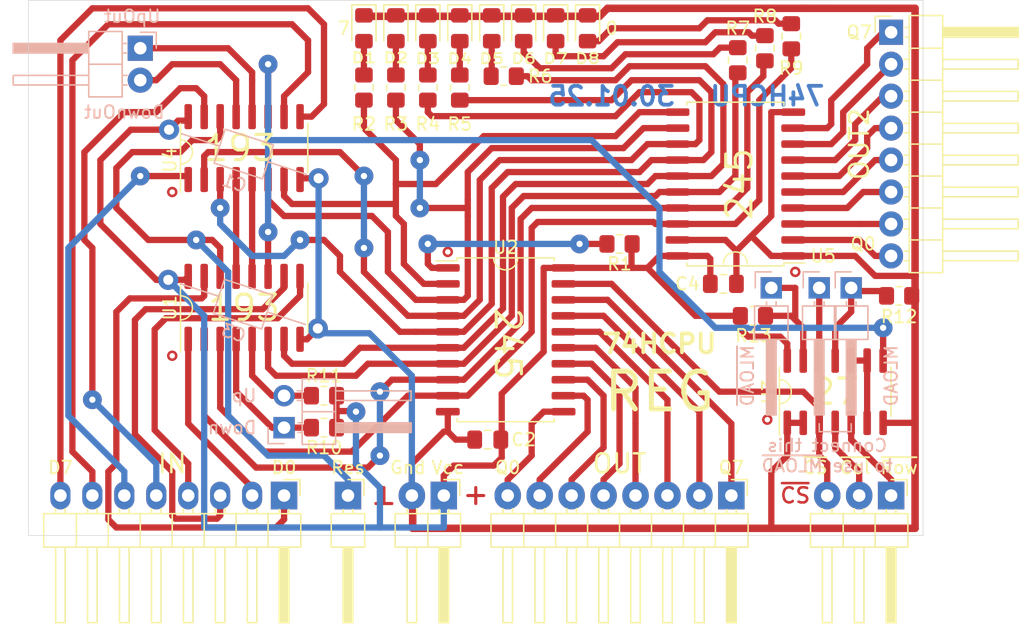
<source format=kicad_pcb>
(kicad_pcb (version 20171130) (host pcbnew "(5.1.8)-1")

  (general
    (thickness 1.6)
    (drawings 51)
    (tracks 515)
    (zones 0)
    (modules 41)
    (nets 59)
  )

  (page A4 portrait)
  (layers
    (0 F.Cu signal)
    (31 B.Cu signal)
    (32 B.Adhes user)
    (33 F.Adhes user)
    (34 B.Paste user)
    (35 F.Paste user)
    (36 B.SilkS user)
    (37 F.SilkS user)
    (38 B.Mask user)
    (39 F.Mask user)
    (40 Dwgs.User user)
    (41 Cmts.User user)
    (42 Eco1.User user)
    (43 Eco2.User user)
    (44 Edge.Cuts user)
    (45 Margin user)
    (46 B.CrtYd user)
    (47 F.CrtYd user)
    (48 B.Fab user)
    (49 F.Fab user)
  )

  (setup
    (last_trace_width 0.25)
    (user_trace_width 0.4)
    (user_trace_width 0.5)
    (user_trace_width 0.6)
    (trace_clearance 0.2)
    (zone_clearance 0.508)
    (zone_45_only no)
    (trace_min 0.2)
    (via_size 0.8)
    (via_drill 0.4)
    (via_min_size 0.4)
    (via_min_drill 0.3)
    (user_via 1.5 0.5)
    (uvia_size 0.3)
    (uvia_drill 0.1)
    (uvias_allowed no)
    (uvia_min_size 0.2)
    (uvia_min_drill 0.1)
    (edge_width 0.05)
    (segment_width 0.5)
    (pcb_text_width 0.3)
    (pcb_text_size 1.5 1.5)
    (mod_edge_width 0.12)
    (mod_text_size 1 1)
    (mod_text_width 0.15)
    (pad_size 1.9 2)
    (pad_drill 1)
    (pad_to_mask_clearance 0)
    (aux_axis_origin 0 0)
    (visible_elements 7FFFFFFF)
    (pcbplotparams
      (layerselection 0x010fc_ffffffff)
      (usegerberextensions false)
      (usegerberattributes true)
      (usegerberadvancedattributes true)
      (creategerberjobfile false)
      (excludeedgelayer true)
      (linewidth 0.100000)
      (plotframeref false)
      (viasonmask false)
      (mode 1)
      (useauxorigin false)
      (hpglpennumber 1)
      (hpglpenspeed 20)
      (hpglpendiameter 15.000000)
      (psnegative false)
      (psa4output false)
      (plotreference true)
      (plotvalue true)
      (plotinvisibletext false)
      (padsonsilk false)
      (subtractmaskfromsilk false)
      (outputformat 1)
      (mirror false)
      (drillshape 0)
      (scaleselection 1)
      (outputdirectory "gerber/"))
  )

  (net 0 "")
  (net 1 VCC)
  (net 2 GND)
  (net 3 /D7)
  (net 4 /D6)
  (net 5 /D5)
  (net 6 /D4)
  (net 7 /D3)
  (net 8 /D2)
  (net 9 /D1)
  (net 10 /D0)
  (net 11 /Q0)
  (net 12 /Q1)
  (net 13 /Q2)
  (net 14 /Q3)
  (net 15 /Q4)
  (net 16 /Q5)
  (net 17 /Q6)
  (net 18 /Q7)
  (net 19 /~Row)
  (net 20 /~Col)
  (net 21 /~CS)
  (net 22 "Net-(D1-Pad2)")
  (net 23 "Net-(D2-Pad2)")
  (net 24 "Net-(D3-Pad2)")
  (net 25 "Net-(D4-Pad2)")
  (net 26 "Net-(D5-Pad2)")
  (net 27 "Net-(D6-Pad2)")
  (net 28 "Net-(D7-Pad2)")
  (net 29 "Net-(D8-Pad2)")
  (net 30 "Net-(R1-Pad1)")
  (net 31 /L0)
  (net 32 /L1)
  (net 33 /L2)
  (net 34 /L3)
  (net 35 /L4)
  (net 36 /L5)
  (net 37 /L6)
  (net 38 /L7)
  (net 39 /Res)
  (net 40 /~LOAD)
  (net 41 /Up)
  (net 42 /Down)
  (net 43 "Net-(U3-Pad10)")
  (net 44 /DownOut)
  (net 45 /UpOut)
  (net 46 /DownLH)
  (net 47 /UpLH)
  (net 48 /MLOAD)
  (net 49 /~MLOAD)
  (net 50 "Net-(J10-Pad1)")
  (net 51 /AQ0)
  (net 52 /AQ1)
  (net 53 /AQ2)
  (net 54 /AQ3)
  (net 55 /AQ4)
  (net 56 /AQ5)
  (net 57 /AQ6)
  (net 58 /AQ7)

  (net_class Default "This is the default net class."
    (clearance 0.2)
    (trace_width 0.25)
    (via_dia 0.8)
    (via_drill 0.4)
    (uvia_dia 0.3)
    (uvia_drill 0.1)
    (add_net /AQ0)
    (add_net /AQ1)
    (add_net /AQ2)
    (add_net /AQ3)
    (add_net /AQ4)
    (add_net /AQ5)
    (add_net /AQ6)
    (add_net /AQ7)
    (add_net /D0)
    (add_net /D1)
    (add_net /D2)
    (add_net /D3)
    (add_net /D4)
    (add_net /D5)
    (add_net /D6)
    (add_net /D7)
    (add_net /Down)
    (add_net /DownLH)
    (add_net /DownOut)
    (add_net /L0)
    (add_net /L1)
    (add_net /L2)
    (add_net /L3)
    (add_net /L4)
    (add_net /L5)
    (add_net /L6)
    (add_net /L7)
    (add_net /MLOAD)
    (add_net /Q0)
    (add_net /Q1)
    (add_net /Q2)
    (add_net /Q3)
    (add_net /Q4)
    (add_net /Q5)
    (add_net /Q6)
    (add_net /Q7)
    (add_net /Res)
    (add_net /Up)
    (add_net /UpLH)
    (add_net /UpOut)
    (add_net /~CS)
    (add_net /~Col)
    (add_net /~LOAD)
    (add_net /~MLOAD)
    (add_net /~Row)
    (add_net GND)
    (add_net "Net-(D1-Pad2)")
    (add_net "Net-(D2-Pad2)")
    (add_net "Net-(D3-Pad2)")
    (add_net "Net-(D4-Pad2)")
    (add_net "Net-(D5-Pad2)")
    (add_net "Net-(D6-Pad2)")
    (add_net "Net-(D7-Pad2)")
    (add_net "Net-(D8-Pad2)")
    (add_net "Net-(J10-Pad1)")
    (add_net "Net-(R1-Pad1)")
    (add_net "Net-(U3-Pad10)")
    (add_net VCC)
  )

  (module Resistor_SMD:R_0805_2012Metric_Pad1.20x1.40mm_HandSolder (layer F.Cu) (tedit 5F68FEEE) (tstamp 63558200)
    (at 97.79 33.3375)
    (descr "Resistor SMD 0805 (2012 Metric), square (rectangular) end terminal, IPC_7351 nominal with elongated pad for handsoldering. (Body size source: IPC-SM-782 page 72, https://www.pcb-3d.com/wordpress/wp-content/uploads/ipc-sm-782a_amendment_1_and_2.pdf), generated with kicad-footprint-generator")
    (tags "resistor handsolder")
    (path /635595B9)
    (attr smd)
    (fp_text reference R1 (at 0 1.5875) (layer F.SilkS)
      (effects (font (size 1 1) (thickness 0.15)))
    )
    (fp_text value 10k (at 0 1.65) (layer F.Fab)
      (effects (font (size 1 1) (thickness 0.15)))
    )
    (fp_line (start 1.85 0.95) (end -1.85 0.95) (layer F.CrtYd) (width 0.05))
    (fp_line (start 1.85 -0.95) (end 1.85 0.95) (layer F.CrtYd) (width 0.05))
    (fp_line (start -1.85 -0.95) (end 1.85 -0.95) (layer F.CrtYd) (width 0.05))
    (fp_line (start -1.85 0.95) (end -1.85 -0.95) (layer F.CrtYd) (width 0.05))
    (fp_line (start -0.227064 0.735) (end 0.227064 0.735) (layer F.SilkS) (width 0.12))
    (fp_line (start -0.227064 -0.735) (end 0.227064 -0.735) (layer F.SilkS) (width 0.12))
    (fp_line (start 1 0.625) (end -1 0.625) (layer F.Fab) (width 0.1))
    (fp_line (start 1 -0.625) (end 1 0.625) (layer F.Fab) (width 0.1))
    (fp_line (start -1 -0.625) (end 1 -0.625) (layer F.Fab) (width 0.1))
    (fp_line (start -1 0.625) (end -1 -0.625) (layer F.Fab) (width 0.1))
    (fp_text user %R (at 0 0) (layer F.Fab)
      (effects (font (size 0.5 0.5) (thickness 0.08)))
    )
    (pad 2 smd roundrect (at 1 0) (size 1.2 1.4) (layers F.Cu F.Paste F.Mask) (roundrect_rratio 0.208333)
      (net 1 VCC))
    (pad 1 smd roundrect (at -1 0) (size 1.2 1.4) (layers F.Cu F.Paste F.Mask) (roundrect_rratio 0.208333)
      (net 30 "Net-(R1-Pad1)"))
    (model ${KISYS3DMOD}/Resistor_SMD.3dshapes/R_0805_2012Metric.wrl
      (at (xyz 0 0 0))
      (scale (xyz 1 1 1))
      (rotate (xyz 0 0 0))
    )
  )

  (module Capacitor_SMD:C_0805_2012Metric_Pad1.18x1.45mm_HandSolder (layer F.Cu) (tedit 5F68FEEF) (tstamp 65BF1A99)
    (at 106.045 36.5125)
    (descr "Capacitor SMD 0805 (2012 Metric), square (rectangular) end terminal, IPC_7351 nominal with elongated pad for handsoldering. (Body size source: IPC-SM-782 page 76, https://www.pcb-3d.com/wordpress/wp-content/uploads/ipc-sm-782a_amendment_1_and_2.pdf, https://docs.google.com/spreadsheets/d/1BsfQQcO9C6DZCsRaXUlFlo91Tg2WpOkGARC1WS5S8t0/edit?usp=sharing), generated with kicad-footprint-generator")
    (tags "capacitor handsolder")
    (path /65C4793F)
    (attr smd)
    (fp_text reference C4 (at -2.8575 0) (layer F.SilkS)
      (effects (font (size 1 1) (thickness 0.15)))
    )
    (fp_text value 0.1uF (at 0 1.68) (layer F.Fab)
      (effects (font (size 1 1) (thickness 0.15)))
    )
    (fp_line (start 1.88 0.98) (end -1.88 0.98) (layer F.CrtYd) (width 0.05))
    (fp_line (start 1.88 -0.98) (end 1.88 0.98) (layer F.CrtYd) (width 0.05))
    (fp_line (start -1.88 -0.98) (end 1.88 -0.98) (layer F.CrtYd) (width 0.05))
    (fp_line (start -1.88 0.98) (end -1.88 -0.98) (layer F.CrtYd) (width 0.05))
    (fp_line (start -0.261252 0.735) (end 0.261252 0.735) (layer F.SilkS) (width 0.12))
    (fp_line (start -0.261252 -0.735) (end 0.261252 -0.735) (layer F.SilkS) (width 0.12))
    (fp_line (start 1 0.625) (end -1 0.625) (layer F.Fab) (width 0.1))
    (fp_line (start 1 -0.625) (end 1 0.625) (layer F.Fab) (width 0.1))
    (fp_line (start -1 -0.625) (end 1 -0.625) (layer F.Fab) (width 0.1))
    (fp_line (start -1 0.625) (end -1 -0.625) (layer F.Fab) (width 0.1))
    (fp_text user %R (at 0 0) (layer F.Fab)
      (effects (font (size 0.5 0.5) (thickness 0.08)))
    )
    (pad 2 smd roundrect (at 1.0375 0) (size 1.175 1.45) (layers F.Cu F.Paste F.Mask) (roundrect_rratio 0.2127659574468085)
      (net 2 GND))
    (pad 1 smd roundrect (at -1.0375 0) (size 1.175 1.45) (layers F.Cu F.Paste F.Mask) (roundrect_rratio 0.2127659574468085)
      (net 1 VCC))
    (model ${KISYS3DMOD}/Capacitor_SMD.3dshapes/C_0805_2012Metric.wrl
      (at (xyz 0 0 0))
      (scale (xyz 1 1 1))
      (rotate (xyz 0 0 0))
    )
  )

  (module Package_SO:SOP-20_7.5x12.8mm_P1.27mm (layer F.Cu) (tedit 5F4D0A3D) (tstamp 65BC1F0D)
    (at 106.9975 28.575 180)
    (descr "SOP, 20 Pin (https://www.holtek.com/documents/10179/116723/sop20-300.pdf), generated with kicad-footprint-generator ipc_gullwing_generator.py")
    (tags "SOP SO")
    (path /65BD1D41)
    (attr smd)
    (fp_text reference U5 (at -6.985 -5.715 180) (layer F.SilkS)
      (effects (font (size 1 1) (thickness 0.15)))
    )
    (fp_text value 74HC245 (at 0 4.445 180) (layer F.Fab)
      (effects (font (size 1 1) (thickness 0.15)))
    )
    (fp_line (start 0 6.51) (end 3.86 6.51) (layer F.SilkS) (width 0.12))
    (fp_line (start 3.86 6.51) (end 3.86 6.275) (layer F.SilkS) (width 0.12))
    (fp_line (start 0 6.51) (end -3.86 6.51) (layer F.SilkS) (width 0.12))
    (fp_line (start -3.86 6.51) (end -3.86 6.275) (layer F.SilkS) (width 0.12))
    (fp_line (start 0 -6.51) (end 3.86 -6.51) (layer F.SilkS) (width 0.12))
    (fp_line (start 3.86 -6.51) (end 3.86 -6.275) (layer F.SilkS) (width 0.12))
    (fp_line (start 0 -6.51) (end -3.86 -6.51) (layer F.SilkS) (width 0.12))
    (fp_line (start -3.86 -6.51) (end -3.86 -6.275) (layer F.SilkS) (width 0.12))
    (fp_line (start -3.86 -6.275) (end -5.55 -6.275) (layer F.SilkS) (width 0.12))
    (fp_line (start -2.75 -6.4) (end 3.75 -6.4) (layer F.Fab) (width 0.1))
    (fp_line (start 3.75 -6.4) (end 3.75 6.4) (layer F.Fab) (width 0.1))
    (fp_line (start 3.75 6.4) (end -3.75 6.4) (layer F.Fab) (width 0.1))
    (fp_line (start -3.75 6.4) (end -3.75 -5.4) (layer F.Fab) (width 0.1))
    (fp_line (start -3.75 -5.4) (end -2.75 -6.4) (layer F.Fab) (width 0.1))
    (fp_line (start -5.8 -6.65) (end -5.8 6.65) (layer F.CrtYd) (width 0.05))
    (fp_line (start -5.8 6.65) (end 5.8 6.65) (layer F.CrtYd) (width 0.05))
    (fp_line (start 5.8 6.65) (end 5.8 -6.65) (layer F.CrtYd) (width 0.05))
    (fp_line (start 5.8 -6.65) (end -5.8 -6.65) (layer F.CrtYd) (width 0.05))
    (fp_text user %R (at 0 0 180) (layer F.Fab)
      (effects (font (size 1 1) (thickness 0.15)))
    )
    (pad 20 smd roundrect (at 4.6 -5.715 180) (size 1.9 0.6) (layers F.Cu F.Paste F.Mask) (roundrect_rratio 0.25)
      (net 1 VCC))
    (pad 19 smd roundrect (at 4.6 -4.445 180) (size 1.9 0.6) (layers F.Cu F.Paste F.Mask) (roundrect_rratio 0.25)
      (net 2 GND))
    (pad 18 smd roundrect (at 4.6 -3.175 180) (size 1.9 0.6) (layers F.Cu F.Paste F.Mask) (roundrect_rratio 0.25)
      (net 31 /L0))
    (pad 17 smd roundrect (at 4.6 -1.905 180) (size 1.9 0.6) (layers F.Cu F.Paste F.Mask) (roundrect_rratio 0.25)
      (net 32 /L1))
    (pad 16 smd roundrect (at 4.6 -0.635 180) (size 1.9 0.6) (layers F.Cu F.Paste F.Mask) (roundrect_rratio 0.25)
      (net 33 /L2))
    (pad 15 smd roundrect (at 4.6 0.635 180) (size 1.9 0.6) (layers F.Cu F.Paste F.Mask) (roundrect_rratio 0.25)
      (net 34 /L3))
    (pad 14 smd roundrect (at 4.6 1.905 180) (size 1.9 0.6) (layers F.Cu F.Paste F.Mask) (roundrect_rratio 0.25)
      (net 35 /L4))
    (pad 13 smd roundrect (at 4.6 3.175 180) (size 1.9 0.6) (layers F.Cu F.Paste F.Mask) (roundrect_rratio 0.25)
      (net 36 /L5))
    (pad 12 smd roundrect (at 4.6 4.445 180) (size 1.9 0.6) (layers F.Cu F.Paste F.Mask) (roundrect_rratio 0.25)
      (net 37 /L6))
    (pad 11 smd roundrect (at 4.6 5.715 180) (size 1.9 0.6) (layers F.Cu F.Paste F.Mask) (roundrect_rratio 0.25)
      (net 38 /L7))
    (pad 10 smd roundrect (at -4.6 5.715 180) (size 1.9 0.6) (layers F.Cu F.Paste F.Mask) (roundrect_rratio 0.25)
      (net 2 GND))
    (pad 9 smd roundrect (at -4.6 4.445 180) (size 1.9 0.6) (layers F.Cu F.Paste F.Mask) (roundrect_rratio 0.25)
      (net 58 /AQ7))
    (pad 8 smd roundrect (at -4.6 3.175 180) (size 1.9 0.6) (layers F.Cu F.Paste F.Mask) (roundrect_rratio 0.25)
      (net 57 /AQ6))
    (pad 7 smd roundrect (at -4.6 1.905 180) (size 1.9 0.6) (layers F.Cu F.Paste F.Mask) (roundrect_rratio 0.25)
      (net 56 /AQ5))
    (pad 6 smd roundrect (at -4.6 0.635 180) (size 1.9 0.6) (layers F.Cu F.Paste F.Mask) (roundrect_rratio 0.25)
      (net 55 /AQ4))
    (pad 5 smd roundrect (at -4.6 -0.635 180) (size 1.9 0.6) (layers F.Cu F.Paste F.Mask) (roundrect_rratio 0.25)
      (net 54 /AQ3))
    (pad 4 smd roundrect (at -4.6 -1.905 180) (size 1.9 0.6) (layers F.Cu F.Paste F.Mask) (roundrect_rratio 0.25)
      (net 53 /AQ2))
    (pad 3 smd roundrect (at -4.6 -3.175 180) (size 1.9 0.6) (layers F.Cu F.Paste F.Mask) (roundrect_rratio 0.25)
      (net 52 /AQ1))
    (pad 2 smd roundrect (at -4.6 -4.445 180) (size 1.9 0.6) (layers F.Cu F.Paste F.Mask) (roundrect_rratio 0.25)
      (net 51 /AQ0))
    (pad 1 smd roundrect (at -4.6 -5.715 180) (size 1.9 0.6) (layers F.Cu F.Paste F.Mask) (roundrect_rratio 0.25)
      (net 2 GND))
    (model ${KISYS3DMOD}/Package_SO.3dshapes/SOP-20_7.5x12.8mm_P1.27mm.wrl
      (at (xyz 0 0 0))
      (scale (xyz 1 1 1))
      (rotate (xyz 0 0 0))
    )
  )

  (module Connector_PinHeader_2.54mm:PinHeader_1x08_P2.54mm_Horizontal (layer F.Cu) (tedit 676DD542) (tstamp 65BC1C09)
    (at 119.38 16.51)
    (descr "Through hole angled pin header, 1x08, 2.54mm pitch, 6mm pin length, single row")
    (tags "Through hole angled pin header THT 1x08 2.54mm single row")
    (path /65BE20F4)
    (fp_text reference J11 (at 1.905 -1.905) (layer F.SilkS) hide
      (effects (font (size 1 1) (thickness 0.15)))
    )
    (fp_text value Conn_01x08_Male (at 1.905 11.43 90) (layer F.Fab)
      (effects (font (size 1 1) (thickness 0.15)))
    )
    (fp_line (start 2.135 -1.27) (end 4.04 -1.27) (layer F.Fab) (width 0.1))
    (fp_line (start 4.04 -1.27) (end 4.04 19.05) (layer F.Fab) (width 0.1))
    (fp_line (start 4.04 19.05) (end 1.5 19.05) (layer F.Fab) (width 0.1))
    (fp_line (start 1.5 19.05) (end 1.5 -0.635) (layer F.Fab) (width 0.1))
    (fp_line (start 1.5 -0.635) (end 2.135 -1.27) (layer F.Fab) (width 0.1))
    (fp_line (start -0.32 -0.32) (end 1.5 -0.32) (layer F.Fab) (width 0.1))
    (fp_line (start -0.32 -0.32) (end -0.32 0.32) (layer F.Fab) (width 0.1))
    (fp_line (start -0.32 0.32) (end 1.5 0.32) (layer F.Fab) (width 0.1))
    (fp_line (start 4.04 -0.32) (end 10.04 -0.32) (layer F.Fab) (width 0.1))
    (fp_line (start 10.04 -0.32) (end 10.04 0.32) (layer F.Fab) (width 0.1))
    (fp_line (start 4.04 0.32) (end 10.04 0.32) (layer F.Fab) (width 0.1))
    (fp_line (start -0.32 2.22) (end 1.5 2.22) (layer F.Fab) (width 0.1))
    (fp_line (start -0.32 2.22) (end -0.32 2.86) (layer F.Fab) (width 0.1))
    (fp_line (start -0.32 2.86) (end 1.5 2.86) (layer F.Fab) (width 0.1))
    (fp_line (start 4.04 2.22) (end 10.04 2.22) (layer F.Fab) (width 0.1))
    (fp_line (start 10.04 2.22) (end 10.04 2.86) (layer F.Fab) (width 0.1))
    (fp_line (start 4.04 2.86) (end 10.04 2.86) (layer F.Fab) (width 0.1))
    (fp_line (start -0.32 4.76) (end 1.5 4.76) (layer F.Fab) (width 0.1))
    (fp_line (start -0.32 4.76) (end -0.32 5.4) (layer F.Fab) (width 0.1))
    (fp_line (start -0.32 5.4) (end 1.5 5.4) (layer F.Fab) (width 0.1))
    (fp_line (start 4.04 4.76) (end 10.04 4.76) (layer F.Fab) (width 0.1))
    (fp_line (start 10.04 4.76) (end 10.04 5.4) (layer F.Fab) (width 0.1))
    (fp_line (start 4.04 5.4) (end 10.04 5.4) (layer F.Fab) (width 0.1))
    (fp_line (start -0.32 7.3) (end 1.5 7.3) (layer F.Fab) (width 0.1))
    (fp_line (start -0.32 7.3) (end -0.32 7.94) (layer F.Fab) (width 0.1))
    (fp_line (start -0.32 7.94) (end 1.5 7.94) (layer F.Fab) (width 0.1))
    (fp_line (start 4.04 7.3) (end 10.04 7.3) (layer F.Fab) (width 0.1))
    (fp_line (start 10.04 7.3) (end 10.04 7.94) (layer F.Fab) (width 0.1))
    (fp_line (start 4.04 7.94) (end 10.04 7.94) (layer F.Fab) (width 0.1))
    (fp_line (start -0.32 9.84) (end 1.5 9.84) (layer F.Fab) (width 0.1))
    (fp_line (start -0.32 9.84) (end -0.32 10.48) (layer F.Fab) (width 0.1))
    (fp_line (start -0.32 10.48) (end 1.5 10.48) (layer F.Fab) (width 0.1))
    (fp_line (start 4.04 9.84) (end 10.04 9.84) (layer F.Fab) (width 0.1))
    (fp_line (start 10.04 9.84) (end 10.04 10.48) (layer F.Fab) (width 0.1))
    (fp_line (start 4.04 10.48) (end 10.04 10.48) (layer F.Fab) (width 0.1))
    (fp_line (start -0.32 12.38) (end 1.5 12.38) (layer F.Fab) (width 0.1))
    (fp_line (start -0.32 12.38) (end -0.32 13.02) (layer F.Fab) (width 0.1))
    (fp_line (start -0.32 13.02) (end 1.5 13.02) (layer F.Fab) (width 0.1))
    (fp_line (start 4.04 12.38) (end 10.04 12.38) (layer F.Fab) (width 0.1))
    (fp_line (start 10.04 12.38) (end 10.04 13.02) (layer F.Fab) (width 0.1))
    (fp_line (start 4.04 13.02) (end 10.04 13.02) (layer F.Fab) (width 0.1))
    (fp_line (start -0.32 14.92) (end 1.5 14.92) (layer F.Fab) (width 0.1))
    (fp_line (start -0.32 14.92) (end -0.32 15.56) (layer F.Fab) (width 0.1))
    (fp_line (start -0.32 15.56) (end 1.5 15.56) (layer F.Fab) (width 0.1))
    (fp_line (start 4.04 14.92) (end 10.04 14.92) (layer F.Fab) (width 0.1))
    (fp_line (start 10.04 14.92) (end 10.04 15.56) (layer F.Fab) (width 0.1))
    (fp_line (start 4.04 15.56) (end 10.04 15.56) (layer F.Fab) (width 0.1))
    (fp_line (start -0.32 17.46) (end 1.5 17.46) (layer F.Fab) (width 0.1))
    (fp_line (start -0.32 17.46) (end -0.32 18.1) (layer F.Fab) (width 0.1))
    (fp_line (start -0.32 18.1) (end 1.5 18.1) (layer F.Fab) (width 0.1))
    (fp_line (start 4.04 17.46) (end 10.04 17.46) (layer F.Fab) (width 0.1))
    (fp_line (start 10.04 17.46) (end 10.04 18.1) (layer F.Fab) (width 0.1))
    (fp_line (start 4.04 18.1) (end 10.04 18.1) (layer F.Fab) (width 0.1))
    (fp_line (start 1.44 -1.33) (end 1.44 19.11) (layer F.SilkS) (width 0.12))
    (fp_line (start 1.44 19.11) (end 4.1 19.11) (layer F.SilkS) (width 0.12))
    (fp_line (start 4.1 19.11) (end 4.1 -1.33) (layer F.SilkS) (width 0.12))
    (fp_line (start 4.1 -1.33) (end 1.44 -1.33) (layer F.SilkS) (width 0.12))
    (fp_line (start 4.1 -0.38) (end 10.1 -0.38) (layer F.SilkS) (width 0.12))
    (fp_line (start 10.1 -0.38) (end 10.1 0.38) (layer F.SilkS) (width 0.12))
    (fp_line (start 10.1 0.38) (end 4.1 0.38) (layer F.SilkS) (width 0.12))
    (fp_line (start 4.1 -0.32) (end 10.1 -0.32) (layer F.SilkS) (width 0.12))
    (fp_line (start 4.1 -0.2) (end 10.1 -0.2) (layer F.SilkS) (width 0.12))
    (fp_line (start 4.1 -0.08) (end 10.1 -0.08) (layer F.SilkS) (width 0.12))
    (fp_line (start 4.1 0.04) (end 10.1 0.04) (layer F.SilkS) (width 0.12))
    (fp_line (start 4.1 0.16) (end 10.1 0.16) (layer F.SilkS) (width 0.12))
    (fp_line (start 4.1 0.28) (end 10.1 0.28) (layer F.SilkS) (width 0.12))
    (fp_line (start 1.11 -0.38) (end 1.44 -0.38) (layer F.SilkS) (width 0.12))
    (fp_line (start 1.11 0.38) (end 1.44 0.38) (layer F.SilkS) (width 0.12))
    (fp_line (start 1.44 1.27) (end 4.1 1.27) (layer F.SilkS) (width 0.12))
    (fp_line (start 4.1 2.16) (end 10.1 2.16) (layer F.SilkS) (width 0.12))
    (fp_line (start 10.1 2.16) (end 10.1 2.92) (layer F.SilkS) (width 0.12))
    (fp_line (start 10.1 2.92) (end 4.1 2.92) (layer F.SilkS) (width 0.12))
    (fp_line (start 1.042929 2.16) (end 1.44 2.16) (layer F.SilkS) (width 0.12))
    (fp_line (start 1.042929 2.92) (end 1.44 2.92) (layer F.SilkS) (width 0.12))
    (fp_line (start 1.44 3.81) (end 4.1 3.81) (layer F.SilkS) (width 0.12))
    (fp_line (start 4.1 4.7) (end 10.1 4.7) (layer F.SilkS) (width 0.12))
    (fp_line (start 10.1 4.7) (end 10.1 5.46) (layer F.SilkS) (width 0.12))
    (fp_line (start 10.1 5.46) (end 4.1 5.46) (layer F.SilkS) (width 0.12))
    (fp_line (start 1.042929 4.7) (end 1.44 4.7) (layer F.SilkS) (width 0.12))
    (fp_line (start 1.042929 5.46) (end 1.44 5.46) (layer F.SilkS) (width 0.12))
    (fp_line (start 1.44 6.35) (end 4.1 6.35) (layer F.SilkS) (width 0.12))
    (fp_line (start 4.1 7.24) (end 10.1 7.24) (layer F.SilkS) (width 0.12))
    (fp_line (start 10.1 7.24) (end 10.1 8) (layer F.SilkS) (width 0.12))
    (fp_line (start 10.1 8) (end 4.1 8) (layer F.SilkS) (width 0.12))
    (fp_line (start 1.042929 7.24) (end 1.44 7.24) (layer F.SilkS) (width 0.12))
    (fp_line (start 1.042929 8) (end 1.44 8) (layer F.SilkS) (width 0.12))
    (fp_line (start 1.44 8.89) (end 4.1 8.89) (layer F.SilkS) (width 0.12))
    (fp_line (start 4.1 9.78) (end 10.1 9.78) (layer F.SilkS) (width 0.12))
    (fp_line (start 10.1 9.78) (end 10.1 10.54) (layer F.SilkS) (width 0.12))
    (fp_line (start 10.1 10.54) (end 4.1 10.54) (layer F.SilkS) (width 0.12))
    (fp_line (start 1.042929 9.78) (end 1.44 9.78) (layer F.SilkS) (width 0.12))
    (fp_line (start 1.042929 10.54) (end 1.44 10.54) (layer F.SilkS) (width 0.12))
    (fp_line (start 1.44 11.43) (end 4.1 11.43) (layer F.SilkS) (width 0.12))
    (fp_line (start 4.1 12.32) (end 10.1 12.32) (layer F.SilkS) (width 0.12))
    (fp_line (start 10.1 12.32) (end 10.1 13.08) (layer F.SilkS) (width 0.12))
    (fp_line (start 10.1 13.08) (end 4.1 13.08) (layer F.SilkS) (width 0.12))
    (fp_line (start 1.042929 12.32) (end 1.44 12.32) (layer F.SilkS) (width 0.12))
    (fp_line (start 1.042929 13.08) (end 1.44 13.08) (layer F.SilkS) (width 0.12))
    (fp_line (start 1.44 13.97) (end 4.1 13.97) (layer F.SilkS) (width 0.12))
    (fp_line (start 4.1 14.86) (end 10.1 14.86) (layer F.SilkS) (width 0.12))
    (fp_line (start 10.1 14.86) (end 10.1 15.62) (layer F.SilkS) (width 0.12))
    (fp_line (start 10.1 15.62) (end 4.1 15.62) (layer F.SilkS) (width 0.12))
    (fp_line (start 1.042929 14.86) (end 1.44 14.86) (layer F.SilkS) (width 0.12))
    (fp_line (start 1.042929 15.62) (end 1.44 15.62) (layer F.SilkS) (width 0.12))
    (fp_line (start 1.44 16.51) (end 4.1 16.51) (layer F.SilkS) (width 0.12))
    (fp_line (start 4.1 17.4) (end 10.1 17.4) (layer F.SilkS) (width 0.12))
    (fp_line (start 10.1 17.4) (end 10.1 18.16) (layer F.SilkS) (width 0.12))
    (fp_line (start 10.1 18.16) (end 4.1 18.16) (layer F.SilkS) (width 0.12))
    (fp_line (start 1.042929 17.4) (end 1.44 17.4) (layer F.SilkS) (width 0.12))
    (fp_line (start 1.042929 18.16) (end 1.44 18.16) (layer F.SilkS) (width 0.12))
    (fp_line (start -1.27 0) (end -1.27 -1.27) (layer F.SilkS) (width 0.12))
    (fp_line (start -1.27 -1.27) (end 0 -1.27) (layer F.SilkS) (width 0.12))
    (fp_line (start -1.8 -1.8) (end -1.8 19.55) (layer F.CrtYd) (width 0.05))
    (fp_line (start -1.8 19.55) (end 10.55 19.55) (layer F.CrtYd) (width 0.05))
    (fp_line (start 10.55 19.55) (end 10.55 -1.8) (layer F.CrtYd) (width 0.05))
    (fp_line (start 10.55 -1.8) (end -1.8 -1.8) (layer F.CrtYd) (width 0.05))
    (fp_text user %R (at 2.77 8.89 90) (layer F.Fab)
      (effects (font (size 1 1) (thickness 0.15)))
    )
    (pad 8 thru_hole oval (at 0 17.78) (size 1.9 2) (drill 1) (layers *.Cu *.Mask)
      (net 51 /AQ0))
    (pad 7 thru_hole oval (at 0 15.24) (size 1.9 2) (drill 1) (layers *.Cu *.Mask)
      (net 52 /AQ1))
    (pad 6 thru_hole oval (at 0 12.7) (size 1.9 2) (drill 1) (layers *.Cu *.Mask)
      (net 53 /AQ2))
    (pad 5 thru_hole oval (at 0 10.16) (size 1.9 2) (drill 1) (layers *.Cu *.Mask)
      (net 54 /AQ3))
    (pad 4 thru_hole oval (at 0 7.62) (size 1.9 2) (drill 1) (layers *.Cu *.Mask)
      (net 55 /AQ4))
    (pad 3 thru_hole oval (at 0 5.08) (size 1.9 2) (drill 1) (layers *.Cu *.Mask)
      (net 56 /AQ5))
    (pad 2 thru_hole oval (at 0 2.54) (size 1.9 2) (drill 1) (layers *.Cu *.Mask)
      (net 57 /AQ6))
    (pad 1 thru_hole rect (at 0 0) (size 1.9 2) (drill 1) (layers *.Cu *.Mask)
      (net 58 /AQ7))
    (model ${KISYS3DMOD}/Connector_PinHeader_2.54mm.3dshapes/PinHeader_1x08_P2.54mm_Horizontal.wrl
      (at (xyz 0 0 0))
      (scale (xyz 1 1 1))
      (rotate (xyz 0 0 0))
    )
  )

  (module Resistor_SMD:R_0805_2012Metric_Pad1.20x1.40mm_HandSolder (layer F.Cu) (tedit 5F68FEEE) (tstamp 65AD621E)
    (at 108.3945 39.0525)
    (descr "Resistor SMD 0805 (2012 Metric), square (rectangular) end terminal, IPC_7351 nominal with elongated pad for handsoldering. (Body size source: IPC-SM-782 page 72, https://www.pcb-3d.com/wordpress/wp-content/uploads/ipc-sm-782a_amendment_1_and_2.pdf), generated with kicad-footprint-generator")
    (tags "resistor handsolder")
    (path /65AF401A)
    (attr smd)
    (fp_text reference R13 (at 0.0475 1.5875) (layer F.SilkS)
      (effects (font (size 1 1) (thickness 0.15)))
    )
    (fp_text value 10k (at 0 1.65) (layer F.Fab)
      (effects (font (size 1 1) (thickness 0.15)))
    )
    (fp_line (start 1.85 0.95) (end -1.85 0.95) (layer F.CrtYd) (width 0.05))
    (fp_line (start 1.85 -0.95) (end 1.85 0.95) (layer F.CrtYd) (width 0.05))
    (fp_line (start -1.85 -0.95) (end 1.85 -0.95) (layer F.CrtYd) (width 0.05))
    (fp_line (start -1.85 0.95) (end -1.85 -0.95) (layer F.CrtYd) (width 0.05))
    (fp_line (start -0.227064 0.735) (end 0.227064 0.735) (layer F.SilkS) (width 0.12))
    (fp_line (start -0.227064 -0.735) (end 0.227064 -0.735) (layer F.SilkS) (width 0.12))
    (fp_line (start 1 0.625) (end -1 0.625) (layer F.Fab) (width 0.1))
    (fp_line (start 1 -0.625) (end 1 0.625) (layer F.Fab) (width 0.1))
    (fp_line (start -1 -0.625) (end 1 -0.625) (layer F.Fab) (width 0.1))
    (fp_line (start -1 0.625) (end -1 -0.625) (layer F.Fab) (width 0.1))
    (fp_text user %R (at 0 0) (layer F.Fab)
      (effects (font (size 0.5 0.5) (thickness 0.08)))
    )
    (pad 2 smd roundrect (at 1 0) (size 1.2 1.4) (layers F.Cu F.Paste F.Mask) (roundrect_rratio 0.2083325)
      (net 49 /~MLOAD))
    (pad 1 smd roundrect (at -1 0) (size 1.2 1.4) (layers F.Cu F.Paste F.Mask) (roundrect_rratio 0.2083325)
      (net 1 VCC))
    (model ${KISYS3DMOD}/Resistor_SMD.3dshapes/R_0805_2012Metric.wrl
      (at (xyz 0 0 0))
      (scale (xyz 1 1 1))
      (rotate (xyz 0 0 0))
    )
  )

  (module Connector_PinHeader_2.54mm:PinHeader_1x01_P2.54mm_Horizontal (layer B.Cu) (tedit 59FED5CB) (tstamp 65AD6081)
    (at 113.665 36.83 270)
    (descr "Through hole angled pin header, 1x01, 2.54mm pitch, 6mm pin length, single row")
    (tags "Through hole angled pin header THT 1x01 2.54mm single row")
    (path /65AF9C4B)
    (fp_text reference J10 (at 5.715 0 270) (layer B.SilkS) hide
      (effects (font (size 1 1) (thickness 0.15)) (justify mirror))
    )
    (fp_text value Conn_01x01_Male (at 4.385 -2.27 270) (layer B.Fab)
      (effects (font (size 1 1) (thickness 0.15)) (justify mirror))
    )
    (fp_line (start 10.55 1.8) (end -1.8 1.8) (layer B.CrtYd) (width 0.05))
    (fp_line (start 10.55 -1.8) (end 10.55 1.8) (layer B.CrtYd) (width 0.05))
    (fp_line (start -1.8 -1.8) (end 10.55 -1.8) (layer B.CrtYd) (width 0.05))
    (fp_line (start -1.8 1.8) (end -1.8 -1.8) (layer B.CrtYd) (width 0.05))
    (fp_line (start -1.27 1.27) (end 0 1.27) (layer B.SilkS) (width 0.12))
    (fp_line (start -1.27 0) (end -1.27 1.27) (layer B.SilkS) (width 0.12))
    (fp_line (start 1.11 -0.38) (end 1.44 -0.38) (layer B.SilkS) (width 0.12))
    (fp_line (start 1.11 0.38) (end 1.44 0.38) (layer B.SilkS) (width 0.12))
    (fp_line (start 4.1 -0.28) (end 10.1 -0.28) (layer B.SilkS) (width 0.12))
    (fp_line (start 4.1 -0.16) (end 10.1 -0.16) (layer B.SilkS) (width 0.12))
    (fp_line (start 4.1 -0.04) (end 10.1 -0.04) (layer B.SilkS) (width 0.12))
    (fp_line (start 4.1 0.08) (end 10.1 0.08) (layer B.SilkS) (width 0.12))
    (fp_line (start 4.1 0.2) (end 10.1 0.2) (layer B.SilkS) (width 0.12))
    (fp_line (start 4.1 0.32) (end 10.1 0.32) (layer B.SilkS) (width 0.12))
    (fp_line (start 10.1 -0.38) (end 4.1 -0.38) (layer B.SilkS) (width 0.12))
    (fp_line (start 10.1 0.38) (end 10.1 -0.38) (layer B.SilkS) (width 0.12))
    (fp_line (start 4.1 0.38) (end 10.1 0.38) (layer B.SilkS) (width 0.12))
    (fp_line (start 4.1 1.33) (end 1.44 1.33) (layer B.SilkS) (width 0.12))
    (fp_line (start 4.1 -1.33) (end 4.1 1.33) (layer B.SilkS) (width 0.12))
    (fp_line (start 1.44 -1.33) (end 4.1 -1.33) (layer B.SilkS) (width 0.12))
    (fp_line (start 1.44 1.33) (end 1.44 -1.33) (layer B.SilkS) (width 0.12))
    (fp_line (start 4.04 -0.32) (end 10.04 -0.32) (layer B.Fab) (width 0.1))
    (fp_line (start 10.04 0.32) (end 10.04 -0.32) (layer B.Fab) (width 0.1))
    (fp_line (start 4.04 0.32) (end 10.04 0.32) (layer B.Fab) (width 0.1))
    (fp_line (start -0.32 -0.32) (end 1.5 -0.32) (layer B.Fab) (width 0.1))
    (fp_line (start -0.32 0.32) (end -0.32 -0.32) (layer B.Fab) (width 0.1))
    (fp_line (start -0.32 0.32) (end 1.5 0.32) (layer B.Fab) (width 0.1))
    (fp_line (start 1.5 0.635) (end 2.135 1.27) (layer B.Fab) (width 0.1))
    (fp_line (start 1.5 -1.27) (end 1.5 0.635) (layer B.Fab) (width 0.1))
    (fp_line (start 4.04 -1.27) (end 1.5 -1.27) (layer B.Fab) (width 0.1))
    (fp_line (start 4.04 1.27) (end 4.04 -1.27) (layer B.Fab) (width 0.1))
    (fp_line (start 2.135 1.27) (end 4.04 1.27) (layer B.Fab) (width 0.1))
    (fp_text user %R (at 2.77 0) (layer B.Fab)
      (effects (font (size 1 1) (thickness 0.15)) (justify mirror))
    )
    (pad 1 thru_hole rect (at 0 0 270) (size 1.7 1.7) (drill 1) (layers *.Cu *.Mask)
      (net 50 "Net-(J10-Pad1)"))
    (model ${KISYS3DMOD}/Connector_PinHeader_2.54mm.3dshapes/PinHeader_1x01_P2.54mm_Horizontal.wrl
      (at (xyz 0 0 0))
      (scale (xyz 1 1 1))
      (rotate (xyz 0 0 0))
    )
  )

  (module Connector_PinHeader_2.54mm:PinHeader_1x01_P2.54mm_Horizontal (layer B.Cu) (tedit 59FED5CB) (tstamp 65AD605B)
    (at 109.855 36.83 270)
    (descr "Through hole angled pin header, 1x01, 2.54mm pitch, 6mm pin length, single row")
    (tags "Through hole angled pin header THT 1x01 2.54mm single row")
    (path /65AF4013)
    (fp_text reference J9 (at 5.715 0 270) (layer B.SilkS) hide
      (effects (font (size 1 1) (thickness 0.15)) (justify mirror))
    )
    (fp_text value Conn_01x01_Male (at 4.385 -2.27 270) (layer B.Fab)
      (effects (font (size 1 1) (thickness 0.15)) (justify mirror))
    )
    (fp_line (start 10.55 1.8) (end -1.8 1.8) (layer B.CrtYd) (width 0.05))
    (fp_line (start 10.55 -1.8) (end 10.55 1.8) (layer B.CrtYd) (width 0.05))
    (fp_line (start -1.8 -1.8) (end 10.55 -1.8) (layer B.CrtYd) (width 0.05))
    (fp_line (start -1.8 1.8) (end -1.8 -1.8) (layer B.CrtYd) (width 0.05))
    (fp_line (start -1.27 1.27) (end 0 1.27) (layer B.SilkS) (width 0.12))
    (fp_line (start -1.27 0) (end -1.27 1.27) (layer B.SilkS) (width 0.12))
    (fp_line (start 1.11 -0.38) (end 1.44 -0.38) (layer B.SilkS) (width 0.12))
    (fp_line (start 1.11 0.38) (end 1.44 0.38) (layer B.SilkS) (width 0.12))
    (fp_line (start 4.1 -0.28) (end 10.1 -0.28) (layer B.SilkS) (width 0.12))
    (fp_line (start 4.1 -0.16) (end 10.1 -0.16) (layer B.SilkS) (width 0.12))
    (fp_line (start 4.1 -0.04) (end 10.1 -0.04) (layer B.SilkS) (width 0.12))
    (fp_line (start 4.1 0.08) (end 10.1 0.08) (layer B.SilkS) (width 0.12))
    (fp_line (start 4.1 0.2) (end 10.1 0.2) (layer B.SilkS) (width 0.12))
    (fp_line (start 4.1 0.32) (end 10.1 0.32) (layer B.SilkS) (width 0.12))
    (fp_line (start 10.1 -0.38) (end 4.1 -0.38) (layer B.SilkS) (width 0.12))
    (fp_line (start 10.1 0.38) (end 10.1 -0.38) (layer B.SilkS) (width 0.12))
    (fp_line (start 4.1 0.38) (end 10.1 0.38) (layer B.SilkS) (width 0.12))
    (fp_line (start 4.1 1.33) (end 1.44 1.33) (layer B.SilkS) (width 0.12))
    (fp_line (start 4.1 -1.33) (end 4.1 1.33) (layer B.SilkS) (width 0.12))
    (fp_line (start 1.44 -1.33) (end 4.1 -1.33) (layer B.SilkS) (width 0.12))
    (fp_line (start 1.44 1.33) (end 1.44 -1.33) (layer B.SilkS) (width 0.12))
    (fp_line (start 4.04 -0.32) (end 10.04 -0.32) (layer B.Fab) (width 0.1))
    (fp_line (start 10.04 0.32) (end 10.04 -0.32) (layer B.Fab) (width 0.1))
    (fp_line (start 4.04 0.32) (end 10.04 0.32) (layer B.Fab) (width 0.1))
    (fp_line (start -0.32 -0.32) (end 1.5 -0.32) (layer B.Fab) (width 0.1))
    (fp_line (start -0.32 0.32) (end -0.32 -0.32) (layer B.Fab) (width 0.1))
    (fp_line (start -0.32 0.32) (end 1.5 0.32) (layer B.Fab) (width 0.1))
    (fp_line (start 1.5 0.635) (end 2.135 1.27) (layer B.Fab) (width 0.1))
    (fp_line (start 1.5 -1.27) (end 1.5 0.635) (layer B.Fab) (width 0.1))
    (fp_line (start 4.04 -1.27) (end 1.5 -1.27) (layer B.Fab) (width 0.1))
    (fp_line (start 4.04 1.27) (end 4.04 -1.27) (layer B.Fab) (width 0.1))
    (fp_line (start 2.135 1.27) (end 4.04 1.27) (layer B.Fab) (width 0.1))
    (fp_text user %R (at 2.77 0) (layer B.Fab)
      (effects (font (size 1 1) (thickness 0.15)) (justify mirror))
    )
    (pad 1 thru_hole rect (at 0 0 270) (size 1.7 1.7) (drill 1) (layers *.Cu *.Mask)
      (net 49 /~MLOAD))
    (model ${KISYS3DMOD}/Connector_PinHeader_2.54mm.3dshapes/PinHeader_1x01_P2.54mm_Horizontal.wrl
      (at (xyz 0 0 0))
      (scale (xyz 1 1 1))
      (rotate (xyz 0 0 0))
    )
  )

  (module Resistor_SMD:R_0805_2012Metric_Pad1.20x1.40mm_HandSolder (layer F.Cu) (tedit 5F68FEEE) (tstamp 65AD2070)
    (at 120.015 37.465 180)
    (descr "Resistor SMD 0805 (2012 Metric), square (rectangular) end terminal, IPC_7351 nominal with elongated pad for handsoldering. (Body size source: IPC-SM-782 page 72, https://www.pcb-3d.com/wordpress/wp-content/uploads/ipc-sm-782a_amendment_1_and_2.pdf), generated with kicad-footprint-generator")
    (tags "resistor handsolder")
    (path /65AD4FBF)
    (attr smd)
    (fp_text reference R12 (at 0 -1.651) (layer F.SilkS)
      (effects (font (size 1 1) (thickness 0.15)))
    )
    (fp_text value 10k (at 0 1.65) (layer F.Fab)
      (effects (font (size 1 1) (thickness 0.15)))
    )
    (fp_line (start 1.85 0.95) (end -1.85 0.95) (layer F.CrtYd) (width 0.05))
    (fp_line (start 1.85 -0.95) (end 1.85 0.95) (layer F.CrtYd) (width 0.05))
    (fp_line (start -1.85 -0.95) (end 1.85 -0.95) (layer F.CrtYd) (width 0.05))
    (fp_line (start -1.85 0.95) (end -1.85 -0.95) (layer F.CrtYd) (width 0.05))
    (fp_line (start -0.227064 0.735) (end 0.227064 0.735) (layer F.SilkS) (width 0.12))
    (fp_line (start -0.227064 -0.735) (end 0.227064 -0.735) (layer F.SilkS) (width 0.12))
    (fp_line (start 1 0.625) (end -1 0.625) (layer F.Fab) (width 0.1))
    (fp_line (start 1 -0.625) (end 1 0.625) (layer F.Fab) (width 0.1))
    (fp_line (start -1 -0.625) (end 1 -0.625) (layer F.Fab) (width 0.1))
    (fp_line (start -1 0.625) (end -1 -0.625) (layer F.Fab) (width 0.1))
    (fp_text user %R (at 0 0) (layer F.Fab)
      (effects (font (size 0.5 0.5) (thickness 0.08)))
    )
    (pad 2 smd roundrect (at 1 0 180) (size 1.2 1.4) (layers F.Cu F.Paste F.Mask) (roundrect_rratio 0.2083325)
      (net 48 /MLOAD))
    (pad 1 smd roundrect (at -1 0 180) (size 1.2 1.4) (layers F.Cu F.Paste F.Mask) (roundrect_rratio 0.2083325)
      (net 2 GND))
    (model ${KISYS3DMOD}/Resistor_SMD.3dshapes/R_0805_2012Metric.wrl
      (at (xyz 0 0 0))
      (scale (xyz 1 1 1))
      (rotate (xyz 0 0 0))
    )
  )

  (module Connector_PinHeader_2.54mm:PinHeader_1x01_P2.54mm_Horizontal (layer B.Cu) (tedit 59FED5CB) (tstamp 65AD1EED)
    (at 116.205 36.83 270)
    (descr "Through hole angled pin header, 1x01, 2.54mm pitch, 6mm pin length, single row")
    (tags "Through hole angled pin header THT 1x01 2.54mm single row")
    (path /65AD21B9)
    (fp_text reference J8 (at 4.385 2.27 90) (layer B.SilkS) hide
      (effects (font (size 1 1) (thickness 0.15)) (justify mirror))
    )
    (fp_text value Conn_01x01_Male (at 4.385 -2.27 90) (layer B.Fab)
      (effects (font (size 1 1) (thickness 0.15)) (justify mirror))
    )
    (fp_line (start 2.135 1.27) (end 4.04 1.27) (layer B.Fab) (width 0.1))
    (fp_line (start 4.04 1.27) (end 4.04 -1.27) (layer B.Fab) (width 0.1))
    (fp_line (start 4.04 -1.27) (end 1.5 -1.27) (layer B.Fab) (width 0.1))
    (fp_line (start 1.5 -1.27) (end 1.5 0.635) (layer B.Fab) (width 0.1))
    (fp_line (start 1.5 0.635) (end 2.135 1.27) (layer B.Fab) (width 0.1))
    (fp_line (start -0.32 0.32) (end 1.5 0.32) (layer B.Fab) (width 0.1))
    (fp_line (start -0.32 0.32) (end -0.32 -0.32) (layer B.Fab) (width 0.1))
    (fp_line (start -0.32 -0.32) (end 1.5 -0.32) (layer B.Fab) (width 0.1))
    (fp_line (start 4.04 0.32) (end 10.04 0.32) (layer B.Fab) (width 0.1))
    (fp_line (start 10.04 0.32) (end 10.04 -0.32) (layer B.Fab) (width 0.1))
    (fp_line (start 4.04 -0.32) (end 10.04 -0.32) (layer B.Fab) (width 0.1))
    (fp_line (start 1.44 1.33) (end 1.44 -1.33) (layer B.SilkS) (width 0.12))
    (fp_line (start 1.44 -1.33) (end 4.1 -1.33) (layer B.SilkS) (width 0.12))
    (fp_line (start 4.1 -1.33) (end 4.1 1.33) (layer B.SilkS) (width 0.12))
    (fp_line (start 4.1 1.33) (end 1.44 1.33) (layer B.SilkS) (width 0.12))
    (fp_line (start 4.1 0.38) (end 10.1 0.38) (layer B.SilkS) (width 0.12))
    (fp_line (start 10.1 0.38) (end 10.1 -0.38) (layer B.SilkS) (width 0.12))
    (fp_line (start 10.1 -0.38) (end 4.1 -0.38) (layer B.SilkS) (width 0.12))
    (fp_line (start 4.1 0.32) (end 10.1 0.32) (layer B.SilkS) (width 0.12))
    (fp_line (start 4.1 0.2) (end 10.1 0.2) (layer B.SilkS) (width 0.12))
    (fp_line (start 4.1 0.08) (end 10.1 0.08) (layer B.SilkS) (width 0.12))
    (fp_line (start 4.1 -0.04) (end 10.1 -0.04) (layer B.SilkS) (width 0.12))
    (fp_line (start 4.1 -0.16) (end 10.1 -0.16) (layer B.SilkS) (width 0.12))
    (fp_line (start 4.1 -0.28) (end 10.1 -0.28) (layer B.SilkS) (width 0.12))
    (fp_line (start 1.11 0.38) (end 1.44 0.38) (layer B.SilkS) (width 0.12))
    (fp_line (start 1.11 -0.38) (end 1.44 -0.38) (layer B.SilkS) (width 0.12))
    (fp_line (start -1.27 0) (end -1.27 1.27) (layer B.SilkS) (width 0.12))
    (fp_line (start -1.27 1.27) (end 0 1.27) (layer B.SilkS) (width 0.12))
    (fp_line (start -1.8 1.8) (end -1.8 -1.8) (layer B.CrtYd) (width 0.05))
    (fp_line (start -1.8 -1.8) (end 10.55 -1.8) (layer B.CrtYd) (width 0.05))
    (fp_line (start 10.55 -1.8) (end 10.55 1.8) (layer B.CrtYd) (width 0.05))
    (fp_line (start 10.55 1.8) (end -1.8 1.8) (layer B.CrtYd) (width 0.05))
    (fp_text user %R (at 2.77 0 180) (layer B.Fab)
      (effects (font (size 1 1) (thickness 0.15)) (justify mirror))
    )
    (pad 1 thru_hole rect (at 0 0 270) (size 1.7 1.7) (drill 1) (layers *.Cu *.Mask)
      (net 48 /MLOAD))
    (model ${KISYS3DMOD}/Connector_PinHeader_2.54mm.3dshapes/PinHeader_1x01_P2.54mm_Horizontal.wrl
      (at (xyz 0 0 0))
      (scale (xyz 1 1 1))
      (rotate (xyz 0 0 0))
    )
  )

  (module Resistor_SMD:R_0805_2012Metric_Pad1.20x1.40mm_HandSolder (layer F.Cu) (tedit 5F68FEEE) (tstamp 65A325EF)
    (at 74.295 45.4025)
    (descr "Resistor SMD 0805 (2012 Metric), square (rectangular) end terminal, IPC_7351 nominal with elongated pad for handsoldering. (Body size source: IPC-SM-782 page 72, https://www.pcb-3d.com/wordpress/wp-content/uploads/ipc-sm-782a_amendment_1_and_2.pdf), generated with kicad-footprint-generator")
    (tags "resistor handsolder")
    (path /65A363AC)
    (attr smd)
    (fp_text reference R11 (at 0 -1.5875) (layer F.SilkS)
      (effects (font (size 1 1) (thickness 0.15)))
    )
    (fp_text value 10k (at 0 1.65) (layer F.Fab)
      (effects (font (size 1 1) (thickness 0.15)))
    )
    (fp_line (start 1.85 0.95) (end -1.85 0.95) (layer F.CrtYd) (width 0.05))
    (fp_line (start 1.85 -0.95) (end 1.85 0.95) (layer F.CrtYd) (width 0.05))
    (fp_line (start -1.85 -0.95) (end 1.85 -0.95) (layer F.CrtYd) (width 0.05))
    (fp_line (start -1.85 0.95) (end -1.85 -0.95) (layer F.CrtYd) (width 0.05))
    (fp_line (start -0.227064 0.735) (end 0.227064 0.735) (layer F.SilkS) (width 0.12))
    (fp_line (start -0.227064 -0.735) (end 0.227064 -0.735) (layer F.SilkS) (width 0.12))
    (fp_line (start 1 0.625) (end -1 0.625) (layer F.Fab) (width 0.1))
    (fp_line (start 1 -0.625) (end 1 0.625) (layer F.Fab) (width 0.1))
    (fp_line (start -1 -0.625) (end 1 -0.625) (layer F.Fab) (width 0.1))
    (fp_line (start -1 0.625) (end -1 -0.625) (layer F.Fab) (width 0.1))
    (fp_text user %R (at 0 0) (layer F.Fab)
      (effects (font (size 0.5 0.5) (thickness 0.08)))
    )
    (pad 2 smd roundrect (at 1 0) (size 1.2 1.4) (layers F.Cu F.Paste F.Mask) (roundrect_rratio 0.2083325)
      (net 1 VCC))
    (pad 1 smd roundrect (at -1 0) (size 1.2 1.4) (layers F.Cu F.Paste F.Mask) (roundrect_rratio 0.2083325)
      (net 41 /Up))
    (model ${KISYS3DMOD}/Resistor_SMD.3dshapes/R_0805_2012Metric.wrl
      (at (xyz 0 0 0))
      (scale (xyz 1 1 1))
      (rotate (xyz 0 0 0))
    )
  )

  (module Resistor_SMD:R_0805_2012Metric_Pad1.20x1.40mm_HandSolder (layer F.Cu) (tedit 5F68FEEE) (tstamp 65A325DE)
    (at 74.295 47.9425)
    (descr "Resistor SMD 0805 (2012 Metric), square (rectangular) end terminal, IPC_7351 nominal with elongated pad for handsoldering. (Body size source: IPC-SM-782 page 72, https://www.pcb-3d.com/wordpress/wp-content/uploads/ipc-sm-782a_amendment_1_and_2.pdf), generated with kicad-footprint-generator")
    (tags "resistor handsolder")
    (path /65A34615)
    (attr smd)
    (fp_text reference R10 (at 0 1.5875) (layer F.SilkS)
      (effects (font (size 1 1) (thickness 0.15)))
    )
    (fp_text value 10k (at 0 1.65) (layer F.Fab)
      (effects (font (size 1 1) (thickness 0.15)))
    )
    (fp_line (start 1.85 0.95) (end -1.85 0.95) (layer F.CrtYd) (width 0.05))
    (fp_line (start 1.85 -0.95) (end 1.85 0.95) (layer F.CrtYd) (width 0.05))
    (fp_line (start -1.85 -0.95) (end 1.85 -0.95) (layer F.CrtYd) (width 0.05))
    (fp_line (start -1.85 0.95) (end -1.85 -0.95) (layer F.CrtYd) (width 0.05))
    (fp_line (start -0.227064 0.735) (end 0.227064 0.735) (layer F.SilkS) (width 0.12))
    (fp_line (start -0.227064 -0.735) (end 0.227064 -0.735) (layer F.SilkS) (width 0.12))
    (fp_line (start 1 0.625) (end -1 0.625) (layer F.Fab) (width 0.1))
    (fp_line (start 1 -0.625) (end 1 0.625) (layer F.Fab) (width 0.1))
    (fp_line (start -1 -0.625) (end 1 -0.625) (layer F.Fab) (width 0.1))
    (fp_line (start -1 0.625) (end -1 -0.625) (layer F.Fab) (width 0.1))
    (fp_text user %R (at 0 0) (layer F.Fab)
      (effects (font (size 0.5 0.5) (thickness 0.08)))
    )
    (pad 2 smd roundrect (at 1 0) (size 1.2 1.4) (layers F.Cu F.Paste F.Mask) (roundrect_rratio 0.2083325)
      (net 1 VCC))
    (pad 1 smd roundrect (at -1 0) (size 1.2 1.4) (layers F.Cu F.Paste F.Mask) (roundrect_rratio 0.2083325)
      (net 42 /Down))
    (model ${KISYS3DMOD}/Resistor_SMD.3dshapes/R_0805_2012Metric.wrl
      (at (xyz 0 0 0))
      (scale (xyz 1 1 1))
      (rotate (xyz 0 0 0))
    )
  )

  (module Capacitor_THT:C_Axial_L3.8mm_D2.6mm_P12.50mm_Horizontal (layer B.Cu) (tedit 5AE50EF0) (tstamp 64AE1E01)
    (at 61.9125 36.195 342)
    (descr "C, Axial series, Axial, Horizontal, pin pitch=12.5mm, , length*diameter=3.8*2.6mm^2, http://www.vishay.com/docs/45231/arseries.pdf")
    (tags "C Axial series Axial Horizontal pin pitch 12.5mm  length 3.8mm diameter 2.6mm")
    (path /64B68F67)
    (fp_text reference C3 (at 6.25 2.42 342) (layer B.SilkS)
      (effects (font (size 1 1) (thickness 0.15)) (justify mirror))
    )
    (fp_text value 0.1uF (at 6.25 -2.42 342) (layer B.Fab)
      (effects (font (size 1 1) (thickness 0.15)) (justify mirror))
    )
    (fp_line (start 13.55 1.55) (end -1.05 1.55) (layer B.CrtYd) (width 0.05))
    (fp_line (start 13.55 -1.55) (end 13.55 1.55) (layer B.CrtYd) (width 0.05))
    (fp_line (start -1.05 -1.55) (end 13.55 -1.55) (layer B.CrtYd) (width 0.05))
    (fp_line (start -1.05 1.55) (end -1.05 -1.55) (layer B.CrtYd) (width 0.05))
    (fp_line (start 11.46 0) (end 8.27 0) (layer B.SilkS) (width 0.12))
    (fp_line (start 1.04 0) (end 4.23 0) (layer B.SilkS) (width 0.12))
    (fp_line (start 8.27 1.42) (end 4.23 1.42) (layer B.SilkS) (width 0.12))
    (fp_line (start 8.27 -1.42) (end 8.27 1.42) (layer B.SilkS) (width 0.12))
    (fp_line (start 4.23 -1.42) (end 8.27 -1.42) (layer B.SilkS) (width 0.12))
    (fp_line (start 4.23 1.42) (end 4.23 -1.42) (layer B.SilkS) (width 0.12))
    (fp_line (start 12.5 0) (end 8.15 0) (layer B.Fab) (width 0.1))
    (fp_line (start 0 0) (end 4.35 0) (layer B.Fab) (width 0.1))
    (fp_line (start 8.15 1.3) (end 4.35 1.3) (layer B.Fab) (width 0.1))
    (fp_line (start 8.15 -1.3) (end 8.15 1.3) (layer B.Fab) (width 0.1))
    (fp_line (start 4.35 -1.3) (end 8.15 -1.3) (layer B.Fab) (width 0.1))
    (fp_line (start 4.35 1.3) (end 4.35 -1.3) (layer B.Fab) (width 0.1))
    (fp_text user %R (at 6.25 0 342) (layer B.Fab)
      (effects (font (size 0.76 0.76) (thickness 0.114)) (justify mirror))
    )
    (pad 2 thru_hole oval (at 12.5 0 342) (size 1.6 1.6) (drill 0.8) (layers *.Cu *.Mask)
      (net 2 GND))
    (pad 1 thru_hole circle (at 0 0 342) (size 1.6 1.6) (drill 0.8) (layers *.Cu *.Mask)
      (net 1 VCC))
    (model ${KISYS3DMOD}/Capacitor_THT.3dshapes/C_Axial_L3.8mm_D2.6mm_P12.50mm_Horizontal.wrl
      (at (xyz 0 0 0))
      (scale (xyz 1 1 1))
      (rotate (xyz 0 0 0))
    )
  )

  (module Capacitor_THT:C_Axial_L3.8mm_D2.6mm_P12.50mm_Horizontal (layer B.Cu) (tedit 5AE50EF0) (tstamp 628D51CF)
    (at 61.976 24.257 342)
    (descr "C, Axial series, Axial, Horizontal, pin pitch=12.5mm, , length*diameter=3.8*2.6mm^2, http://www.vishay.com/docs/45231/arseries.pdf")
    (tags "C Axial series Axial Horizontal pin pitch 12.5mm  length 3.8mm diameter 2.6mm")
    (path /628F1683)
    (fp_text reference C1 (at 6.25 2.42 342) (layer B.SilkS)
      (effects (font (size 1 1) (thickness 0.15)) (justify mirror))
    )
    (fp_text value 0.1uF (at 6.25 -2.42 342) (layer B.Fab)
      (effects (font (size 1 1) (thickness 0.15)) (justify mirror))
    )
    (fp_line (start 4.35 1.3) (end 4.35 -1.3) (layer B.Fab) (width 0.1))
    (fp_line (start 4.35 -1.3) (end 8.15 -1.3) (layer B.Fab) (width 0.1))
    (fp_line (start 8.15 -1.3) (end 8.15 1.3) (layer B.Fab) (width 0.1))
    (fp_line (start 8.15 1.3) (end 4.35 1.3) (layer B.Fab) (width 0.1))
    (fp_line (start 0 0) (end 4.35 0) (layer B.Fab) (width 0.1))
    (fp_line (start 12.5 0) (end 8.15 0) (layer B.Fab) (width 0.1))
    (fp_line (start 4.23 1.42) (end 4.23 -1.42) (layer B.SilkS) (width 0.12))
    (fp_line (start 4.23 -1.42) (end 8.27 -1.42) (layer B.SilkS) (width 0.12))
    (fp_line (start 8.27 -1.42) (end 8.27 1.42) (layer B.SilkS) (width 0.12))
    (fp_line (start 8.27 1.42) (end 4.23 1.42) (layer B.SilkS) (width 0.12))
    (fp_line (start 1.04 0) (end 4.23 0) (layer B.SilkS) (width 0.12))
    (fp_line (start 11.46 0) (end 8.27 0) (layer B.SilkS) (width 0.12))
    (fp_line (start -1.05 1.55) (end -1.05 -1.55) (layer B.CrtYd) (width 0.05))
    (fp_line (start -1.05 -1.55) (end 13.55 -1.55) (layer B.CrtYd) (width 0.05))
    (fp_line (start 13.55 -1.55) (end 13.55 1.55) (layer B.CrtYd) (width 0.05))
    (fp_line (start 13.55 1.55) (end -1.05 1.55) (layer B.CrtYd) (width 0.05))
    (fp_text user %R (at 6.25 0 342) (layer B.Fab)
      (effects (font (size 0.76 0.76) (thickness 0.114)) (justify mirror))
    )
    (pad 2 thru_hole oval (at 12.5 0 342) (size 1.6 1.6) (drill 0.8) (layers *.Cu *.Mask)
      (net 2 GND))
    (pad 1 thru_hole circle (at 0 0 342) (size 1.6 1.6) (drill 0.8) (layers *.Cu *.Mask)
      (net 1 VCC))
    (model ${KISYS3DMOD}/Capacitor_THT.3dshapes/C_Axial_L3.8mm_D2.6mm_P12.50mm_Horizontal.wrl
      (at (xyz 0 0 0))
      (scale (xyz 1 1 1))
      (rotate (xyz 0 0 0))
    )
  )

  (module Package_SO:SOP-16_3.9x9.9mm_P1.27mm (layer F.Cu) (tedit 5F476169) (tstamp 64AC9477)
    (at 67.945 25.7175 90)
    (descr "SOP, 16 Pin (https://www.diodes.com/assets/Datasheets/PAM8403.pdf), generated with kicad-footprint-generator ipc_gullwing_generator.py")
    (tags "SOP SO")
    (path /64AD324A)
    (attr smd)
    (fp_text reference U4 (at -0.9525 -5.9 90) (layer F.SilkS)
      (effects (font (size 1 1) (thickness 0.15)))
    )
    (fp_text value 74LS193 (at 0 1.27) (layer F.Fab)
      (effects (font (size 1 1) (thickness 0.15)))
    )
    (fp_line (start 0 5.06) (end 1.95 5.06) (layer F.SilkS) (width 0.12))
    (fp_line (start 0 5.06) (end -1.95 5.06) (layer F.SilkS) (width 0.12))
    (fp_line (start 0 -5.06) (end 1.95 -5.06) (layer F.SilkS) (width 0.12))
    (fp_line (start 0 -5.06) (end -3.5 -5.06) (layer F.SilkS) (width 0.12))
    (fp_line (start -0.975 -4.95) (end 1.95 -4.95) (layer F.Fab) (width 0.1))
    (fp_line (start 1.95 -4.95) (end 1.95 4.95) (layer F.Fab) (width 0.1))
    (fp_line (start 1.95 4.95) (end -1.95 4.95) (layer F.Fab) (width 0.1))
    (fp_line (start -1.95 4.95) (end -1.95 -3.975) (layer F.Fab) (width 0.1))
    (fp_line (start -1.95 -3.975) (end -0.975 -4.95) (layer F.Fab) (width 0.1))
    (fp_line (start -3.75 -5.2) (end -3.75 5.2) (layer F.CrtYd) (width 0.05))
    (fp_line (start -3.75 5.2) (end 3.75 5.2) (layer F.CrtYd) (width 0.05))
    (fp_line (start 3.75 5.2) (end 3.75 -5.2) (layer F.CrtYd) (width 0.05))
    (fp_line (start 3.75 -5.2) (end -3.75 -5.2) (layer F.CrtYd) (width 0.05))
    (fp_text user %R (at 0 0 90) (layer F.Fab)
      (effects (font (size 0.98 0.98) (thickness 0.15)))
    )
    (pad 16 smd roundrect (at 2.5 -4.445 90) (size 2 0.6) (layers F.Cu F.Paste F.Mask) (roundrect_rratio 0.25)
      (net 1 VCC))
    (pad 15 smd roundrect (at 2.5 -3.175 90) (size 2 0.6) (layers F.Cu F.Paste F.Mask) (roundrect_rratio 0.25)
      (net 6 /D4))
    (pad 14 smd roundrect (at 2.5 -1.905 90) (size 2 0.6) (layers F.Cu F.Paste F.Mask) (roundrect_rratio 0.25)
      (net 39 /Res))
    (pad 13 smd roundrect (at 2.5 -0.635 90) (size 2 0.6) (layers F.Cu F.Paste F.Mask) (roundrect_rratio 0.25)
      (net 44 /DownOut))
    (pad 12 smd roundrect (at 2.5 0.635 90) (size 2 0.6) (layers F.Cu F.Paste F.Mask) (roundrect_rratio 0.25)
      (net 45 /UpOut))
    (pad 11 smd roundrect (at 2.5 1.905 90) (size 2 0.6) (layers F.Cu F.Paste F.Mask) (roundrect_rratio 0.25)
      (net 40 /~LOAD))
    (pad 10 smd roundrect (at 2.5 3.175 90) (size 2 0.6) (layers F.Cu F.Paste F.Mask) (roundrect_rratio 0.25)
      (net 4 /D6))
    (pad 9 smd roundrect (at 2.5 4.445 90) (size 2 0.6) (layers F.Cu F.Paste F.Mask) (roundrect_rratio 0.25)
      (net 3 /D7))
    (pad 8 smd roundrect (at -2.5 4.445 90) (size 2 0.6) (layers F.Cu F.Paste F.Mask) (roundrect_rratio 0.25)
      (net 2 GND))
    (pad 7 smd roundrect (at -2.5 3.175 90) (size 2 0.6) (layers F.Cu F.Paste F.Mask) (roundrect_rratio 0.25)
      (net 38 /L7))
    (pad 6 smd roundrect (at -2.5 1.905 90) (size 2 0.6) (layers F.Cu F.Paste F.Mask) (roundrect_rratio 0.25)
      (net 37 /L6))
    (pad 5 smd roundrect (at -2.5 0.635 90) (size 2 0.6) (layers F.Cu F.Paste F.Mask) (roundrect_rratio 0.25)
      (net 47 /UpLH))
    (pad 4 smd roundrect (at -2.5 -0.635 90) (size 2 0.6) (layers F.Cu F.Paste F.Mask) (roundrect_rratio 0.25)
      (net 46 /DownLH))
    (pad 3 smd roundrect (at -2.5 -1.905 90) (size 2 0.6) (layers F.Cu F.Paste F.Mask) (roundrect_rratio 0.25)
      (net 35 /L4))
    (pad 2 smd roundrect (at -2.5 -3.175 90) (size 2 0.6) (layers F.Cu F.Paste F.Mask) (roundrect_rratio 0.25)
      (net 36 /L5))
    (pad 1 smd roundrect (at -2.5 -4.445 90) (size 2 0.6) (layers F.Cu F.Paste F.Mask) (roundrect_rratio 0.25)
      (net 5 /D5))
    (model ${KISYS3DMOD}/Package_SO.3dshapes/SOP-16_3.9x9.9mm_P1.27mm.wrl
      (at (xyz 0 0 0))
      (scale (xyz 1 1 1))
      (rotate (xyz 0 0 0))
    )
  )

  (module Package_SO:SOP-16_3.9x9.9mm_P1.27mm (layer F.Cu) (tedit 5F476169) (tstamp 64AC93C3)
    (at 67.945 38.4175 90)
    (descr "SOP, 16 Pin (https://www.diodes.com/assets/Datasheets/PAM8403.pdf), generated with kicad-footprint-generator ipc_gullwing_generator.py")
    (tags "SOP SO")
    (path /64ACA6DA)
    (attr smd)
    (fp_text reference U1 (at 0 -5.9 90) (layer F.SilkS)
      (effects (font (size 1 1) (thickness 0.15)))
    )
    (fp_text value 74LS193 (at 0 0) (layer F.Fab)
      (effects (font (size 1 1) (thickness 0.15)))
    )
    (fp_line (start 0 5.06) (end 1.95 5.06) (layer F.SilkS) (width 0.12))
    (fp_line (start 0 5.06) (end -1.95 5.06) (layer F.SilkS) (width 0.12))
    (fp_line (start 0 -5.06) (end 1.95 -5.06) (layer F.SilkS) (width 0.12))
    (fp_line (start 0 -5.06) (end -3.5 -5.06) (layer F.SilkS) (width 0.12))
    (fp_line (start -0.975 -4.95) (end 1.95 -4.95) (layer F.Fab) (width 0.1))
    (fp_line (start 1.95 -4.95) (end 1.95 4.95) (layer F.Fab) (width 0.1))
    (fp_line (start 1.95 4.95) (end -1.95 4.95) (layer F.Fab) (width 0.1))
    (fp_line (start -1.95 4.95) (end -1.95 -3.975) (layer F.Fab) (width 0.1))
    (fp_line (start -1.95 -3.975) (end -0.975 -4.95) (layer F.Fab) (width 0.1))
    (fp_line (start -3.75 -5.2) (end -3.75 5.2) (layer F.CrtYd) (width 0.05))
    (fp_line (start -3.75 5.2) (end 3.75 5.2) (layer F.CrtYd) (width 0.05))
    (fp_line (start 3.75 5.2) (end 3.75 -5.2) (layer F.CrtYd) (width 0.05))
    (fp_line (start 3.75 -5.2) (end -3.75 -5.2) (layer F.CrtYd) (width 0.05))
    (fp_text user %R (at 0 0 90) (layer F.Fab)
      (effects (font (size 0.98 0.98) (thickness 0.15)))
    )
    (pad 16 smd roundrect (at 2.5 -4.445 90) (size 2 0.6) (layers F.Cu F.Paste F.Mask) (roundrect_rratio 0.25)
      (net 1 VCC))
    (pad 15 smd roundrect (at 2.5 -3.175 90) (size 2 0.6) (layers F.Cu F.Paste F.Mask) (roundrect_rratio 0.25)
      (net 10 /D0))
    (pad 14 smd roundrect (at 2.5 -1.905 90) (size 2 0.6) (layers F.Cu F.Paste F.Mask) (roundrect_rratio 0.25)
      (net 39 /Res))
    (pad 13 smd roundrect (at 2.5 -0.635 90) (size 2 0.6) (layers F.Cu F.Paste F.Mask) (roundrect_rratio 0.25)
      (net 46 /DownLH))
    (pad 12 smd roundrect (at 2.5 0.635 90) (size 2 0.6) (layers F.Cu F.Paste F.Mask) (roundrect_rratio 0.25)
      (net 47 /UpLH))
    (pad 11 smd roundrect (at 2.5 1.905 90) (size 2 0.6) (layers F.Cu F.Paste F.Mask) (roundrect_rratio 0.25)
      (net 40 /~LOAD))
    (pad 10 smd roundrect (at 2.5 3.175 90) (size 2 0.6) (layers F.Cu F.Paste F.Mask) (roundrect_rratio 0.25)
      (net 8 /D2))
    (pad 9 smd roundrect (at 2.5 4.445 90) (size 2 0.6) (layers F.Cu F.Paste F.Mask) (roundrect_rratio 0.25)
      (net 7 /D3))
    (pad 8 smd roundrect (at -2.5 4.445 90) (size 2 0.6) (layers F.Cu F.Paste F.Mask) (roundrect_rratio 0.25)
      (net 2 GND))
    (pad 7 smd roundrect (at -2.5 3.175 90) (size 2 0.6) (layers F.Cu F.Paste F.Mask) (roundrect_rratio 0.25)
      (net 34 /L3))
    (pad 6 smd roundrect (at -2.5 1.905 90) (size 2 0.6) (layers F.Cu F.Paste F.Mask) (roundrect_rratio 0.25)
      (net 33 /L2))
    (pad 5 smd roundrect (at -2.5 0.635 90) (size 2 0.6) (layers F.Cu F.Paste F.Mask) (roundrect_rratio 0.25)
      (net 41 /Up))
    (pad 4 smd roundrect (at -2.5 -0.635 90) (size 2 0.6) (layers F.Cu F.Paste F.Mask) (roundrect_rratio 0.25)
      (net 42 /Down))
    (pad 3 smd roundrect (at -2.5 -1.905 90) (size 2 0.6) (layers F.Cu F.Paste F.Mask) (roundrect_rratio 0.25)
      (net 31 /L0))
    (pad 2 smd roundrect (at -2.5 -3.175 90) (size 2 0.6) (layers F.Cu F.Paste F.Mask) (roundrect_rratio 0.25)
      (net 32 /L1))
    (pad 1 smd roundrect (at -2.5 -4.445 90) (size 2 0.6) (layers F.Cu F.Paste F.Mask) (roundrect_rratio 0.25)
      (net 9 /D1))
    (model ${KISYS3DMOD}/Package_SO.3dshapes/SOP-16_3.9x9.9mm_P1.27mm.wrl
      (at (xyz 0 0 0))
      (scale (xyz 1 1 1))
      (rotate (xyz 0 0 0))
    )
  )

  (module Capacitor_SMD:C_0805_2012Metric_Pad1.18x1.45mm_HandSolder (layer F.Cu) (tedit 5F68FEEF) (tstamp 636EB57C)
    (at 87.3125 48.895 180)
    (descr "Capacitor SMD 0805 (2012 Metric), square (rectangular) end terminal, IPC_7351 nominal with elongated pad for handsoldering. (Body size source: IPC-SM-782 page 76, https://www.pcb-3d.com/wordpress/wp-content/uploads/ipc-sm-782a_amendment_1_and_2.pdf, https://docs.google.com/spreadsheets/d/1BsfQQcO9C6DZCsRaXUlFlo91Tg2WpOkGARC1WS5S8t0/edit?usp=sharing), generated with kicad-footprint-generator")
    (tags "capacitor handsolder")
    (path /636EBD1D)
    (attr smd)
    (fp_text reference C2 (at -2.8575 0) (layer F.SilkS)
      (effects (font (size 1 1) (thickness 0.15)))
    )
    (fp_text value 0.1uF (at 0 1.68) (layer F.Fab)
      (effects (font (size 1 1) (thickness 0.15)))
    )
    (fp_line (start -1 0.625) (end -1 -0.625) (layer F.Fab) (width 0.1))
    (fp_line (start -1 -0.625) (end 1 -0.625) (layer F.Fab) (width 0.1))
    (fp_line (start 1 -0.625) (end 1 0.625) (layer F.Fab) (width 0.1))
    (fp_line (start 1 0.625) (end -1 0.625) (layer F.Fab) (width 0.1))
    (fp_line (start -0.261252 -0.735) (end 0.261252 -0.735) (layer F.SilkS) (width 0.12))
    (fp_line (start -0.261252 0.735) (end 0.261252 0.735) (layer F.SilkS) (width 0.12))
    (fp_line (start -1.88 0.98) (end -1.88 -0.98) (layer F.CrtYd) (width 0.05))
    (fp_line (start -1.88 -0.98) (end 1.88 -0.98) (layer F.CrtYd) (width 0.05))
    (fp_line (start 1.88 -0.98) (end 1.88 0.98) (layer F.CrtYd) (width 0.05))
    (fp_line (start 1.88 0.98) (end -1.88 0.98) (layer F.CrtYd) (width 0.05))
    (fp_text user %R (at 0 0) (layer F.Fab)
      (effects (font (size 0.5 0.5) (thickness 0.08)))
    )
    (pad 2 smd roundrect (at 1.0375 0 180) (size 1.175 1.45) (layers F.Cu F.Paste F.Mask) (roundrect_rratio 0.2127659574468085)
      (net 2 GND))
    (pad 1 smd roundrect (at -1.0375 0 180) (size 1.175 1.45) (layers F.Cu F.Paste F.Mask) (roundrect_rratio 0.2127659574468085)
      (net 1 VCC))
    (model ${KISYS3DMOD}/Capacitor_SMD.3dshapes/C_0805_2012Metric.wrl
      (at (xyz 0 0 0))
      (scale (xyz 1 1 1))
      (rotate (xyz 0 0 0))
    )
  )

  (module Resistor_SMD:R_0805_2012Metric_Pad1.20x1.40mm_HandSolder (layer F.Cu) (tedit 5F68FEEE) (tstamp 65BC369D)
    (at 111.4425 16.8275 90)
    (descr "Resistor SMD 0805 (2012 Metric), square (rectangular) end terminal, IPC_7351 nominal with elongated pad for handsoldering. (Body size source: IPC-SM-782 page 72, https://www.pcb-3d.com/wordpress/wp-content/uploads/ipc-sm-782a_amendment_1_and_2.pdf), generated with kicad-footprint-generator")
    (tags "resistor handsolder")
    (path /6357BAE6)
    (attr smd)
    (fp_text reference R9 (at -2.54 0 180) (layer F.SilkS)
      (effects (font (size 1 1) (thickness 0.15)))
    )
    (fp_text value 1k (at 0 1.65 90) (layer F.Fab)
      (effects (font (size 1 1) (thickness 0.15)))
    )
    (fp_line (start 1.85 0.95) (end -1.85 0.95) (layer F.CrtYd) (width 0.05))
    (fp_line (start 1.85 -0.95) (end 1.85 0.95) (layer F.CrtYd) (width 0.05))
    (fp_line (start -1.85 -0.95) (end 1.85 -0.95) (layer F.CrtYd) (width 0.05))
    (fp_line (start -1.85 0.95) (end -1.85 -0.95) (layer F.CrtYd) (width 0.05))
    (fp_line (start -0.227064 0.735) (end 0.227064 0.735) (layer F.SilkS) (width 0.12))
    (fp_line (start -0.227064 -0.735) (end 0.227064 -0.735) (layer F.SilkS) (width 0.12))
    (fp_line (start 1 0.625) (end -1 0.625) (layer F.Fab) (width 0.1))
    (fp_line (start 1 -0.625) (end 1 0.625) (layer F.Fab) (width 0.1))
    (fp_line (start -1 -0.625) (end 1 -0.625) (layer F.Fab) (width 0.1))
    (fp_line (start -1 0.625) (end -1 -0.625) (layer F.Fab) (width 0.1))
    (fp_text user %R (at 0 0 90) (layer F.Fab)
      (effects (font (size 0.5 0.5) (thickness 0.08)))
    )
    (pad 2 smd roundrect (at 1 0 90) (size 1.2 1.4) (layers F.Cu F.Paste F.Mask) (roundrect_rratio 0.2083325)
      (net 29 "Net-(D8-Pad2)"))
    (pad 1 smd roundrect (at -1 0 90) (size 1.2 1.4) (layers F.Cu F.Paste F.Mask) (roundrect_rratio 0.2083325)
      (net 31 /L0))
    (model ${KISYS3DMOD}/Resistor_SMD.3dshapes/R_0805_2012Metric.wrl
      (at (xyz 0 0 0))
      (scale (xyz 1 1 1))
      (rotate (xyz 0 0 0))
    )
  )

  (module Resistor_SMD:R_0805_2012Metric_Pad1.20x1.40mm_HandSolder (layer F.Cu) (tedit 5F68FEEE) (tstamp 65BC35A7)
    (at 109.347 17.78 90)
    (descr "Resistor SMD 0805 (2012 Metric), square (rectangular) end terminal, IPC_7351 nominal with elongated pad for handsoldering. (Body size source: IPC-SM-782 page 72, https://www.pcb-3d.com/wordpress/wp-content/uploads/ipc-sm-782a_amendment_1_and_2.pdf), generated with kicad-footprint-generator")
    (tags "resistor handsolder")
    (path /6357BAD4)
    (attr smd)
    (fp_text reference R8 (at 2.54 0 180) (layer F.SilkS)
      (effects (font (size 1 1) (thickness 0.15)))
    )
    (fp_text value 1k (at 0 1.65 90) (layer F.Fab)
      (effects (font (size 1 1) (thickness 0.15)))
    )
    (fp_line (start 1.85 0.95) (end -1.85 0.95) (layer F.CrtYd) (width 0.05))
    (fp_line (start 1.85 -0.95) (end 1.85 0.95) (layer F.CrtYd) (width 0.05))
    (fp_line (start -1.85 -0.95) (end 1.85 -0.95) (layer F.CrtYd) (width 0.05))
    (fp_line (start -1.85 0.95) (end -1.85 -0.95) (layer F.CrtYd) (width 0.05))
    (fp_line (start -0.227064 0.735) (end 0.227064 0.735) (layer F.SilkS) (width 0.12))
    (fp_line (start -0.227064 -0.735) (end 0.227064 -0.735) (layer F.SilkS) (width 0.12))
    (fp_line (start 1 0.625) (end -1 0.625) (layer F.Fab) (width 0.1))
    (fp_line (start 1 -0.625) (end 1 0.625) (layer F.Fab) (width 0.1))
    (fp_line (start -1 -0.625) (end 1 -0.625) (layer F.Fab) (width 0.1))
    (fp_line (start -1 0.625) (end -1 -0.625) (layer F.Fab) (width 0.1))
    (fp_text user %R (at 0 0 90) (layer F.Fab)
      (effects (font (size 0.5 0.5) (thickness 0.08)))
    )
    (pad 2 smd roundrect (at 1 0 90) (size 1.2 1.4) (layers F.Cu F.Paste F.Mask) (roundrect_rratio 0.2083325)
      (net 28 "Net-(D7-Pad2)"))
    (pad 1 smd roundrect (at -1 0 90) (size 1.2 1.4) (layers F.Cu F.Paste F.Mask) (roundrect_rratio 0.2083325)
      (net 32 /L1))
    (model ${KISYS3DMOD}/Resistor_SMD.3dshapes/R_0805_2012Metric.wrl
      (at (xyz 0 0 0))
      (scale (xyz 1 1 1))
      (rotate (xyz 0 0 0))
    )
  )

  (module Resistor_SMD:R_0805_2012Metric_Pad1.20x1.40mm_HandSolder (layer F.Cu) (tedit 5F68FEEE) (tstamp 65BC363D)
    (at 107.188 18.7325 90)
    (descr "Resistor SMD 0805 (2012 Metric), square (rectangular) end terminal, IPC_7351 nominal with elongated pad for handsoldering. (Body size source: IPC-SM-782 page 72, https://www.pcb-3d.com/wordpress/wp-content/uploads/ipc-sm-782a_amendment_1_and_2.pdf), generated with kicad-footprint-generator")
    (tags "resistor handsolder")
    (path /6357BAC2)
    (attr smd)
    (fp_text reference R7 (at 2.54 0 180) (layer F.SilkS)
      (effects (font (size 1 1) (thickness 0.15)))
    )
    (fp_text value 1k (at 0 1.65 90) (layer F.Fab)
      (effects (font (size 1 1) (thickness 0.15)))
    )
    (fp_line (start 1.85 0.95) (end -1.85 0.95) (layer F.CrtYd) (width 0.05))
    (fp_line (start 1.85 -0.95) (end 1.85 0.95) (layer F.CrtYd) (width 0.05))
    (fp_line (start -1.85 -0.95) (end 1.85 -0.95) (layer F.CrtYd) (width 0.05))
    (fp_line (start -1.85 0.95) (end -1.85 -0.95) (layer F.CrtYd) (width 0.05))
    (fp_line (start -0.227064 0.735) (end 0.227064 0.735) (layer F.SilkS) (width 0.12))
    (fp_line (start -0.227064 -0.735) (end 0.227064 -0.735) (layer F.SilkS) (width 0.12))
    (fp_line (start 1 0.625) (end -1 0.625) (layer F.Fab) (width 0.1))
    (fp_line (start 1 -0.625) (end 1 0.625) (layer F.Fab) (width 0.1))
    (fp_line (start -1 -0.625) (end 1 -0.625) (layer F.Fab) (width 0.1))
    (fp_line (start -1 0.625) (end -1 -0.625) (layer F.Fab) (width 0.1))
    (fp_text user %R (at 0 0 90) (layer F.Fab)
      (effects (font (size 0.5 0.5) (thickness 0.08)))
    )
    (pad 2 smd roundrect (at 1 0 90) (size 1.2 1.4) (layers F.Cu F.Paste F.Mask) (roundrect_rratio 0.2083325)
      (net 27 "Net-(D6-Pad2)"))
    (pad 1 smd roundrect (at -1 0 90) (size 1.2 1.4) (layers F.Cu F.Paste F.Mask) (roundrect_rratio 0.2083325)
      (net 33 /L2))
    (model ${KISYS3DMOD}/Resistor_SMD.3dshapes/R_0805_2012Metric.wrl
      (at (xyz 0 0 0))
      (scale (xyz 1 1 1))
      (rotate (xyz 0 0 0))
    )
  )

  (module Resistor_SMD:R_0805_2012Metric_Pad1.20x1.40mm_HandSolder (layer F.Cu) (tedit 5F68FEEE) (tstamp 65BC35D7)
    (at 88.5825 20.0025 180)
    (descr "Resistor SMD 0805 (2012 Metric), square (rectangular) end terminal, IPC_7351 nominal with elongated pad for handsoldering. (Body size source: IPC-SM-782 page 72, https://www.pcb-3d.com/wordpress/wp-content/uploads/ipc-sm-782a_amendment_1_and_2.pdf), generated with kicad-footprint-generator")
    (tags "resistor handsolder")
    (path /6357BAB0)
    (attr smd)
    (fp_text reference R6 (at -2.905 0) (layer F.SilkS)
      (effects (font (size 1 1) (thickness 0.15)))
    )
    (fp_text value 1k (at 0 1.65) (layer F.Fab)
      (effects (font (size 1 1) (thickness 0.15)))
    )
    (fp_line (start 1.85 0.95) (end -1.85 0.95) (layer F.CrtYd) (width 0.05))
    (fp_line (start 1.85 -0.95) (end 1.85 0.95) (layer F.CrtYd) (width 0.05))
    (fp_line (start -1.85 -0.95) (end 1.85 -0.95) (layer F.CrtYd) (width 0.05))
    (fp_line (start -1.85 0.95) (end -1.85 -0.95) (layer F.CrtYd) (width 0.05))
    (fp_line (start -0.227064 0.735) (end 0.227064 0.735) (layer F.SilkS) (width 0.12))
    (fp_line (start -0.227064 -0.735) (end 0.227064 -0.735) (layer F.SilkS) (width 0.12))
    (fp_line (start 1 0.625) (end -1 0.625) (layer F.Fab) (width 0.1))
    (fp_line (start 1 -0.625) (end 1 0.625) (layer F.Fab) (width 0.1))
    (fp_line (start -1 -0.625) (end 1 -0.625) (layer F.Fab) (width 0.1))
    (fp_line (start -1 0.625) (end -1 -0.625) (layer F.Fab) (width 0.1))
    (fp_text user %R (at 0 0) (layer F.Fab)
      (effects (font (size 0.5 0.5) (thickness 0.08)))
    )
    (pad 2 smd roundrect (at 1 0 180) (size 1.2 1.4) (layers F.Cu F.Paste F.Mask) (roundrect_rratio 0.2083325)
      (net 26 "Net-(D5-Pad2)"))
    (pad 1 smd roundrect (at -1 0 180) (size 1.2 1.4) (layers F.Cu F.Paste F.Mask) (roundrect_rratio 0.2083325)
      (net 34 /L3))
    (model ${KISYS3DMOD}/Resistor_SMD.3dshapes/R_0805_2012Metric.wrl
      (at (xyz 0 0 0))
      (scale (xyz 1 1 1))
      (rotate (xyz 0 0 0))
    )
  )

  (module Resistor_SMD:R_0805_2012Metric_Pad1.20x1.40mm_HandSolder (layer F.Cu) (tedit 5F68FEEE) (tstamp 65BC372D)
    (at 85.09 20.9075 90)
    (descr "Resistor SMD 0805 (2012 Metric), square (rectangular) end terminal, IPC_7351 nominal with elongated pad for handsoldering. (Body size source: IPC-SM-782 page 72, https://www.pcb-3d.com/wordpress/wp-content/uploads/ipc-sm-782a_amendment_1_and_2.pdf), generated with kicad-footprint-generator")
    (tags "resistor handsolder")
    (path /63577066)
    (attr smd)
    (fp_text reference R5 (at -2.905 0 180) (layer F.SilkS)
      (effects (font (size 1 1) (thickness 0.15)))
    )
    (fp_text value 1k (at 0 1.65 90) (layer F.Fab)
      (effects (font (size 1 1) (thickness 0.15)))
    )
    (fp_line (start 1.85 0.95) (end -1.85 0.95) (layer F.CrtYd) (width 0.05))
    (fp_line (start 1.85 -0.95) (end 1.85 0.95) (layer F.CrtYd) (width 0.05))
    (fp_line (start -1.85 -0.95) (end 1.85 -0.95) (layer F.CrtYd) (width 0.05))
    (fp_line (start -1.85 0.95) (end -1.85 -0.95) (layer F.CrtYd) (width 0.05))
    (fp_line (start -0.227064 0.735) (end 0.227064 0.735) (layer F.SilkS) (width 0.12))
    (fp_line (start -0.227064 -0.735) (end 0.227064 -0.735) (layer F.SilkS) (width 0.12))
    (fp_line (start 1 0.625) (end -1 0.625) (layer F.Fab) (width 0.1))
    (fp_line (start 1 -0.625) (end 1 0.625) (layer F.Fab) (width 0.1))
    (fp_line (start -1 -0.625) (end 1 -0.625) (layer F.Fab) (width 0.1))
    (fp_line (start -1 0.625) (end -1 -0.625) (layer F.Fab) (width 0.1))
    (fp_text user %R (at 0 0 90) (layer F.Fab)
      (effects (font (size 0.5 0.5) (thickness 0.08)))
    )
    (pad 2 smd roundrect (at 1 0 90) (size 1.2 1.4) (layers F.Cu F.Paste F.Mask) (roundrect_rratio 0.2083325)
      (net 25 "Net-(D4-Pad2)"))
    (pad 1 smd roundrect (at -1 0 90) (size 1.2 1.4) (layers F.Cu F.Paste F.Mask) (roundrect_rratio 0.2083325)
      (net 35 /L4))
    (model ${KISYS3DMOD}/Resistor_SMD.3dshapes/R_0805_2012Metric.wrl
      (at (xyz 0 0 0))
      (scale (xyz 1 1 1))
      (rotate (xyz 0 0 0))
    )
  )

  (module Resistor_SMD:R_0805_2012Metric_Pad1.20x1.40mm_HandSolder (layer F.Cu) (tedit 5F68FEEE) (tstamp 65BC36FD)
    (at 82.55 20.9075 90)
    (descr "Resistor SMD 0805 (2012 Metric), square (rectangular) end terminal, IPC_7351 nominal with elongated pad for handsoldering. (Body size source: IPC-SM-782 page 72, https://www.pcb-3d.com/wordpress/wp-content/uploads/ipc-sm-782a_amendment_1_and_2.pdf), generated with kicad-footprint-generator")
    (tags "resistor handsolder")
    (path /635717BE)
    (attr smd)
    (fp_text reference R4 (at -2.905 0 180) (layer F.SilkS)
      (effects (font (size 1 1) (thickness 0.15)))
    )
    (fp_text value 1k (at 0 1.65 90) (layer F.Fab)
      (effects (font (size 1 1) (thickness 0.15)))
    )
    (fp_line (start 1.85 0.95) (end -1.85 0.95) (layer F.CrtYd) (width 0.05))
    (fp_line (start 1.85 -0.95) (end 1.85 0.95) (layer F.CrtYd) (width 0.05))
    (fp_line (start -1.85 -0.95) (end 1.85 -0.95) (layer F.CrtYd) (width 0.05))
    (fp_line (start -1.85 0.95) (end -1.85 -0.95) (layer F.CrtYd) (width 0.05))
    (fp_line (start -0.227064 0.735) (end 0.227064 0.735) (layer F.SilkS) (width 0.12))
    (fp_line (start -0.227064 -0.735) (end 0.227064 -0.735) (layer F.SilkS) (width 0.12))
    (fp_line (start 1 0.625) (end -1 0.625) (layer F.Fab) (width 0.1))
    (fp_line (start 1 -0.625) (end 1 0.625) (layer F.Fab) (width 0.1))
    (fp_line (start -1 -0.625) (end 1 -0.625) (layer F.Fab) (width 0.1))
    (fp_line (start -1 0.625) (end -1 -0.625) (layer F.Fab) (width 0.1))
    (fp_text user %R (at 0 0 90) (layer F.Fab)
      (effects (font (size 0.5 0.5) (thickness 0.08)))
    )
    (pad 2 smd roundrect (at 1 0 90) (size 1.2 1.4) (layers F.Cu F.Paste F.Mask) (roundrect_rratio 0.2083325)
      (net 24 "Net-(D3-Pad2)"))
    (pad 1 smd roundrect (at -1 0 90) (size 1.2 1.4) (layers F.Cu F.Paste F.Mask) (roundrect_rratio 0.2083325)
      (net 36 /L5))
    (model ${KISYS3DMOD}/Resistor_SMD.3dshapes/R_0805_2012Metric.wrl
      (at (xyz 0 0 0))
      (scale (xyz 1 1 1))
      (rotate (xyz 0 0 0))
    )
  )

  (module Resistor_SMD:R_0805_2012Metric_Pad1.20x1.40mm_HandSolder (layer F.Cu) (tedit 5F68FEEE) (tstamp 65BC36CD)
    (at 80.01 20.9075 90)
    (descr "Resistor SMD 0805 (2012 Metric), square (rectangular) end terminal, IPC_7351 nominal with elongated pad for handsoldering. (Body size source: IPC-SM-782 page 72, https://www.pcb-3d.com/wordpress/wp-content/uploads/ipc-sm-782a_amendment_1_and_2.pdf), generated with kicad-footprint-generator")
    (tags "resistor handsolder")
    (path /6357062C)
    (attr smd)
    (fp_text reference R3 (at -2.905 0 180) (layer F.SilkS)
      (effects (font (size 1 1) (thickness 0.15)))
    )
    (fp_text value 1k (at 0 1.65 90) (layer F.Fab)
      (effects (font (size 1 1) (thickness 0.15)))
    )
    (fp_line (start 1.85 0.95) (end -1.85 0.95) (layer F.CrtYd) (width 0.05))
    (fp_line (start 1.85 -0.95) (end 1.85 0.95) (layer F.CrtYd) (width 0.05))
    (fp_line (start -1.85 -0.95) (end 1.85 -0.95) (layer F.CrtYd) (width 0.05))
    (fp_line (start -1.85 0.95) (end -1.85 -0.95) (layer F.CrtYd) (width 0.05))
    (fp_line (start -0.227064 0.735) (end 0.227064 0.735) (layer F.SilkS) (width 0.12))
    (fp_line (start -0.227064 -0.735) (end 0.227064 -0.735) (layer F.SilkS) (width 0.12))
    (fp_line (start 1 0.625) (end -1 0.625) (layer F.Fab) (width 0.1))
    (fp_line (start 1 -0.625) (end 1 0.625) (layer F.Fab) (width 0.1))
    (fp_line (start -1 -0.625) (end 1 -0.625) (layer F.Fab) (width 0.1))
    (fp_line (start -1 0.625) (end -1 -0.625) (layer F.Fab) (width 0.1))
    (fp_text user %R (at 0 0 90) (layer F.Fab)
      (effects (font (size 0.5 0.5) (thickness 0.08)))
    )
    (pad 2 smd roundrect (at 1 0 90) (size 1.2 1.4) (layers F.Cu F.Paste F.Mask) (roundrect_rratio 0.2083325)
      (net 23 "Net-(D2-Pad2)"))
    (pad 1 smd roundrect (at -1 0 90) (size 1.2 1.4) (layers F.Cu F.Paste F.Mask) (roundrect_rratio 0.2083325)
      (net 37 /L6))
    (model ${KISYS3DMOD}/Resistor_SMD.3dshapes/R_0805_2012Metric.wrl
      (at (xyz 0 0 0))
      (scale (xyz 1 1 1))
      (rotate (xyz 0 0 0))
    )
  )

  (module Resistor_SMD:R_0805_2012Metric_Pad1.20x1.40mm_HandSolder (layer F.Cu) (tedit 5F68FEEE) (tstamp 65BC366D)
    (at 77.47 20.9075 90)
    (descr "Resistor SMD 0805 (2012 Metric), square (rectangular) end terminal, IPC_7351 nominal with elongated pad for handsoldering. (Body size source: IPC-SM-782 page 72, https://www.pcb-3d.com/wordpress/wp-content/uploads/ipc-sm-782a_amendment_1_and_2.pdf), generated with kicad-footprint-generator")
    (tags "resistor handsolder")
    (path /6356A96D)
    (attr smd)
    (fp_text reference R2 (at -2.905 0 180) (layer F.SilkS)
      (effects (font (size 1 1) (thickness 0.15)))
    )
    (fp_text value 1k (at 0 1.65 90) (layer F.Fab)
      (effects (font (size 1 1) (thickness 0.15)))
    )
    (fp_line (start 1.85 0.95) (end -1.85 0.95) (layer F.CrtYd) (width 0.05))
    (fp_line (start 1.85 -0.95) (end 1.85 0.95) (layer F.CrtYd) (width 0.05))
    (fp_line (start -1.85 -0.95) (end 1.85 -0.95) (layer F.CrtYd) (width 0.05))
    (fp_line (start -1.85 0.95) (end -1.85 -0.95) (layer F.CrtYd) (width 0.05))
    (fp_line (start -0.227064 0.735) (end 0.227064 0.735) (layer F.SilkS) (width 0.12))
    (fp_line (start -0.227064 -0.735) (end 0.227064 -0.735) (layer F.SilkS) (width 0.12))
    (fp_line (start 1 0.625) (end -1 0.625) (layer F.Fab) (width 0.1))
    (fp_line (start 1 -0.625) (end 1 0.625) (layer F.Fab) (width 0.1))
    (fp_line (start -1 -0.625) (end 1 -0.625) (layer F.Fab) (width 0.1))
    (fp_line (start -1 0.625) (end -1 -0.625) (layer F.Fab) (width 0.1))
    (fp_text user %R (at 0 0 90) (layer F.Fab)
      (effects (font (size 0.5 0.5) (thickness 0.08)))
    )
    (pad 2 smd roundrect (at 1 0 90) (size 1.2 1.4) (layers F.Cu F.Paste F.Mask) (roundrect_rratio 0.2083325)
      (net 22 "Net-(D1-Pad2)"))
    (pad 1 smd roundrect (at -1 0 90) (size 1.2 1.4) (layers F.Cu F.Paste F.Mask) (roundrect_rratio 0.2083325)
      (net 38 /L7))
    (model ${KISYS3DMOD}/Resistor_SMD.3dshapes/R_0805_2012Metric.wrl
      (at (xyz 0 0 0))
      (scale (xyz 1 1 1))
      (rotate (xyz 0 0 0))
    )
  )

  (module LED_SMD:LED_0805_2012Metric_Pad1.15x1.40mm_HandSolder (layer F.Cu) (tedit 5F68FEF1) (tstamp 65BC3609)
    (at 95.25 16.1925 270)
    (descr "LED SMD 0805 (2012 Metric), square (rectangular) end terminal, IPC_7351 nominal, (Body size source: https://docs.google.com/spreadsheets/d/1BsfQQcO9C6DZCsRaXUlFlo91Tg2WpOkGARC1WS5S8t0/edit?usp=sharing), generated with kicad-footprint-generator")
    (tags "LED handsolder")
    (path /6357BAEC)
    (attr smd)
    (fp_text reference D8 (at 2.413 0 180) (layer F.SilkS)
      (effects (font (size 0.8 1) (thickness 0.15)))
    )
    (fp_text value LED (at 0 1.65 90) (layer F.Fab)
      (effects (font (size 1 1) (thickness 0.15)))
    )
    (fp_line (start 1.85 0.95) (end -1.85 0.95) (layer F.CrtYd) (width 0.05))
    (fp_line (start 1.85 -0.95) (end 1.85 0.95) (layer F.CrtYd) (width 0.05))
    (fp_line (start -1.85 -0.95) (end 1.85 -0.95) (layer F.CrtYd) (width 0.05))
    (fp_line (start -1.85 0.95) (end -1.85 -0.95) (layer F.CrtYd) (width 0.05))
    (fp_line (start -1.86 0.96) (end 1 0.96) (layer F.SilkS) (width 0.12))
    (fp_line (start -1.86 -0.96) (end -1.86 0.96) (layer F.SilkS) (width 0.12))
    (fp_line (start 1 -0.96) (end -1.86 -0.96) (layer F.SilkS) (width 0.12))
    (fp_line (start 1 0.6) (end 1 -0.6) (layer F.Fab) (width 0.1))
    (fp_line (start -1 0.6) (end 1 0.6) (layer F.Fab) (width 0.1))
    (fp_line (start -1 -0.3) (end -1 0.6) (layer F.Fab) (width 0.1))
    (fp_line (start -0.7 -0.6) (end -1 -0.3) (layer F.Fab) (width 0.1))
    (fp_line (start 1 -0.6) (end -0.7 -0.6) (layer F.Fab) (width 0.1))
    (fp_text user %R (at 0 0 90) (layer F.Fab)
      (effects (font (size 0.5 0.5) (thickness 0.08)))
    )
    (pad 2 smd roundrect (at 1.025 0 270) (size 1.15 1.4) (layers F.Cu F.Paste F.Mask) (roundrect_rratio 0.2173904347826087)
      (net 29 "Net-(D8-Pad2)"))
    (pad 1 smd roundrect (at -1.025 0 270) (size 1.15 1.4) (layers F.Cu F.Paste F.Mask) (roundrect_rratio 0.2173904347826087)
      (net 2 GND))
    (model ${KISYS3DMOD}/LED_SMD.3dshapes/LED_0805_2012Metric.wrl
      (at (xyz 0 0 0))
      (scale (xyz 1 1 1))
      (rotate (xyz 0 0 0))
    )
  )

  (module LED_SMD:LED_0805_2012Metric_Pad1.15x1.40mm_HandSolder (layer F.Cu) (tedit 5F68FEF1) (tstamp 65BC3462)
    (at 92.71 16.1925 270)
    (descr "LED SMD 0805 (2012 Metric), square (rectangular) end terminal, IPC_7351 nominal, (Body size source: https://docs.google.com/spreadsheets/d/1BsfQQcO9C6DZCsRaXUlFlo91Tg2WpOkGARC1WS5S8t0/edit?usp=sharing), generated with kicad-footprint-generator")
    (tags "LED handsolder")
    (path /6357BADA)
    (attr smd)
    (fp_text reference D7 (at 2.413 0 180) (layer F.SilkS)
      (effects (font (size 0.8 1) (thickness 0.15)))
    )
    (fp_text value LED (at 0 1.65 90) (layer F.Fab)
      (effects (font (size 1 1) (thickness 0.15)))
    )
    (fp_line (start 1.85 0.95) (end -1.85 0.95) (layer F.CrtYd) (width 0.05))
    (fp_line (start 1.85 -0.95) (end 1.85 0.95) (layer F.CrtYd) (width 0.05))
    (fp_line (start -1.85 -0.95) (end 1.85 -0.95) (layer F.CrtYd) (width 0.05))
    (fp_line (start -1.85 0.95) (end -1.85 -0.95) (layer F.CrtYd) (width 0.05))
    (fp_line (start -1.86 0.96) (end 1 0.96) (layer F.SilkS) (width 0.12))
    (fp_line (start -1.86 -0.96) (end -1.86 0.96) (layer F.SilkS) (width 0.12))
    (fp_line (start 1 -0.96) (end -1.86 -0.96) (layer F.SilkS) (width 0.12))
    (fp_line (start 1 0.6) (end 1 -0.6) (layer F.Fab) (width 0.1))
    (fp_line (start -1 0.6) (end 1 0.6) (layer F.Fab) (width 0.1))
    (fp_line (start -1 -0.3) (end -1 0.6) (layer F.Fab) (width 0.1))
    (fp_line (start -0.7 -0.6) (end -1 -0.3) (layer F.Fab) (width 0.1))
    (fp_line (start 1 -0.6) (end -0.7 -0.6) (layer F.Fab) (width 0.1))
    (fp_text user %R (at 0 0 90) (layer F.Fab)
      (effects (font (size 0.5 0.5) (thickness 0.08)))
    )
    (pad 2 smd roundrect (at 1.025 0 270) (size 1.15 1.4) (layers F.Cu F.Paste F.Mask) (roundrect_rratio 0.2173904347826087)
      (net 28 "Net-(D7-Pad2)"))
    (pad 1 smd roundrect (at -1.025 0 270) (size 1.15 1.4) (layers F.Cu F.Paste F.Mask) (roundrect_rratio 0.2173904347826087)
      (net 2 GND))
    (model ${KISYS3DMOD}/LED_SMD.3dshapes/LED_0805_2012Metric.wrl
      (at (xyz 0 0 0))
      (scale (xyz 1 1 1))
      (rotate (xyz 0 0 0))
    )
  )

  (module LED_SMD:LED_0805_2012Metric_Pad1.15x1.40mm_HandSolder (layer F.Cu) (tedit 5F68FEF1) (tstamp 65BC342C)
    (at 90.17 16.1925 270)
    (descr "LED SMD 0805 (2012 Metric), square (rectangular) end terminal, IPC_7351 nominal, (Body size source: https://docs.google.com/spreadsheets/d/1BsfQQcO9C6DZCsRaXUlFlo91Tg2WpOkGARC1WS5S8t0/edit?usp=sharing), generated with kicad-footprint-generator")
    (tags "LED handsolder")
    (path /6357BAC8)
    (attr smd)
    (fp_text reference D6 (at 2.413 0 180) (layer F.SilkS)
      (effects (font (size 0.8 1) (thickness 0.15)))
    )
    (fp_text value LED (at 0 1.65 90) (layer F.Fab)
      (effects (font (size 1 1) (thickness 0.15)))
    )
    (fp_line (start 1.85 0.95) (end -1.85 0.95) (layer F.CrtYd) (width 0.05))
    (fp_line (start 1.85 -0.95) (end 1.85 0.95) (layer F.CrtYd) (width 0.05))
    (fp_line (start -1.85 -0.95) (end 1.85 -0.95) (layer F.CrtYd) (width 0.05))
    (fp_line (start -1.85 0.95) (end -1.85 -0.95) (layer F.CrtYd) (width 0.05))
    (fp_line (start -1.86 0.96) (end 1 0.96) (layer F.SilkS) (width 0.12))
    (fp_line (start -1.86 -0.96) (end -1.86 0.96) (layer F.SilkS) (width 0.12))
    (fp_line (start 1 -0.96) (end -1.86 -0.96) (layer F.SilkS) (width 0.12))
    (fp_line (start 1 0.6) (end 1 -0.6) (layer F.Fab) (width 0.1))
    (fp_line (start -1 0.6) (end 1 0.6) (layer F.Fab) (width 0.1))
    (fp_line (start -1 -0.3) (end -1 0.6) (layer F.Fab) (width 0.1))
    (fp_line (start -0.7 -0.6) (end -1 -0.3) (layer F.Fab) (width 0.1))
    (fp_line (start 1 -0.6) (end -0.7 -0.6) (layer F.Fab) (width 0.1))
    (fp_text user %R (at 0 0 90) (layer F.Fab)
      (effects (font (size 0.5 0.5) (thickness 0.08)))
    )
    (pad 2 smd roundrect (at 1.025 0 270) (size 1.15 1.4) (layers F.Cu F.Paste F.Mask) (roundrect_rratio 0.2173904347826087)
      (net 27 "Net-(D6-Pad2)"))
    (pad 1 smd roundrect (at -1.025 0 270) (size 1.15 1.4) (layers F.Cu F.Paste F.Mask) (roundrect_rratio 0.2173904347826087)
      (net 2 GND))
    (model ${KISYS3DMOD}/LED_SMD.3dshapes/LED_0805_2012Metric.wrl
      (at (xyz 0 0 0))
      (scale (xyz 1 1 1))
      (rotate (xyz 0 0 0))
    )
  )

  (module LED_SMD:LED_0805_2012Metric_Pad1.15x1.40mm_HandSolder (layer F.Cu) (tedit 5F68FEF1) (tstamp 65BC3570)
    (at 87.63 16.1925 270)
    (descr "LED SMD 0805 (2012 Metric), square (rectangular) end terminal, IPC_7351 nominal, (Body size source: https://docs.google.com/spreadsheets/d/1BsfQQcO9C6DZCsRaXUlFlo91Tg2WpOkGARC1WS5S8t0/edit?usp=sharing), generated with kicad-footprint-generator")
    (tags "LED handsolder")
    (path /6357BAB6)
    (attr smd)
    (fp_text reference D5 (at 2.413 0 180) (layer F.SilkS)
      (effects (font (size 0.8 1) (thickness 0.15)))
    )
    (fp_text value LED (at 0 1.65 90) (layer F.Fab)
      (effects (font (size 1 1) (thickness 0.15)))
    )
    (fp_line (start 1.85 0.95) (end -1.85 0.95) (layer F.CrtYd) (width 0.05))
    (fp_line (start 1.85 -0.95) (end 1.85 0.95) (layer F.CrtYd) (width 0.05))
    (fp_line (start -1.85 -0.95) (end 1.85 -0.95) (layer F.CrtYd) (width 0.05))
    (fp_line (start -1.85 0.95) (end -1.85 -0.95) (layer F.CrtYd) (width 0.05))
    (fp_line (start -1.86 0.96) (end 1 0.96) (layer F.SilkS) (width 0.12))
    (fp_line (start -1.86 -0.96) (end -1.86 0.96) (layer F.SilkS) (width 0.12))
    (fp_line (start 1 -0.96) (end -1.86 -0.96) (layer F.SilkS) (width 0.12))
    (fp_line (start 1 0.6) (end 1 -0.6) (layer F.Fab) (width 0.1))
    (fp_line (start -1 0.6) (end 1 0.6) (layer F.Fab) (width 0.1))
    (fp_line (start -1 -0.3) (end -1 0.6) (layer F.Fab) (width 0.1))
    (fp_line (start -0.7 -0.6) (end -1 -0.3) (layer F.Fab) (width 0.1))
    (fp_line (start 1 -0.6) (end -0.7 -0.6) (layer F.Fab) (width 0.1))
    (fp_text user %R (at 0 0 90) (layer F.Fab)
      (effects (font (size 0.5 0.5) (thickness 0.08)))
    )
    (pad 2 smd roundrect (at 1.025 0 270) (size 1.15 1.4) (layers F.Cu F.Paste F.Mask) (roundrect_rratio 0.2173904347826087)
      (net 26 "Net-(D5-Pad2)"))
    (pad 1 smd roundrect (at -1.025 0 270) (size 1.15 1.4) (layers F.Cu F.Paste F.Mask) (roundrect_rratio 0.2173904347826087)
      (net 2 GND))
    (model ${KISYS3DMOD}/LED_SMD.3dshapes/LED_0805_2012Metric.wrl
      (at (xyz 0 0 0))
      (scale (xyz 1 1 1))
      (rotate (xyz 0 0 0))
    )
  )

  (module LED_SMD:LED_0805_2012Metric_Pad1.15x1.40mm_HandSolder (layer F.Cu) (tedit 5F68FEF1) (tstamp 65BC353A)
    (at 85.09 16.1925 270)
    (descr "LED SMD 0805 (2012 Metric), square (rectangular) end terminal, IPC_7351 nominal, (Body size source: https://docs.google.com/spreadsheets/d/1BsfQQcO9C6DZCsRaXUlFlo91Tg2WpOkGARC1WS5S8t0/edit?usp=sharing), generated with kicad-footprint-generator")
    (tags "LED handsolder")
    (path /6357706C)
    (attr smd)
    (fp_text reference D4 (at 2.413 0 180) (layer F.SilkS)
      (effects (font (size 0.8 1) (thickness 0.15)))
    )
    (fp_text value LED (at 0 1.65 90) (layer F.Fab)
      (effects (font (size 1 1) (thickness 0.15)))
    )
    (fp_line (start 1.85 0.95) (end -1.85 0.95) (layer F.CrtYd) (width 0.05))
    (fp_line (start 1.85 -0.95) (end 1.85 0.95) (layer F.CrtYd) (width 0.05))
    (fp_line (start -1.85 -0.95) (end 1.85 -0.95) (layer F.CrtYd) (width 0.05))
    (fp_line (start -1.85 0.95) (end -1.85 -0.95) (layer F.CrtYd) (width 0.05))
    (fp_line (start -1.86 0.96) (end 1 0.96) (layer F.SilkS) (width 0.12))
    (fp_line (start -1.86 -0.96) (end -1.86 0.96) (layer F.SilkS) (width 0.12))
    (fp_line (start 1 -0.96) (end -1.86 -0.96) (layer F.SilkS) (width 0.12))
    (fp_line (start 1 0.6) (end 1 -0.6) (layer F.Fab) (width 0.1))
    (fp_line (start -1 0.6) (end 1 0.6) (layer F.Fab) (width 0.1))
    (fp_line (start -1 -0.3) (end -1 0.6) (layer F.Fab) (width 0.1))
    (fp_line (start -0.7 -0.6) (end -1 -0.3) (layer F.Fab) (width 0.1))
    (fp_line (start 1 -0.6) (end -0.7 -0.6) (layer F.Fab) (width 0.1))
    (fp_text user %R (at 0 0 90) (layer F.Fab)
      (effects (font (size 0.5 0.5) (thickness 0.08)))
    )
    (pad 2 smd roundrect (at 1.025 0 270) (size 1.15 1.4) (layers F.Cu F.Paste F.Mask) (roundrect_rratio 0.2173904347826087)
      (net 25 "Net-(D4-Pad2)"))
    (pad 1 smd roundrect (at -1.025 0 270) (size 1.15 1.4) (layers F.Cu F.Paste F.Mask) (roundrect_rratio 0.2173904347826087)
      (net 2 GND))
    (model ${KISYS3DMOD}/LED_SMD.3dshapes/LED_0805_2012Metric.wrl
      (at (xyz 0 0 0))
      (scale (xyz 1 1 1))
      (rotate (xyz 0 0 0))
    )
  )

  (module LED_SMD:LED_0805_2012Metric_Pad1.15x1.40mm_HandSolder (layer F.Cu) (tedit 5F68FEF1) (tstamp 65BC34CE)
    (at 82.55 16.1925 270)
    (descr "LED SMD 0805 (2012 Metric), square (rectangular) end terminal, IPC_7351 nominal, (Body size source: https://docs.google.com/spreadsheets/d/1BsfQQcO9C6DZCsRaXUlFlo91Tg2WpOkGARC1WS5S8t0/edit?usp=sharing), generated with kicad-footprint-generator")
    (tags "LED handsolder")
    (path /635717C4)
    (attr smd)
    (fp_text reference D3 (at 2.413 0 180) (layer F.SilkS)
      (effects (font (size 0.8 1) (thickness 0.15)))
    )
    (fp_text value LED (at 0 1.65 90) (layer F.Fab)
      (effects (font (size 1 1) (thickness 0.15)))
    )
    (fp_line (start 1.85 0.95) (end -1.85 0.95) (layer F.CrtYd) (width 0.05))
    (fp_line (start 1.85 -0.95) (end 1.85 0.95) (layer F.CrtYd) (width 0.05))
    (fp_line (start -1.85 -0.95) (end 1.85 -0.95) (layer F.CrtYd) (width 0.05))
    (fp_line (start -1.85 0.95) (end -1.85 -0.95) (layer F.CrtYd) (width 0.05))
    (fp_line (start -1.86 0.96) (end 1 0.96) (layer F.SilkS) (width 0.12))
    (fp_line (start -1.86 -0.96) (end -1.86 0.96) (layer F.SilkS) (width 0.12))
    (fp_line (start 1 -0.96) (end -1.86 -0.96) (layer F.SilkS) (width 0.12))
    (fp_line (start 1 0.6) (end 1 -0.6) (layer F.Fab) (width 0.1))
    (fp_line (start -1 0.6) (end 1 0.6) (layer F.Fab) (width 0.1))
    (fp_line (start -1 -0.3) (end -1 0.6) (layer F.Fab) (width 0.1))
    (fp_line (start -0.7 -0.6) (end -1 -0.3) (layer F.Fab) (width 0.1))
    (fp_line (start 1 -0.6) (end -0.7 -0.6) (layer F.Fab) (width 0.1))
    (fp_text user %R (at 0 0 90) (layer F.Fab)
      (effects (font (size 0.5 0.5) (thickness 0.08)))
    )
    (pad 2 smd roundrect (at 1.025 0 270) (size 1.15 1.4) (layers F.Cu F.Paste F.Mask) (roundrect_rratio 0.2173904347826087)
      (net 24 "Net-(D3-Pad2)"))
    (pad 1 smd roundrect (at -1.025 0 270) (size 1.15 1.4) (layers F.Cu F.Paste F.Mask) (roundrect_rratio 0.2173904347826087)
      (net 2 GND))
    (model ${KISYS3DMOD}/LED_SMD.3dshapes/LED_0805_2012Metric.wrl
      (at (xyz 0 0 0))
      (scale (xyz 1 1 1))
      (rotate (xyz 0 0 0))
    )
  )

  (module LED_SMD:LED_0805_2012Metric_Pad1.15x1.40mm_HandSolder (layer F.Cu) (tedit 5F68FEF1) (tstamp 65BC3504)
    (at 80.01 16.1925 270)
    (descr "LED SMD 0805 (2012 Metric), square (rectangular) end terminal, IPC_7351 nominal, (Body size source: https://docs.google.com/spreadsheets/d/1BsfQQcO9C6DZCsRaXUlFlo91Tg2WpOkGARC1WS5S8t0/edit?usp=sharing), generated with kicad-footprint-generator")
    (tags "LED handsolder")
    (path /63570632)
    (attr smd)
    (fp_text reference D2 (at 2.3495 0 180) (layer F.SilkS)
      (effects (font (size 0.8 1) (thickness 0.15)))
    )
    (fp_text value LED (at 0 1.65 90) (layer F.Fab)
      (effects (font (size 1 1) (thickness 0.15)))
    )
    (fp_line (start 1.85 0.95) (end -1.85 0.95) (layer F.CrtYd) (width 0.05))
    (fp_line (start 1.85 -0.95) (end 1.85 0.95) (layer F.CrtYd) (width 0.05))
    (fp_line (start -1.85 -0.95) (end 1.85 -0.95) (layer F.CrtYd) (width 0.05))
    (fp_line (start -1.85 0.95) (end -1.85 -0.95) (layer F.CrtYd) (width 0.05))
    (fp_line (start -1.86 0.96) (end 1 0.96) (layer F.SilkS) (width 0.12))
    (fp_line (start -1.86 -0.96) (end -1.86 0.96) (layer F.SilkS) (width 0.12))
    (fp_line (start 1 -0.96) (end -1.86 -0.96) (layer F.SilkS) (width 0.12))
    (fp_line (start 1 0.6) (end 1 -0.6) (layer F.Fab) (width 0.1))
    (fp_line (start -1 0.6) (end 1 0.6) (layer F.Fab) (width 0.1))
    (fp_line (start -1 -0.3) (end -1 0.6) (layer F.Fab) (width 0.1))
    (fp_line (start -0.7 -0.6) (end -1 -0.3) (layer F.Fab) (width 0.1))
    (fp_line (start 1 -0.6) (end -0.7 -0.6) (layer F.Fab) (width 0.1))
    (fp_text user %R (at 0 0 90) (layer F.Fab)
      (effects (font (size 0.5 0.5) (thickness 0.08)))
    )
    (pad 2 smd roundrect (at 1.025 0 270) (size 1.15 1.4) (layers F.Cu F.Paste F.Mask) (roundrect_rratio 0.2173904347826087)
      (net 23 "Net-(D2-Pad2)"))
    (pad 1 smd roundrect (at -1.025 0 270) (size 1.15 1.4) (layers F.Cu F.Paste F.Mask) (roundrect_rratio 0.2173904347826087)
      (net 2 GND))
    (model ${KISYS3DMOD}/LED_SMD.3dshapes/LED_0805_2012Metric.wrl
      (at (xyz 0 0 0))
      (scale (xyz 1 1 1))
      (rotate (xyz 0 0 0))
    )
  )

  (module LED_SMD:LED_0805_2012Metric_Pad1.15x1.40mm_HandSolder (layer F.Cu) (tedit 5F68FEF1) (tstamp 677C8490)
    (at 77.47 16.1925 270)
    (descr "LED SMD 0805 (2012 Metric), square (rectangular) end terminal, IPC_7351 nominal, (Body size source: https://docs.google.com/spreadsheets/d/1BsfQQcO9C6DZCsRaXUlFlo91Tg2WpOkGARC1WS5S8t0/edit?usp=sharing), generated with kicad-footprint-generator")
    (tags "LED handsolder")
    (path /6356B1AB)
    (attr smd)
    (fp_text reference D1 (at 2.3495 0 180) (layer F.SilkS)
      (effects (font (size 0.8 1) (thickness 0.15)))
    )
    (fp_text value LED (at 0 1.65 90) (layer F.Fab)
      (effects (font (size 1 1) (thickness 0.15)))
    )
    (fp_line (start 1.85 0.95) (end -1.85 0.95) (layer F.CrtYd) (width 0.05))
    (fp_line (start 1.85 -0.95) (end 1.85 0.95) (layer F.CrtYd) (width 0.05))
    (fp_line (start -1.85 -0.95) (end 1.85 -0.95) (layer F.CrtYd) (width 0.05))
    (fp_line (start -1.85 0.95) (end -1.85 -0.95) (layer F.CrtYd) (width 0.05))
    (fp_line (start -1.86 0.96) (end 1 0.96) (layer F.SilkS) (width 0.12))
    (fp_line (start -1.86 -0.96) (end -1.86 0.96) (layer F.SilkS) (width 0.12))
    (fp_line (start 1 -0.96) (end -1.86 -0.96) (layer F.SilkS) (width 0.12))
    (fp_line (start 1 0.6) (end 1 -0.6) (layer F.Fab) (width 0.1))
    (fp_line (start -1 0.6) (end 1 0.6) (layer F.Fab) (width 0.1))
    (fp_line (start -1 -0.3) (end -1 0.6) (layer F.Fab) (width 0.1))
    (fp_line (start -0.7 -0.6) (end -1 -0.3) (layer F.Fab) (width 0.1))
    (fp_line (start 1 -0.6) (end -0.7 -0.6) (layer F.Fab) (width 0.1))
    (fp_text user %R (at 0 0 90) (layer F.Fab)
      (effects (font (size 0.5 0.5) (thickness 0.08)))
    )
    (pad 2 smd roundrect (at 1.025 0 270) (size 1.15 1.4) (layers F.Cu F.Paste F.Mask) (roundrect_rratio 0.2173904347826087)
      (net 22 "Net-(D1-Pad2)"))
    (pad 1 smd roundrect (at -1.025 0 270) (size 1.15 1.4) (layers F.Cu F.Paste F.Mask) (roundrect_rratio 0.2173904347826087)
      (net 2 GND))
    (model ${KISYS3DMOD}/LED_SMD.3dshapes/LED_0805_2012Metric.wrl
      (at (xyz 0 0 0))
      (scale (xyz 1 1 1))
      (rotate (xyz 0 0 0))
    )
  )

  (module Connector_PinHeader_2.54mm:PinHeader_1x08_P2.54mm_Horizontal (layer F.Cu) (tedit 64AD7EFF) (tstamp 628D5250)
    (at 71.12 53.34 270)
    (descr "Through hole angled pin header, 1x08, 2.54mm pitch, 6mm pin length, single row")
    (tags "Through hole angled pin header THT 1x08 2.54mm single row")
    (path /628F385A)
    (fp_text reference J1 (at 0 -2.54 90) (layer F.SilkS) hide
      (effects (font (size 1 1) (thickness 0.15)))
    )
    (fp_text value Conn_01x08_Male (at 1.905 9.525 180) (layer F.Fab)
      (effects (font (size 1 1) (thickness 0.15)))
    )
    (fp_line (start 2.135 -1.27) (end 4.04 -1.27) (layer F.Fab) (width 0.1))
    (fp_line (start 4.04 -1.27) (end 4.04 19.05) (layer F.Fab) (width 0.1))
    (fp_line (start 4.04 19.05) (end 1.5 19.05) (layer F.Fab) (width 0.1))
    (fp_line (start 1.5 19.05) (end 1.5 -0.635) (layer F.Fab) (width 0.1))
    (fp_line (start 1.5 -0.635) (end 2.135 -1.27) (layer F.Fab) (width 0.1))
    (fp_line (start -0.32 -0.32) (end 1.5 -0.32) (layer F.Fab) (width 0.1))
    (fp_line (start -0.32 -0.32) (end -0.32 0.32) (layer F.Fab) (width 0.1))
    (fp_line (start -0.32 0.32) (end 1.5 0.32) (layer F.Fab) (width 0.1))
    (fp_line (start 4.04 -0.32) (end 10.04 -0.32) (layer F.Fab) (width 0.1))
    (fp_line (start 10.04 -0.32) (end 10.04 0.32) (layer F.Fab) (width 0.1))
    (fp_line (start 4.04 0.32) (end 10.04 0.32) (layer F.Fab) (width 0.1))
    (fp_line (start -0.32 2.22) (end 1.5 2.22) (layer F.Fab) (width 0.1))
    (fp_line (start -0.32 2.22) (end -0.32 2.86) (layer F.Fab) (width 0.1))
    (fp_line (start -0.32 2.86) (end 1.5 2.86) (layer F.Fab) (width 0.1))
    (fp_line (start 4.04 2.22) (end 10.04 2.22) (layer F.Fab) (width 0.1))
    (fp_line (start 10.04 2.22) (end 10.04 2.86) (layer F.Fab) (width 0.1))
    (fp_line (start 4.04 2.86) (end 10.04 2.86) (layer F.Fab) (width 0.1))
    (fp_line (start -0.32 4.76) (end 1.5 4.76) (layer F.Fab) (width 0.1))
    (fp_line (start -0.32 4.76) (end -0.32 5.4) (layer F.Fab) (width 0.1))
    (fp_line (start -0.32 5.4) (end 1.5 5.4) (layer F.Fab) (width 0.1))
    (fp_line (start 4.04 4.76) (end 10.04 4.76) (layer F.Fab) (width 0.1))
    (fp_line (start 10.04 4.76) (end 10.04 5.4) (layer F.Fab) (width 0.1))
    (fp_line (start 4.04 5.4) (end 10.04 5.4) (layer F.Fab) (width 0.1))
    (fp_line (start -0.32 7.3) (end 1.5 7.3) (layer F.Fab) (width 0.1))
    (fp_line (start -0.32 7.3) (end -0.32 7.94) (layer F.Fab) (width 0.1))
    (fp_line (start -0.32 7.94) (end 1.5 7.94) (layer F.Fab) (width 0.1))
    (fp_line (start 4.04 7.3) (end 10.04 7.3) (layer F.Fab) (width 0.1))
    (fp_line (start 10.04 7.3) (end 10.04 7.94) (layer F.Fab) (width 0.1))
    (fp_line (start 4.04 7.94) (end 10.04 7.94) (layer F.Fab) (width 0.1))
    (fp_line (start -0.32 9.84) (end 1.5 9.84) (layer F.Fab) (width 0.1))
    (fp_line (start -0.32 9.84) (end -0.32 10.48) (layer F.Fab) (width 0.1))
    (fp_line (start -0.32 10.48) (end 1.5 10.48) (layer F.Fab) (width 0.1))
    (fp_line (start 4.04 9.84) (end 10.04 9.84) (layer F.Fab) (width 0.1))
    (fp_line (start 10.04 9.84) (end 10.04 10.48) (layer F.Fab) (width 0.1))
    (fp_line (start 4.04 10.48) (end 10.04 10.48) (layer F.Fab) (width 0.1))
    (fp_line (start -0.32 12.38) (end 1.5 12.38) (layer F.Fab) (width 0.1))
    (fp_line (start -0.32 12.38) (end -0.32 13.02) (layer F.Fab) (width 0.1))
    (fp_line (start -0.32 13.02) (end 1.5 13.02) (layer F.Fab) (width 0.1))
    (fp_line (start 4.04 12.38) (end 10.04 12.38) (layer F.Fab) (width 0.1))
    (fp_line (start 10.04 12.38) (end 10.04 13.02) (layer F.Fab) (width 0.1))
    (fp_line (start 4.04 13.02) (end 10.04 13.02) (layer F.Fab) (width 0.1))
    (fp_line (start -0.32 14.92) (end 1.5 14.92) (layer F.Fab) (width 0.1))
    (fp_line (start -0.32 14.92) (end -0.32 15.56) (layer F.Fab) (width 0.1))
    (fp_line (start -0.32 15.56) (end 1.5 15.56) (layer F.Fab) (width 0.1))
    (fp_line (start 4.04 14.92) (end 10.04 14.92) (layer F.Fab) (width 0.1))
    (fp_line (start 10.04 14.92) (end 10.04 15.56) (layer F.Fab) (width 0.1))
    (fp_line (start 4.04 15.56) (end 10.04 15.56) (layer F.Fab) (width 0.1))
    (fp_line (start -0.32 17.46) (end 1.5 17.46) (layer F.Fab) (width 0.1))
    (fp_line (start -0.32 17.46) (end -0.32 18.1) (layer F.Fab) (width 0.1))
    (fp_line (start -0.32 18.1) (end 1.5 18.1) (layer F.Fab) (width 0.1))
    (fp_line (start 4.04 17.46) (end 10.04 17.46) (layer F.Fab) (width 0.1))
    (fp_line (start 10.04 17.46) (end 10.04 18.1) (layer F.Fab) (width 0.1))
    (fp_line (start 4.04 18.1) (end 10.04 18.1) (layer F.Fab) (width 0.1))
    (fp_line (start 1.44 -1.33) (end 1.44 19.11) (layer F.SilkS) (width 0.12))
    (fp_line (start 1.44 19.11) (end 4.1 19.11) (layer F.SilkS) (width 0.12))
    (fp_line (start 4.1 19.11) (end 4.1 -1.33) (layer F.SilkS) (width 0.12))
    (fp_line (start 4.1 -1.33) (end 1.44 -1.33) (layer F.SilkS) (width 0.12))
    (fp_line (start 4.1 -0.38) (end 10.1 -0.38) (layer F.SilkS) (width 0.12))
    (fp_line (start 10.1 -0.38) (end 10.1 0.38) (layer F.SilkS) (width 0.12))
    (fp_line (start 10.1 0.38) (end 4.1 0.38) (layer F.SilkS) (width 0.12))
    (fp_line (start 4.1 -0.32) (end 10.1 -0.32) (layer F.SilkS) (width 0.12))
    (fp_line (start 4.1 -0.2) (end 10.1 -0.2) (layer F.SilkS) (width 0.12))
    (fp_line (start 4.1 -0.08) (end 10.1 -0.08) (layer F.SilkS) (width 0.12))
    (fp_line (start 4.1 0.04) (end 10.1 0.04) (layer F.SilkS) (width 0.12))
    (fp_line (start 4.1 0.16) (end 10.1 0.16) (layer F.SilkS) (width 0.12))
    (fp_line (start 4.1 0.28) (end 10.1 0.28) (layer F.SilkS) (width 0.12))
    (fp_line (start 1.11 -0.38) (end 1.44 -0.38) (layer F.SilkS) (width 0.12))
    (fp_line (start 1.11 0.38) (end 1.44 0.38) (layer F.SilkS) (width 0.12))
    (fp_line (start 1.44 1.27) (end 4.1 1.27) (layer F.SilkS) (width 0.12))
    (fp_line (start 4.1 2.16) (end 10.1 2.16) (layer F.SilkS) (width 0.12))
    (fp_line (start 10.1 2.16) (end 10.1 2.92) (layer F.SilkS) (width 0.12))
    (fp_line (start 10.1 2.92) (end 4.1 2.92) (layer F.SilkS) (width 0.12))
    (fp_line (start 1.042929 2.16) (end 1.44 2.16) (layer F.SilkS) (width 0.12))
    (fp_line (start 1.042929 2.92) (end 1.44 2.92) (layer F.SilkS) (width 0.12))
    (fp_line (start 1.44 3.81) (end 4.1 3.81) (layer F.SilkS) (width 0.12))
    (fp_line (start 4.1 4.7) (end 10.1 4.7) (layer F.SilkS) (width 0.12))
    (fp_line (start 10.1 4.7) (end 10.1 5.46) (layer F.SilkS) (width 0.12))
    (fp_line (start 10.1 5.46) (end 4.1 5.46) (layer F.SilkS) (width 0.12))
    (fp_line (start 1.042929 4.7) (end 1.44 4.7) (layer F.SilkS) (width 0.12))
    (fp_line (start 1.042929 5.46) (end 1.44 5.46) (layer F.SilkS) (width 0.12))
    (fp_line (start 1.44 6.35) (end 4.1 6.35) (layer F.SilkS) (width 0.12))
    (fp_line (start 4.1 7.24) (end 10.1 7.24) (layer F.SilkS) (width 0.12))
    (fp_line (start 10.1 7.24) (end 10.1 8) (layer F.SilkS) (width 0.12))
    (fp_line (start 10.1 8) (end 4.1 8) (layer F.SilkS) (width 0.12))
    (fp_line (start 1.042929 7.24) (end 1.44 7.24) (layer F.SilkS) (width 0.12))
    (fp_line (start 1.042929 8) (end 1.44 8) (layer F.SilkS) (width 0.12))
    (fp_line (start 1.44 8.89) (end 4.1 8.89) (layer F.SilkS) (width 0.12))
    (fp_line (start 4.1 9.78) (end 10.1 9.78) (layer F.SilkS) (width 0.12))
    (fp_line (start 10.1 9.78) (end 10.1 10.54) (layer F.SilkS) (width 0.12))
    (fp_line (start 10.1 10.54) (end 4.1 10.54) (layer F.SilkS) (width 0.12))
    (fp_line (start 1.042929 9.78) (end 1.44 9.78) (layer F.SilkS) (width 0.12))
    (fp_line (start 1.042929 10.54) (end 1.44 10.54) (layer F.SilkS) (width 0.12))
    (fp_line (start 1.44 11.43) (end 4.1 11.43) (layer F.SilkS) (width 0.12))
    (fp_line (start 4.1 12.32) (end 10.1 12.32) (layer F.SilkS) (width 0.12))
    (fp_line (start 10.1 12.32) (end 10.1 13.08) (layer F.SilkS) (width 0.12))
    (fp_line (start 10.1 13.08) (end 4.1 13.08) (layer F.SilkS) (width 0.12))
    (fp_line (start 1.042929 12.32) (end 1.44 12.32) (layer F.SilkS) (width 0.12))
    (fp_line (start 1.042929 13.08) (end 1.44 13.08) (layer F.SilkS) (width 0.12))
    (fp_line (start 1.44 13.97) (end 4.1 13.97) (layer F.SilkS) (width 0.12))
    (fp_line (start 4.1 14.86) (end 10.1 14.86) (layer F.SilkS) (width 0.12))
    (fp_line (start 10.1 14.86) (end 10.1 15.62) (layer F.SilkS) (width 0.12))
    (fp_line (start 10.1 15.62) (end 4.1 15.62) (layer F.SilkS) (width 0.12))
    (fp_line (start 1.042929 14.86) (end 1.44 14.86) (layer F.SilkS) (width 0.12))
    (fp_line (start 1.042929 15.62) (end 1.44 15.62) (layer F.SilkS) (width 0.12))
    (fp_line (start 1.44 16.51) (end 4.1 16.51) (layer F.SilkS) (width 0.12))
    (fp_line (start 4.1 17.4) (end 10.1 17.4) (layer F.SilkS) (width 0.12))
    (fp_line (start 10.1 17.4) (end 10.1 18.16) (layer F.SilkS) (width 0.12))
    (fp_line (start 10.1 18.16) (end 4.1 18.16) (layer F.SilkS) (width 0.12))
    (fp_line (start 1.042929 17.4) (end 1.44 17.4) (layer F.SilkS) (width 0.12))
    (fp_line (start 1.042929 18.16) (end 1.44 18.16) (layer F.SilkS) (width 0.12))
    (fp_line (start -1.27 0) (end -1.27 -1.27) (layer F.SilkS) (width 0.12))
    (fp_line (start -1.27 -1.27) (end 0 -1.27) (layer F.SilkS) (width 0.12))
    (fp_line (start -1.8 -1.8) (end -1.8 19.55) (layer F.CrtYd) (width 0.05))
    (fp_line (start -1.8 19.55) (end 10.55 19.55) (layer F.CrtYd) (width 0.05))
    (fp_line (start 10.55 19.55) (end 10.55 -1.8) (layer F.CrtYd) (width 0.05))
    (fp_line (start 10.55 -1.8) (end -1.8 -1.8) (layer F.CrtYd) (width 0.05))
    (fp_text user %R (at 2.77 8.89) (layer F.Fab)
      (effects (font (size 1 1) (thickness 0.15)))
    )
    (pad 1 thru_hole rect (at 0 0 270) (size 2.2 2.1) (drill 1) (layers *.Cu *.Mask)
      (net 10 /D0))
    (pad 2 thru_hole oval (at 0 2.54 270) (size 2.2 1.6) (drill 1) (layers *.Cu *.Mask)
      (net 9 /D1))
    (pad 3 thru_hole oval (at 0 5.08 270) (size 2.2 1.6) (drill 1) (layers *.Cu *.Mask)
      (net 8 /D2))
    (pad 4 thru_hole oval (at 0 7.62 270) (size 2.2 1.6) (drill 1) (layers *.Cu *.Mask)
      (net 7 /D3))
    (pad 5 thru_hole oval (at 0 10.16 270) (size 2.2 1.6) (drill 1) (layers *.Cu *.Mask)
      (net 6 /D4))
    (pad 6 thru_hole oval (at 0 12.7 270) (size 2.2 1.6) (drill 1) (layers *.Cu *.Mask)
      (net 5 /D5))
    (pad 7 thru_hole oval (at 0 15.24 270) (size 2.2 1.6) (drill 1) (layers *.Cu *.Mask)
      (net 4 /D6))
    (pad 8 thru_hole oval (at 0 17.78 270) (size 2.2 1.6) (drill 1) (layers *.Cu *.Mask)
      (net 3 /D7))
    (model ${KISYS3DMOD}/Connector_PinHeader_2.54mm.3dshapes/PinHeader_1x08_P2.54mm_Horizontal.wrl
      (at (xyz 0 0 0))
      (scale (xyz 1 1 1))
      (rotate (xyz 0 0 0))
    )
  )

  (module Connector_PinHeader_2.54mm:PinHeader_1x08_P2.54mm_Horizontal (layer F.Cu) (tedit 59FED5CB) (tstamp 628D52D1)
    (at 106.68 53.34 270)
    (descr "Through hole angled pin header, 1x08, 2.54mm pitch, 6mm pin length, single row")
    (tags "Through hole angled pin header THT 1x08 2.54mm single row")
    (path /628F627D)
    (fp_text reference J2 (at 0 -2.54 90) (layer F.SilkS) hide
      (effects (font (size 1 1) (thickness 0.15)))
    )
    (fp_text value Conn_01x08_Male (at 1.905 8.89 180) (layer F.Fab)
      (effects (font (size 1 1) (thickness 0.15)))
    )
    (fp_line (start 10.55 -1.8) (end -1.8 -1.8) (layer F.CrtYd) (width 0.05))
    (fp_line (start 10.55 19.55) (end 10.55 -1.8) (layer F.CrtYd) (width 0.05))
    (fp_line (start -1.8 19.55) (end 10.55 19.55) (layer F.CrtYd) (width 0.05))
    (fp_line (start -1.8 -1.8) (end -1.8 19.55) (layer F.CrtYd) (width 0.05))
    (fp_line (start -1.27 -1.27) (end 0 -1.27) (layer F.SilkS) (width 0.12))
    (fp_line (start -1.27 0) (end -1.27 -1.27) (layer F.SilkS) (width 0.12))
    (fp_line (start 1.042929 18.16) (end 1.44 18.16) (layer F.SilkS) (width 0.12))
    (fp_line (start 1.042929 17.4) (end 1.44 17.4) (layer F.SilkS) (width 0.12))
    (fp_line (start 10.1 18.16) (end 4.1 18.16) (layer F.SilkS) (width 0.12))
    (fp_line (start 10.1 17.4) (end 10.1 18.16) (layer F.SilkS) (width 0.12))
    (fp_line (start 4.1 17.4) (end 10.1 17.4) (layer F.SilkS) (width 0.12))
    (fp_line (start 1.44 16.51) (end 4.1 16.51) (layer F.SilkS) (width 0.12))
    (fp_line (start 1.042929 15.62) (end 1.44 15.62) (layer F.SilkS) (width 0.12))
    (fp_line (start 1.042929 14.86) (end 1.44 14.86) (layer F.SilkS) (width 0.12))
    (fp_line (start 10.1 15.62) (end 4.1 15.62) (layer F.SilkS) (width 0.12))
    (fp_line (start 10.1 14.86) (end 10.1 15.62) (layer F.SilkS) (width 0.12))
    (fp_line (start 4.1 14.86) (end 10.1 14.86) (layer F.SilkS) (width 0.12))
    (fp_line (start 1.44 13.97) (end 4.1 13.97) (layer F.SilkS) (width 0.12))
    (fp_line (start 1.042929 13.08) (end 1.44 13.08) (layer F.SilkS) (width 0.12))
    (fp_line (start 1.042929 12.32) (end 1.44 12.32) (layer F.SilkS) (width 0.12))
    (fp_line (start 10.1 13.08) (end 4.1 13.08) (layer F.SilkS) (width 0.12))
    (fp_line (start 10.1 12.32) (end 10.1 13.08) (layer F.SilkS) (width 0.12))
    (fp_line (start 4.1 12.32) (end 10.1 12.32) (layer F.SilkS) (width 0.12))
    (fp_line (start 1.44 11.43) (end 4.1 11.43) (layer F.SilkS) (width 0.12))
    (fp_line (start 1.042929 10.54) (end 1.44 10.54) (layer F.SilkS) (width 0.12))
    (fp_line (start 1.042929 9.78) (end 1.44 9.78) (layer F.SilkS) (width 0.12))
    (fp_line (start 10.1 10.54) (end 4.1 10.54) (layer F.SilkS) (width 0.12))
    (fp_line (start 10.1 9.78) (end 10.1 10.54) (layer F.SilkS) (width 0.12))
    (fp_line (start 4.1 9.78) (end 10.1 9.78) (layer F.SilkS) (width 0.12))
    (fp_line (start 1.44 8.89) (end 4.1 8.89) (layer F.SilkS) (width 0.12))
    (fp_line (start 1.042929 8) (end 1.44 8) (layer F.SilkS) (width 0.12))
    (fp_line (start 1.042929 7.24) (end 1.44 7.24) (layer F.SilkS) (width 0.12))
    (fp_line (start 10.1 8) (end 4.1 8) (layer F.SilkS) (width 0.12))
    (fp_line (start 10.1 7.24) (end 10.1 8) (layer F.SilkS) (width 0.12))
    (fp_line (start 4.1 7.24) (end 10.1 7.24) (layer F.SilkS) (width 0.12))
    (fp_line (start 1.44 6.35) (end 4.1 6.35) (layer F.SilkS) (width 0.12))
    (fp_line (start 1.042929 5.46) (end 1.44 5.46) (layer F.SilkS) (width 0.12))
    (fp_line (start 1.042929 4.7) (end 1.44 4.7) (layer F.SilkS) (width 0.12))
    (fp_line (start 10.1 5.46) (end 4.1 5.46) (layer F.SilkS) (width 0.12))
    (fp_line (start 10.1 4.7) (end 10.1 5.46) (layer F.SilkS) (width 0.12))
    (fp_line (start 4.1 4.7) (end 10.1 4.7) (layer F.SilkS) (width 0.12))
    (fp_line (start 1.44 3.81) (end 4.1 3.81) (layer F.SilkS) (width 0.12))
    (fp_line (start 1.042929 2.92) (end 1.44 2.92) (layer F.SilkS) (width 0.12))
    (fp_line (start 1.042929 2.16) (end 1.44 2.16) (layer F.SilkS) (width 0.12))
    (fp_line (start 10.1 2.92) (end 4.1 2.92) (layer F.SilkS) (width 0.12))
    (fp_line (start 10.1 2.16) (end 10.1 2.92) (layer F.SilkS) (width 0.12))
    (fp_line (start 4.1 2.16) (end 10.1 2.16) (layer F.SilkS) (width 0.12))
    (fp_line (start 1.44 1.27) (end 4.1 1.27) (layer F.SilkS) (width 0.12))
    (fp_line (start 1.11 0.38) (end 1.44 0.38) (layer F.SilkS) (width 0.12))
    (fp_line (start 1.11 -0.38) (end 1.44 -0.38) (layer F.SilkS) (width 0.12))
    (fp_line (start 4.1 0.28) (end 10.1 0.28) (layer F.SilkS) (width 0.12))
    (fp_line (start 4.1 0.16) (end 10.1 0.16) (layer F.SilkS) (width 0.12))
    (fp_line (start 4.1 0.04) (end 10.1 0.04) (layer F.SilkS) (width 0.12))
    (fp_line (start 4.1 -0.08) (end 10.1 -0.08) (layer F.SilkS) (width 0.12))
    (fp_line (start 4.1 -0.2) (end 10.1 -0.2) (layer F.SilkS) (width 0.12))
    (fp_line (start 4.1 -0.32) (end 10.1 -0.32) (layer F.SilkS) (width 0.12))
    (fp_line (start 10.1 0.38) (end 4.1 0.38) (layer F.SilkS) (width 0.12))
    (fp_line (start 10.1 -0.38) (end 10.1 0.38) (layer F.SilkS) (width 0.12))
    (fp_line (start 4.1 -0.38) (end 10.1 -0.38) (layer F.SilkS) (width 0.12))
    (fp_line (start 4.1 -1.33) (end 1.44 -1.33) (layer F.SilkS) (width 0.12))
    (fp_line (start 4.1 19.11) (end 4.1 -1.33) (layer F.SilkS) (width 0.12))
    (fp_line (start 1.44 19.11) (end 4.1 19.11) (layer F.SilkS) (width 0.12))
    (fp_line (start 1.44 -1.33) (end 1.44 19.11) (layer F.SilkS) (width 0.12))
    (fp_line (start 4.04 18.1) (end 10.04 18.1) (layer F.Fab) (width 0.1))
    (fp_line (start 10.04 17.46) (end 10.04 18.1) (layer F.Fab) (width 0.1))
    (fp_line (start 4.04 17.46) (end 10.04 17.46) (layer F.Fab) (width 0.1))
    (fp_line (start -0.32 18.1) (end 1.5 18.1) (layer F.Fab) (width 0.1))
    (fp_line (start -0.32 17.46) (end -0.32 18.1) (layer F.Fab) (width 0.1))
    (fp_line (start -0.32 17.46) (end 1.5 17.46) (layer F.Fab) (width 0.1))
    (fp_line (start 4.04 15.56) (end 10.04 15.56) (layer F.Fab) (width 0.1))
    (fp_line (start 10.04 14.92) (end 10.04 15.56) (layer F.Fab) (width 0.1))
    (fp_line (start 4.04 14.92) (end 10.04 14.92) (layer F.Fab) (width 0.1))
    (fp_line (start -0.32 15.56) (end 1.5 15.56) (layer F.Fab) (width 0.1))
    (fp_line (start -0.32 14.92) (end -0.32 15.56) (layer F.Fab) (width 0.1))
    (fp_line (start -0.32 14.92) (end 1.5 14.92) (layer F.Fab) (width 0.1))
    (fp_line (start 4.04 13.02) (end 10.04 13.02) (layer F.Fab) (width 0.1))
    (fp_line (start 10.04 12.38) (end 10.04 13.02) (layer F.Fab) (width 0.1))
    (fp_line (start 4.04 12.38) (end 10.04 12.38) (layer F.Fab) (width 0.1))
    (fp_line (start -0.32 13.02) (end 1.5 13.02) (layer F.Fab) (width 0.1))
    (fp_line (start -0.32 12.38) (end -0.32 13.02) (layer F.Fab) (width 0.1))
    (fp_line (start -0.32 12.38) (end 1.5 12.38) (layer F.Fab) (width 0.1))
    (fp_line (start 4.04 10.48) (end 10.04 10.48) (layer F.Fab) (width 0.1))
    (fp_line (start 10.04 9.84) (end 10.04 10.48) (layer F.Fab) (width 0.1))
    (fp_line (start 4.04 9.84) (end 10.04 9.84) (layer F.Fab) (width 0.1))
    (fp_line (start -0.32 10.48) (end 1.5 10.48) (layer F.Fab) (width 0.1))
    (fp_line (start -0.32 9.84) (end -0.32 10.48) (layer F.Fab) (width 0.1))
    (fp_line (start -0.32 9.84) (end 1.5 9.84) (layer F.Fab) (width 0.1))
    (fp_line (start 4.04 7.94) (end 10.04 7.94) (layer F.Fab) (width 0.1))
    (fp_line (start 10.04 7.3) (end 10.04 7.94) (layer F.Fab) (width 0.1))
    (fp_line (start 4.04 7.3) (end 10.04 7.3) (layer F.Fab) (width 0.1))
    (fp_line (start -0.32 7.94) (end 1.5 7.94) (layer F.Fab) (width 0.1))
    (fp_line (start -0.32 7.3) (end -0.32 7.94) (layer F.Fab) (width 0.1))
    (fp_line (start -0.32 7.3) (end 1.5 7.3) (layer F.Fab) (width 0.1))
    (fp_line (start 4.04 5.4) (end 10.04 5.4) (layer F.Fab) (width 0.1))
    (fp_line (start 10.04 4.76) (end 10.04 5.4) (layer F.Fab) (width 0.1))
    (fp_line (start 4.04 4.76) (end 10.04 4.76) (layer F.Fab) (width 0.1))
    (fp_line (start -0.32 5.4) (end 1.5 5.4) (layer F.Fab) (width 0.1))
    (fp_line (start -0.32 4.76) (end -0.32 5.4) (layer F.Fab) (width 0.1))
    (fp_line (start -0.32 4.76) (end 1.5 4.76) (layer F.Fab) (width 0.1))
    (fp_line (start 4.04 2.86) (end 10.04 2.86) (layer F.Fab) (width 0.1))
    (fp_line (start 10.04 2.22) (end 10.04 2.86) (layer F.Fab) (width 0.1))
    (fp_line (start 4.04 2.22) (end 10.04 2.22) (layer F.Fab) (width 0.1))
    (fp_line (start -0.32 2.86) (end 1.5 2.86) (layer F.Fab) (width 0.1))
    (fp_line (start -0.32 2.22) (end -0.32 2.86) (layer F.Fab) (width 0.1))
    (fp_line (start -0.32 2.22) (end 1.5 2.22) (layer F.Fab) (width 0.1))
    (fp_line (start 4.04 0.32) (end 10.04 0.32) (layer F.Fab) (width 0.1))
    (fp_line (start 10.04 -0.32) (end 10.04 0.32) (layer F.Fab) (width 0.1))
    (fp_line (start 4.04 -0.32) (end 10.04 -0.32) (layer F.Fab) (width 0.1))
    (fp_line (start -0.32 0.32) (end 1.5 0.32) (layer F.Fab) (width 0.1))
    (fp_line (start -0.32 -0.32) (end -0.32 0.32) (layer F.Fab) (width 0.1))
    (fp_line (start -0.32 -0.32) (end 1.5 -0.32) (layer F.Fab) (width 0.1))
    (fp_line (start 1.5 -0.635) (end 2.135 -1.27) (layer F.Fab) (width 0.1))
    (fp_line (start 1.5 19.05) (end 1.5 -0.635) (layer F.Fab) (width 0.1))
    (fp_line (start 4.04 19.05) (end 1.5 19.05) (layer F.Fab) (width 0.1))
    (fp_line (start 4.04 -1.27) (end 4.04 19.05) (layer F.Fab) (width 0.1))
    (fp_line (start 2.135 -1.27) (end 4.04 -1.27) (layer F.Fab) (width 0.1))
    (fp_text user %R (at 2.77 8.89) (layer F.Fab)
      (effects (font (size 1 1) (thickness 0.15)))
    )
    (pad 8 thru_hole oval (at 0 17.78 270) (size 2.2 2.1) (drill 1) (layers *.Cu *.Mask)
      (net 11 /Q0))
    (pad 7 thru_hole oval (at 0 15.24 270) (size 2.2 2.1) (drill 1) (layers *.Cu *.Mask)
      (net 12 /Q1))
    (pad 6 thru_hole oval (at 0 12.7 270) (size 2.2 2.1) (drill 1) (layers *.Cu *.Mask)
      (net 13 /Q2))
    (pad 5 thru_hole oval (at 0 10.16 270) (size 2.2 2.1) (drill 1) (layers *.Cu *.Mask)
      (net 14 /Q3))
    (pad 4 thru_hole oval (at 0 7.62 270) (size 2.2 2.1) (drill 1) (layers *.Cu *.Mask)
      (net 15 /Q4))
    (pad 3 thru_hole oval (at 0 5.08 270) (size 2.2 2.1) (drill 1) (layers *.Cu *.Mask)
      (net 16 /Q5))
    (pad 2 thru_hole oval (at 0 2.54 270) (size 2.2 2.1) (drill 1) (layers *.Cu *.Mask)
      (net 17 /Q6))
    (pad 1 thru_hole rect (at 0 0 270) (size 2.2 2.1) (drill 1) (layers *.Cu *.Mask)
      (net 18 /Q7))
    (model ${KISYS3DMOD}/Connector_PinHeader_2.54mm.3dshapes/PinHeader_1x08_P2.54mm_Horizontal.wrl
      (at (xyz 0 0 0))
      (scale (xyz 1 1 1))
      (rotate (xyz 0 0 0))
    )
  )

  (module Connector_PinHeader_2.54mm:PinHeader_1x02_P2.54mm_Horizontal (layer F.Cu) (tedit 59FED5CB) (tstamp 628D5304)
    (at 83.82 53.34 270)
    (descr "Through hole angled pin header, 1x02, 2.54mm pitch, 6mm pin length, single row")
    (tags "Through hole angled pin header THT 1x02 2.54mm single row")
    (path /628F7D39)
    (fp_text reference J3 (at 0 -2.27 90) (layer F.SilkS) hide
      (effects (font (size 1 1) (thickness 0.15)))
    )
    (fp_text value Conn_01x02_Male (at 1.905 1.905 180) (layer F.Fab)
      (effects (font (size 1 1) (thickness 0.15)))
    )
    (fp_line (start 2.135 -1.27) (end 4.04 -1.27) (layer F.Fab) (width 0.1))
    (fp_line (start 4.04 -1.27) (end 4.04 3.81) (layer F.Fab) (width 0.1))
    (fp_line (start 4.04 3.81) (end 1.5 3.81) (layer F.Fab) (width 0.1))
    (fp_line (start 1.5 3.81) (end 1.5 -0.635) (layer F.Fab) (width 0.1))
    (fp_line (start 1.5 -0.635) (end 2.135 -1.27) (layer F.Fab) (width 0.1))
    (fp_line (start -0.32 -0.32) (end 1.5 -0.32) (layer F.Fab) (width 0.1))
    (fp_line (start -0.32 -0.32) (end -0.32 0.32) (layer F.Fab) (width 0.1))
    (fp_line (start -0.32 0.32) (end 1.5 0.32) (layer F.Fab) (width 0.1))
    (fp_line (start 4.04 -0.32) (end 10.04 -0.32) (layer F.Fab) (width 0.1))
    (fp_line (start 10.04 -0.32) (end 10.04 0.32) (layer F.Fab) (width 0.1))
    (fp_line (start 4.04 0.32) (end 10.04 0.32) (layer F.Fab) (width 0.1))
    (fp_line (start -0.32 2.22) (end 1.5 2.22) (layer F.Fab) (width 0.1))
    (fp_line (start -0.32 2.22) (end -0.32 2.86) (layer F.Fab) (width 0.1))
    (fp_line (start -0.32 2.86) (end 1.5 2.86) (layer F.Fab) (width 0.1))
    (fp_line (start 4.04 2.22) (end 10.04 2.22) (layer F.Fab) (width 0.1))
    (fp_line (start 10.04 2.22) (end 10.04 2.86) (layer F.Fab) (width 0.1))
    (fp_line (start 4.04 2.86) (end 10.04 2.86) (layer F.Fab) (width 0.1))
    (fp_line (start 1.44 -1.33) (end 1.44 3.87) (layer F.SilkS) (width 0.12))
    (fp_line (start 1.44 3.87) (end 4.1 3.87) (layer F.SilkS) (width 0.12))
    (fp_line (start 4.1 3.87) (end 4.1 -1.33) (layer F.SilkS) (width 0.12))
    (fp_line (start 4.1 -1.33) (end 1.44 -1.33) (layer F.SilkS) (width 0.12))
    (fp_line (start 4.1 -0.38) (end 10.1 -0.38) (layer F.SilkS) (width 0.12))
    (fp_line (start 10.1 -0.38) (end 10.1 0.38) (layer F.SilkS) (width 0.12))
    (fp_line (start 10.1 0.38) (end 4.1 0.38) (layer F.SilkS) (width 0.12))
    (fp_line (start 4.1 -0.32) (end 10.1 -0.32) (layer F.SilkS) (width 0.12))
    (fp_line (start 4.1 -0.2) (end 10.1 -0.2) (layer F.SilkS) (width 0.12))
    (fp_line (start 4.1 -0.08) (end 10.1 -0.08) (layer F.SilkS) (width 0.12))
    (fp_line (start 4.1 0.04) (end 10.1 0.04) (layer F.SilkS) (width 0.12))
    (fp_line (start 4.1 0.16) (end 10.1 0.16) (layer F.SilkS) (width 0.12))
    (fp_line (start 4.1 0.28) (end 10.1 0.28) (layer F.SilkS) (width 0.12))
    (fp_line (start 1.11 -0.38) (end 1.44 -0.38) (layer F.SilkS) (width 0.12))
    (fp_line (start 1.11 0.38) (end 1.44 0.38) (layer F.SilkS) (width 0.12))
    (fp_line (start 1.44 1.27) (end 4.1 1.27) (layer F.SilkS) (width 0.12))
    (fp_line (start 4.1 2.16) (end 10.1 2.16) (layer F.SilkS) (width 0.12))
    (fp_line (start 10.1 2.16) (end 10.1 2.92) (layer F.SilkS) (width 0.12))
    (fp_line (start 10.1 2.92) (end 4.1 2.92) (layer F.SilkS) (width 0.12))
    (fp_line (start 1.042929 2.16) (end 1.44 2.16) (layer F.SilkS) (width 0.12))
    (fp_line (start 1.042929 2.92) (end 1.44 2.92) (layer F.SilkS) (width 0.12))
    (fp_line (start -1.27 0) (end -1.27 -1.27) (layer F.SilkS) (width 0.12))
    (fp_line (start -1.27 -1.27) (end 0 -1.27) (layer F.SilkS) (width 0.12))
    (fp_line (start -1.8 -1.8) (end -1.8 4.35) (layer F.CrtYd) (width 0.05))
    (fp_line (start -1.8 4.35) (end 10.55 4.35) (layer F.CrtYd) (width 0.05))
    (fp_line (start 10.55 4.35) (end 10.55 -1.8) (layer F.CrtYd) (width 0.05))
    (fp_line (start 10.55 -1.8) (end -1.8 -1.8) (layer F.CrtYd) (width 0.05))
    (fp_text user %R (at 2.77 1.27) (layer F.Fab)
      (effects (font (size 1 1) (thickness 0.15)))
    )
    (pad 1 thru_hole rect (at 0 0 270) (size 2.2 2.1) (drill 1) (layers *.Cu *.Mask)
      (net 1 VCC))
    (pad 2 thru_hole oval (at 0 2.54 270) (size 2.2 2.1) (drill 1) (layers *.Cu *.Mask)
      (net 2 GND))
    (model ${KISYS3DMOD}/Connector_PinHeader_2.54mm.3dshapes/PinHeader_1x02_P2.54mm_Horizontal.wrl
      (at (xyz 0 0 0))
      (scale (xyz 1 1 1))
      (rotate (xyz 0 0 0))
    )
  )

  (module Package_SO:SO-14_3.9x8.65mm_P1.27mm (layer F.Cu) (tedit 5F427CE7) (tstamp 6291B67F)
    (at 114.935 45.085 90)
    (descr "SO, 14 Pin (https://www.st.com/resource/en/datasheet/l6491.pdf), generated with kicad-footprint-generator ipc_gullwing_generator.py")
    (tags "SO SO")
    (path /6296B95D)
    (attr smd)
    (fp_text reference U3 (at 0 -5.28 90) (layer F.SilkS)
      (effects (font (size 1 1) (thickness 0.15)))
    )
    (fp_text value 74LS27 (at 0 5.28 90) (layer F.Fab)
      (effects (font (size 1 1) (thickness 0.15)))
    )
    (fp_line (start 3.7 -4.58) (end -3.7 -4.58) (layer F.CrtYd) (width 0.05))
    (fp_line (start 3.7 4.58) (end 3.7 -4.58) (layer F.CrtYd) (width 0.05))
    (fp_line (start -3.7 4.58) (end 3.7 4.58) (layer F.CrtYd) (width 0.05))
    (fp_line (start -3.7 -4.58) (end -3.7 4.58) (layer F.CrtYd) (width 0.05))
    (fp_line (start -1.95 -3.35) (end -0.975 -4.325) (layer F.Fab) (width 0.1))
    (fp_line (start -1.95 4.325) (end -1.95 -3.35) (layer F.Fab) (width 0.1))
    (fp_line (start 1.95 4.325) (end -1.95 4.325) (layer F.Fab) (width 0.1))
    (fp_line (start 1.95 -4.325) (end 1.95 4.325) (layer F.Fab) (width 0.1))
    (fp_line (start -0.975 -4.325) (end 1.95 -4.325) (layer F.Fab) (width 0.1))
    (fp_line (start 0 -4.435) (end -3.45 -4.435) (layer F.SilkS) (width 0.12))
    (fp_line (start 0 -4.435) (end 1.95 -4.435) (layer F.SilkS) (width 0.12))
    (fp_line (start 0 4.435) (end -1.95 4.435) (layer F.SilkS) (width 0.12))
    (fp_line (start 0 4.435) (end 1.95 4.435) (layer F.SilkS) (width 0.12))
    (fp_text user %R (at 0 0 90) (layer F.Fab)
      (effects (font (size 0.98 0.98) (thickness 0.15)))
    )
    (pad 1 smd roundrect (at -2.475 -3.81 90) (size 1.95 0.6) (layers F.Cu F.Paste F.Mask) (roundrect_rratio 0.25)
      (net 2 GND))
    (pad 2 smd roundrect (at -2.475 -2.54 90) (size 1.95 0.6) (layers F.Cu F.Paste F.Mask) (roundrect_rratio 0.25)
      (net 2 GND))
    (pad 3 smd roundrect (at -2.475 -1.27 90) (size 1.95 0.6) (layers F.Cu F.Paste F.Mask) (roundrect_rratio 0.25)
      (net 21 /~CS))
    (pad 4 smd roundrect (at -2.475 0 90) (size 1.95 0.6) (layers F.Cu F.Paste F.Mask) (roundrect_rratio 0.25)
      (net 20 /~Col))
    (pad 5 smd roundrect (at -2.475 1.27 90) (size 1.95 0.6) (layers F.Cu F.Paste F.Mask) (roundrect_rratio 0.25)
      (net 19 /~Row))
    (pad 6 smd roundrect (at -2.475 2.54 90) (size 1.95 0.6) (layers F.Cu F.Paste F.Mask) (roundrect_rratio 0.25)
      (net 43 "Net-(U3-Pad10)"))
    (pad 7 smd roundrect (at -2.475 3.81 90) (size 1.95 0.6) (layers F.Cu F.Paste F.Mask) (roundrect_rratio 0.25)
      (net 2 GND))
    (pad 8 smd roundrect (at 2.475 3.81 90) (size 1.95 0.6) (layers F.Cu F.Paste F.Mask) (roundrect_rratio 0.25)
      (net 40 /~LOAD))
    (pad 9 smd roundrect (at 2.475 2.54 90) (size 1.95 0.6) (layers F.Cu F.Paste F.Mask) (roundrect_rratio 0.25)
      (net 43 "Net-(U3-Pad10)"))
    (pad 10 smd roundrect (at 2.475 1.27 90) (size 1.95 0.6) (layers F.Cu F.Paste F.Mask) (roundrect_rratio 0.25)
      (net 43 "Net-(U3-Pad10)"))
    (pad 11 smd roundrect (at 2.475 0 90) (size 1.95 0.6) (layers F.Cu F.Paste F.Mask) (roundrect_rratio 0.25)
      (net 48 /MLOAD))
    (pad 12 smd roundrect (at 2.475 -1.27 90) (size 1.95 0.6) (layers F.Cu F.Paste F.Mask) (roundrect_rratio 0.25)
      (net 50 "Net-(J10-Pad1)"))
    (pad 13 smd roundrect (at 2.475 -2.54 90) (size 1.95 0.6) (layers F.Cu F.Paste F.Mask) (roundrect_rratio 0.25)
      (net 49 /~MLOAD))
    (pad 14 smd roundrect (at 2.475 -3.81 90) (size 1.95 0.6) (layers F.Cu F.Paste F.Mask) (roundrect_rratio 0.25)
      (net 1 VCC))
    (model ${KISYS3DMOD}/Package_SO.3dshapes/SO-14_3.9x8.65mm_P1.27mm.wrl
      (at (xyz 0 0 0))
      (scale (xyz 1 1 1))
      (rotate (xyz 0 0 0))
    )
  )

  (module Package_SO:SOP-20_7.5x12.8mm_P1.27mm (layer F.Cu) (tedit 5F4D0A3D) (tstamp 6342C49F)
    (at 88.7375 40.9575)
    (descr "SOP, 20 Pin (https://www.holtek.com/documents/10179/116723/sop20-300.pdf), generated with kicad-footprint-generator ipc_gullwing_generator.py")
    (tags "SOP SO")
    (path /6342C9AB)
    (attr smd)
    (fp_text reference U2 (at 0 -7.35) (layer F.SilkS)
      (effects (font (size 1 1) (thickness 0.15)))
    )
    (fp_text value 74HC245 (at 0 7.35) (layer F.Fab)
      (effects (font (size 1 1) (thickness 0.15)))
    )
    (fp_line (start 0 6.51) (end 3.86 6.51) (layer F.SilkS) (width 0.12))
    (fp_line (start 3.86 6.51) (end 3.86 6.275) (layer F.SilkS) (width 0.12))
    (fp_line (start 0 6.51) (end -3.86 6.51) (layer F.SilkS) (width 0.12))
    (fp_line (start -3.86 6.51) (end -3.86 6.275) (layer F.SilkS) (width 0.12))
    (fp_line (start 0 -6.51) (end 3.86 -6.51) (layer F.SilkS) (width 0.12))
    (fp_line (start 3.86 -6.51) (end 3.86 -6.275) (layer F.SilkS) (width 0.12))
    (fp_line (start 0 -6.51) (end -3.86 -6.51) (layer F.SilkS) (width 0.12))
    (fp_line (start -3.86 -6.51) (end -3.86 -6.275) (layer F.SilkS) (width 0.12))
    (fp_line (start -3.86 -6.275) (end -5.55 -6.275) (layer F.SilkS) (width 0.12))
    (fp_line (start -2.75 -6.4) (end 3.75 -6.4) (layer F.Fab) (width 0.1))
    (fp_line (start 3.75 -6.4) (end 3.75 6.4) (layer F.Fab) (width 0.1))
    (fp_line (start 3.75 6.4) (end -3.75 6.4) (layer F.Fab) (width 0.1))
    (fp_line (start -3.75 6.4) (end -3.75 -5.4) (layer F.Fab) (width 0.1))
    (fp_line (start -3.75 -5.4) (end -2.75 -6.4) (layer F.Fab) (width 0.1))
    (fp_line (start -5.8 -6.65) (end -5.8 6.65) (layer F.CrtYd) (width 0.05))
    (fp_line (start -5.8 6.65) (end 5.8 6.65) (layer F.CrtYd) (width 0.05))
    (fp_line (start 5.8 6.65) (end 5.8 -6.65) (layer F.CrtYd) (width 0.05))
    (fp_line (start 5.8 -6.65) (end -5.8 -6.65) (layer F.CrtYd) (width 0.05))
    (fp_text user %R (at 0 0) (layer F.Fab)
      (effects (font (size 1 1) (thickness 0.15)))
    )
    (pad 1 smd roundrect (at -4.6 -5.715) (size 1.9 0.6) (layers F.Cu F.Paste F.Mask) (roundrect_rratio 0.25)
      (net 30 "Net-(R1-Pad1)"))
    (pad 2 smd roundrect (at -4.6 -4.445) (size 1.9 0.6) (layers F.Cu F.Paste F.Mask) (roundrect_rratio 0.25)
      (net 38 /L7))
    (pad 3 smd roundrect (at -4.6 -3.175) (size 1.9 0.6) (layers F.Cu F.Paste F.Mask) (roundrect_rratio 0.25)
      (net 37 /L6))
    (pad 4 smd roundrect (at -4.6 -1.905) (size 1.9 0.6) (layers F.Cu F.Paste F.Mask) (roundrect_rratio 0.25)
      (net 36 /L5))
    (pad 5 smd roundrect (at -4.6 -0.635) (size 1.9 0.6) (layers F.Cu F.Paste F.Mask) (roundrect_rratio 0.25)
      (net 35 /L4))
    (pad 6 smd roundrect (at -4.6 0.635) (size 1.9 0.6) (layers F.Cu F.Paste F.Mask) (roundrect_rratio 0.25)
      (net 34 /L3))
    (pad 7 smd roundrect (at -4.6 1.905) (size 1.9 0.6) (layers F.Cu F.Paste F.Mask) (roundrect_rratio 0.25)
      (net 33 /L2))
    (pad 8 smd roundrect (at -4.6 3.175) (size 1.9 0.6) (layers F.Cu F.Paste F.Mask) (roundrect_rratio 0.25)
      (net 32 /L1))
    (pad 9 smd roundrect (at -4.6 4.445) (size 1.9 0.6) (layers F.Cu F.Paste F.Mask) (roundrect_rratio 0.25)
      (net 31 /L0))
    (pad 10 smd roundrect (at -4.6 5.715) (size 1.9 0.6) (layers F.Cu F.Paste F.Mask) (roundrect_rratio 0.25)
      (net 2 GND))
    (pad 11 smd roundrect (at 4.6 5.715) (size 1.9 0.6) (layers F.Cu F.Paste F.Mask) (roundrect_rratio 0.25)
      (net 11 /Q0))
    (pad 12 smd roundrect (at 4.6 4.445) (size 1.9 0.6) (layers F.Cu F.Paste F.Mask) (roundrect_rratio 0.25)
      (net 12 /Q1))
    (pad 13 smd roundrect (at 4.6 3.175) (size 1.9 0.6) (layers F.Cu F.Paste F.Mask) (roundrect_rratio 0.25)
      (net 13 /Q2))
    (pad 14 smd roundrect (at 4.6 1.905) (size 1.9 0.6) (layers F.Cu F.Paste F.Mask) (roundrect_rratio 0.25)
      (net 14 /Q3))
    (pad 15 smd roundrect (at 4.6 0.635) (size 1.9 0.6) (layers F.Cu F.Paste F.Mask) (roundrect_rratio 0.25)
      (net 15 /Q4))
    (pad 16 smd roundrect (at 4.6 -0.635) (size 1.9 0.6) (layers F.Cu F.Paste F.Mask) (roundrect_rratio 0.25)
      (net 16 /Q5))
    (pad 17 smd roundrect (at 4.6 -1.905) (size 1.9 0.6) (layers F.Cu F.Paste F.Mask) (roundrect_rratio 0.25)
      (net 17 /Q6))
    (pad 18 smd roundrect (at 4.6 -3.175) (size 1.9 0.6) (layers F.Cu F.Paste F.Mask) (roundrect_rratio 0.25)
      (net 18 /Q7))
    (pad 19 smd roundrect (at 4.6 -4.445) (size 1.9 0.6) (layers F.Cu F.Paste F.Mask) (roundrect_rratio 0.25)
      (net 21 /~CS))
    (pad 20 smd roundrect (at 4.6 -5.715) (size 1.9 0.6) (layers F.Cu F.Paste F.Mask) (roundrect_rratio 0.25)
      (net 1 VCC))
    (model ${KISYS3DMOD}/Package_SO.3dshapes/SOP-20_7.5x12.8mm_P1.27mm.wrl
      (at (xyz 0 0 0))
      (scale (xyz 1 1 1))
      (rotate (xyz 0 0 0))
    )
  )

  (module Connector_PinHeader_2.54mm:PinHeader_1x03_P2.54mm_Horizontal (layer F.Cu) (tedit 64AE91E9) (tstamp 64AD7763)
    (at 119.38 53.34 270)
    (descr "Through hole angled pin header, 1x03, 2.54mm pitch, 6mm pin length, single row")
    (tags "Through hole angled pin header THT 1x03 2.54mm single row")
    (path /64AF9615)
    (fp_text reference J4 (at 1.27 7.62 90) (layer F.SilkS) hide
      (effects (font (size 1 1) (thickness 0.15)))
    )
    (fp_text value Conn_01x03_Male (at 4.385 7.35 90) (layer F.Fab)
      (effects (font (size 1 1) (thickness 0.15)))
    )
    (fp_line (start 2.135 -1.27) (end 4.04 -1.27) (layer F.Fab) (width 0.1))
    (fp_line (start 4.04 -1.27) (end 4.04 6.35) (layer F.Fab) (width 0.1))
    (fp_line (start 4.04 6.35) (end 1.5 6.35) (layer F.Fab) (width 0.1))
    (fp_line (start 1.5 6.35) (end 1.5 -0.635) (layer F.Fab) (width 0.1))
    (fp_line (start 1.5 -0.635) (end 2.135 -1.27) (layer F.Fab) (width 0.1))
    (fp_line (start -0.32 -0.32) (end 1.5 -0.32) (layer F.Fab) (width 0.1))
    (fp_line (start -0.32 -0.32) (end -0.32 0.32) (layer F.Fab) (width 0.1))
    (fp_line (start -0.32 0.32) (end 1.5 0.32) (layer F.Fab) (width 0.1))
    (fp_line (start 4.04 -0.32) (end 10.04 -0.32) (layer F.Fab) (width 0.1))
    (fp_line (start 10.04 -0.32) (end 10.04 0.32) (layer F.Fab) (width 0.1))
    (fp_line (start 4.04 0.32) (end 10.04 0.32) (layer F.Fab) (width 0.1))
    (fp_line (start -0.32 2.22) (end 1.5 2.22) (layer F.Fab) (width 0.1))
    (fp_line (start -0.32 2.22) (end -0.32 2.86) (layer F.Fab) (width 0.1))
    (fp_line (start -0.32 2.86) (end 1.5 2.86) (layer F.Fab) (width 0.1))
    (fp_line (start 4.04 2.22) (end 10.04 2.22) (layer F.Fab) (width 0.1))
    (fp_line (start 10.04 2.22) (end 10.04 2.86) (layer F.Fab) (width 0.1))
    (fp_line (start 4.04 2.86) (end 10.04 2.86) (layer F.Fab) (width 0.1))
    (fp_line (start -0.32 4.76) (end 1.5 4.76) (layer F.Fab) (width 0.1))
    (fp_line (start -0.32 4.76) (end -0.32 5.4) (layer F.Fab) (width 0.1))
    (fp_line (start -0.32 5.4) (end 1.5 5.4) (layer F.Fab) (width 0.1))
    (fp_line (start 4.04 4.76) (end 10.04 4.76) (layer F.Fab) (width 0.1))
    (fp_line (start 10.04 4.76) (end 10.04 5.4) (layer F.Fab) (width 0.1))
    (fp_line (start 4.04 5.4) (end 10.04 5.4) (layer F.Fab) (width 0.1))
    (fp_line (start 1.44 -1.33) (end 1.44 6.41) (layer F.SilkS) (width 0.12))
    (fp_line (start 1.44 6.41) (end 4.1 6.41) (layer F.SilkS) (width 0.12))
    (fp_line (start 4.1 6.41) (end 4.1 -1.33) (layer F.SilkS) (width 0.12))
    (fp_line (start 4.1 -1.33) (end 1.44 -1.33) (layer F.SilkS) (width 0.12))
    (fp_line (start 4.1 -0.38) (end 10.1 -0.38) (layer F.SilkS) (width 0.12))
    (fp_line (start 10.1 -0.38) (end 10.1 0.38) (layer F.SilkS) (width 0.12))
    (fp_line (start 10.1 0.38) (end 4.1 0.38) (layer F.SilkS) (width 0.12))
    (fp_line (start 4.1 -0.32) (end 10.1 -0.32) (layer F.SilkS) (width 0.12))
    (fp_line (start 4.1 -0.2) (end 10.1 -0.2) (layer F.SilkS) (width 0.12))
    (fp_line (start 4.1 -0.08) (end 10.1 -0.08) (layer F.SilkS) (width 0.12))
    (fp_line (start 4.1 0.04) (end 10.1 0.04) (layer F.SilkS) (width 0.12))
    (fp_line (start 4.1 0.16) (end 10.1 0.16) (layer F.SilkS) (width 0.12))
    (fp_line (start 4.1 0.28) (end 10.1 0.28) (layer F.SilkS) (width 0.12))
    (fp_line (start 1.11 -0.38) (end 1.44 -0.38) (layer F.SilkS) (width 0.12))
    (fp_line (start 1.11 0.38) (end 1.44 0.38) (layer F.SilkS) (width 0.12))
    (fp_line (start 1.44 1.27) (end 4.1 1.27) (layer F.SilkS) (width 0.12))
    (fp_line (start 4.1 2.16) (end 10.1 2.16) (layer F.SilkS) (width 0.12))
    (fp_line (start 10.1 2.16) (end 10.1 2.92) (layer F.SilkS) (width 0.12))
    (fp_line (start 10.1 2.92) (end 4.1 2.92) (layer F.SilkS) (width 0.12))
    (fp_line (start 1.042929 2.16) (end 1.44 2.16) (layer F.SilkS) (width 0.12))
    (fp_line (start 1.042929 2.92) (end 1.44 2.92) (layer F.SilkS) (width 0.12))
    (fp_line (start 1.44 3.81) (end 4.1 3.81) (layer F.SilkS) (width 0.12))
    (fp_line (start 4.1 4.7) (end 10.1 4.7) (layer F.SilkS) (width 0.12))
    (fp_line (start 10.1 4.7) (end 10.1 5.46) (layer F.SilkS) (width 0.12))
    (fp_line (start 10.1 5.46) (end 4.1 5.46) (layer F.SilkS) (width 0.12))
    (fp_line (start 1.042929 4.7) (end 1.44 4.7) (layer F.SilkS) (width 0.12))
    (fp_line (start 1.042929 5.46) (end 1.44 5.46) (layer F.SilkS) (width 0.12))
    (fp_line (start -1.27 0) (end -1.27 -1.27) (layer F.SilkS) (width 0.12))
    (fp_line (start -1.27 -1.27) (end 0 -1.27) (layer F.SilkS) (width 0.12))
    (fp_line (start -1.8 -1.8) (end -1.8 6.85) (layer F.CrtYd) (width 0.05))
    (fp_line (start -1.8 6.85) (end 10.55 6.85) (layer F.CrtYd) (width 0.05))
    (fp_line (start 10.55 6.85) (end 10.55 -1.8) (layer F.CrtYd) (width 0.05))
    (fp_line (start 10.55 -1.8) (end -1.8 -1.8) (layer F.CrtYd) (width 0.05))
    (fp_text user %R (at 2.77 2.54) (layer F.Fab)
      (effects (font (size 1 1) (thickness 0.15)))
    )
    (pad 1 thru_hole rect (at 0 0 270) (size 2.2 2.1) (drill 1) (layers *.Cu *.Mask)
      (net 19 /~Row))
    (pad 2 thru_hole oval (at 0 2.54 270) (size 2.2 2.1) (drill 1) (layers *.Cu *.Mask)
      (net 20 /~Col))
    (pad 3 thru_hole oval (at 0 5.08 270) (size 2.2 2.1) (drill 1) (layers *.Cu *.Mask)
      (net 21 /~CS))
    (model ${KISYS3DMOD}/Connector_PinHeader_2.54mm.3dshapes/PinHeader_1x03_P2.54mm_Horizontal.wrl
      (at (xyz 0 0 0))
      (scale (xyz 1 1 1))
      (rotate (xyz 0 0 0))
    )
  )

  (module Connector_PinHeader_2.54mm:PinHeader_1x02_P2.54mm_Horizontal (layer B.Cu) (tedit 65BE7EA5) (tstamp 64AD7796)
    (at 59.69 17.78 180)
    (descr "Through hole angled pin header, 1x02, 2.54mm pitch, 6mm pin length, single row")
    (tags "Through hole angled pin header THT 1x02 2.54mm single row")
    (path /64AE4939)
    (fp_text reference J5 (at 0.449013 2.245064 180) (layer B.SilkS) hide
      (effects (font (size 1 1) (thickness 0.15)) (justify mirror))
    )
    (fp_text value Conn_01x02_Male (at 4.385 -4.81 180) (layer B.Fab)
      (effects (font (size 1 1) (thickness 0.15)) (justify mirror))
    )
    (fp_line (start 10.55 1.8) (end -1.8 1.8) (layer B.CrtYd) (width 0.05))
    (fp_line (start 10.55 -4.35) (end 10.55 1.8) (layer B.CrtYd) (width 0.05))
    (fp_line (start -1.8 -4.35) (end 10.55 -4.35) (layer B.CrtYd) (width 0.05))
    (fp_line (start -1.8 1.8) (end -1.8 -4.35) (layer B.CrtYd) (width 0.05))
    (fp_line (start -1.27 1.27) (end 0 1.27) (layer B.SilkS) (width 0.12))
    (fp_line (start -1.27 0) (end -1.27 1.27) (layer B.SilkS) (width 0.12))
    (fp_line (start 1.042929 -2.92) (end 1.44 -2.92) (layer B.SilkS) (width 0.12))
    (fp_line (start 1.042929 -2.16) (end 1.44 -2.16) (layer B.SilkS) (width 0.12))
    (fp_line (start 10.1 -2.92) (end 4.1 -2.92) (layer B.SilkS) (width 0.12))
    (fp_line (start 10.1 -2.16) (end 10.1 -2.92) (layer B.SilkS) (width 0.12))
    (fp_line (start 4.1 -2.16) (end 10.1 -2.16) (layer B.SilkS) (width 0.12))
    (fp_line (start 1.44 -1.27) (end 4.1 -1.27) (layer B.SilkS) (width 0.12))
    (fp_line (start 1.11 -0.38) (end 1.44 -0.38) (layer B.SilkS) (width 0.12))
    (fp_line (start 1.11 0.38) (end 1.44 0.38) (layer B.SilkS) (width 0.12))
    (fp_line (start 4.1 -0.28) (end 10.1 -0.28) (layer B.SilkS) (width 0.12))
    (fp_line (start 4.1 -0.16) (end 10.1 -0.16) (layer B.SilkS) (width 0.12))
    (fp_line (start 4.1 -0.04) (end 10.1 -0.04) (layer B.SilkS) (width 0.12))
    (fp_line (start 4.1 0.08) (end 10.1 0.08) (layer B.SilkS) (width 0.12))
    (fp_line (start 4.1 0.2) (end 10.1 0.2) (layer B.SilkS) (width 0.12))
    (fp_line (start 4.1 0.32) (end 10.1 0.32) (layer B.SilkS) (width 0.12))
    (fp_line (start 10.1 -0.38) (end 4.1 -0.38) (layer B.SilkS) (width 0.12))
    (fp_line (start 10.1 0.38) (end 10.1 -0.38) (layer B.SilkS) (width 0.12))
    (fp_line (start 4.1 0.38) (end 10.1 0.38) (layer B.SilkS) (width 0.12))
    (fp_line (start 4.1 1.33) (end 1.44 1.33) (layer B.SilkS) (width 0.12))
    (fp_line (start 4.1 -3.87) (end 4.1 1.33) (layer B.SilkS) (width 0.12))
    (fp_line (start 1.44 -3.87) (end 4.1 -3.87) (layer B.SilkS) (width 0.12))
    (fp_line (start 1.44 1.33) (end 1.44 -3.87) (layer B.SilkS) (width 0.12))
    (fp_line (start 4.04 -2.86) (end 10.04 -2.86) (layer B.Fab) (width 0.1))
    (fp_line (start 10.04 -2.22) (end 10.04 -2.86) (layer B.Fab) (width 0.1))
    (fp_line (start 4.04 -2.22) (end 10.04 -2.22) (layer B.Fab) (width 0.1))
    (fp_line (start -0.32 -2.86) (end 1.5 -2.86) (layer B.Fab) (width 0.1))
    (fp_line (start -0.32 -2.22) (end -0.32 -2.86) (layer B.Fab) (width 0.1))
    (fp_line (start -0.32 -2.22) (end 1.5 -2.22) (layer B.Fab) (width 0.1))
    (fp_line (start 4.04 -0.32) (end 10.04 -0.32) (layer B.Fab) (width 0.1))
    (fp_line (start 10.04 0.32) (end 10.04 -0.32) (layer B.Fab) (width 0.1))
    (fp_line (start 4.04 0.32) (end 10.04 0.32) (layer B.Fab) (width 0.1))
    (fp_line (start -0.32 -0.32) (end 1.5 -0.32) (layer B.Fab) (width 0.1))
    (fp_line (start -0.32 0.32) (end -0.32 -0.32) (layer B.Fab) (width 0.1))
    (fp_line (start -0.32 0.32) (end 1.5 0.32) (layer B.Fab) (width 0.1))
    (fp_line (start 1.5 0.635) (end 2.135 1.27) (layer B.Fab) (width 0.1))
    (fp_line (start 1.5 -3.81) (end 1.5 0.635) (layer B.Fab) (width 0.1))
    (fp_line (start 4.04 -3.81) (end 1.5 -3.81) (layer B.Fab) (width 0.1))
    (fp_line (start 4.04 1.27) (end 4.04 -3.81) (layer B.Fab) (width 0.1))
    (fp_line (start 2.135 1.27) (end 4.04 1.27) (layer B.Fab) (width 0.1))
    (fp_text user %R (at 2.77 -1.27 270) (layer B.Fab)
      (effects (font (size 1 1) (thickness 0.15)) (justify mirror))
    )
    (pad 2 thru_hole oval (at 0 -2.54 180) (size 2 2) (drill 1) (layers *.Cu *.Mask)
      (net 44 /DownOut))
    (pad 1 thru_hole rect (at 0 0 180) (size 2 2) (drill 1) (layers *.Cu *.Mask)
      (net 45 /UpOut))
    (model ${KISYS3DMOD}/Connector_PinHeader_2.54mm.3dshapes/PinHeader_1x02_P2.54mm_Horizontal.wrl
      (at (xyz 0 0 0))
      (scale (xyz 1 1 1))
      (rotate (xyz 0 0 0))
    )
  )

  (module Connector_PinHeader_2.54mm:PinHeader_1x02_P2.54mm_Horizontal (layer B.Cu) (tedit 59FED5CB) (tstamp 64AD77C9)
    (at 71.12 47.9425)
    (descr "Through hole angled pin header, 1x02, 2.54mm pitch, 6mm pin length, single row")
    (tags "Through hole angled pin header THT 1x02 2.54mm single row")
    (path /64AE137A)
    (fp_text reference J6 (at 1.796051 2.694077 180) (layer B.SilkS) hide
      (effects (font (size 1 1) (thickness 0.15)) (justify mirror))
    )
    (fp_text value Conn_01x02_Male (at 4.385 -4.81 180) (layer B.Fab)
      (effects (font (size 1 1) (thickness 0.15)) (justify mirror))
    )
    (fp_line (start 2.135 1.27) (end 4.04 1.27) (layer B.Fab) (width 0.1))
    (fp_line (start 4.04 1.27) (end 4.04 -3.81) (layer B.Fab) (width 0.1))
    (fp_line (start 4.04 -3.81) (end 1.5 -3.81) (layer B.Fab) (width 0.1))
    (fp_line (start 1.5 -3.81) (end 1.5 0.635) (layer B.Fab) (width 0.1))
    (fp_line (start 1.5 0.635) (end 2.135 1.27) (layer B.Fab) (width 0.1))
    (fp_line (start -0.32 0.32) (end 1.5 0.32) (layer B.Fab) (width 0.1))
    (fp_line (start -0.32 0.32) (end -0.32 -0.32) (layer B.Fab) (width 0.1))
    (fp_line (start -0.32 -0.32) (end 1.5 -0.32) (layer B.Fab) (width 0.1))
    (fp_line (start 4.04 0.32) (end 10.04 0.32) (layer B.Fab) (width 0.1))
    (fp_line (start 10.04 0.32) (end 10.04 -0.32) (layer B.Fab) (width 0.1))
    (fp_line (start 4.04 -0.32) (end 10.04 -0.32) (layer B.Fab) (width 0.1))
    (fp_line (start -0.32 -2.22) (end 1.5 -2.22) (layer B.Fab) (width 0.1))
    (fp_line (start -0.32 -2.22) (end -0.32 -2.86) (layer B.Fab) (width 0.1))
    (fp_line (start -0.32 -2.86) (end 1.5 -2.86) (layer B.Fab) (width 0.1))
    (fp_line (start 4.04 -2.22) (end 10.04 -2.22) (layer B.Fab) (width 0.1))
    (fp_line (start 10.04 -2.22) (end 10.04 -2.86) (layer B.Fab) (width 0.1))
    (fp_line (start 4.04 -2.86) (end 10.04 -2.86) (layer B.Fab) (width 0.1))
    (fp_line (start 1.44 1.33) (end 1.44 -3.87) (layer B.SilkS) (width 0.12))
    (fp_line (start 1.44 -3.87) (end 4.1 -3.87) (layer B.SilkS) (width 0.12))
    (fp_line (start 4.1 -3.87) (end 4.1 1.33) (layer B.SilkS) (width 0.12))
    (fp_line (start 4.1 1.33) (end 1.44 1.33) (layer B.SilkS) (width 0.12))
    (fp_line (start 4.1 0.38) (end 10.1 0.38) (layer B.SilkS) (width 0.12))
    (fp_line (start 10.1 0.38) (end 10.1 -0.38) (layer B.SilkS) (width 0.12))
    (fp_line (start 10.1 -0.38) (end 4.1 -0.38) (layer B.SilkS) (width 0.12))
    (fp_line (start 4.1 0.32) (end 10.1 0.32) (layer B.SilkS) (width 0.12))
    (fp_line (start 4.1 0.2) (end 10.1 0.2) (layer B.SilkS) (width 0.12))
    (fp_line (start 4.1 0.08) (end 10.1 0.08) (layer B.SilkS) (width 0.12))
    (fp_line (start 4.1 -0.04) (end 10.1 -0.04) (layer B.SilkS) (width 0.12))
    (fp_line (start 4.1 -0.16) (end 10.1 -0.16) (layer B.SilkS) (width 0.12))
    (fp_line (start 4.1 -0.28) (end 10.1 -0.28) (layer B.SilkS) (width 0.12))
    (fp_line (start 1.11 0.38) (end 1.44 0.38) (layer B.SilkS) (width 0.12))
    (fp_line (start 1.11 -0.38) (end 1.44 -0.38) (layer B.SilkS) (width 0.12))
    (fp_line (start 1.44 -1.27) (end 4.1 -1.27) (layer B.SilkS) (width 0.12))
    (fp_line (start 4.1 -2.16) (end 10.1 -2.16) (layer B.SilkS) (width 0.12))
    (fp_line (start 10.1 -2.16) (end 10.1 -2.92) (layer B.SilkS) (width 0.12))
    (fp_line (start 10.1 -2.92) (end 4.1 -2.92) (layer B.SilkS) (width 0.12))
    (fp_line (start 1.042929 -2.16) (end 1.44 -2.16) (layer B.SilkS) (width 0.12))
    (fp_line (start 1.042929 -2.92) (end 1.44 -2.92) (layer B.SilkS) (width 0.12))
    (fp_line (start -1.27 0) (end -1.27 1.27) (layer B.SilkS) (width 0.12))
    (fp_line (start -1.27 1.27) (end 0 1.27) (layer B.SilkS) (width 0.12))
    (fp_line (start -1.8 1.8) (end -1.8 -4.35) (layer B.CrtYd) (width 0.05))
    (fp_line (start -1.8 -4.35) (end 10.55 -4.35) (layer B.CrtYd) (width 0.05))
    (fp_line (start 10.55 -4.35) (end 10.55 1.8) (layer B.CrtYd) (width 0.05))
    (fp_line (start 10.55 1.8) (end -1.8 1.8) (layer B.CrtYd) (width 0.05))
    (fp_text user %R (at 2.77 -1.27 270) (layer B.Fab)
      (effects (font (size 1 1) (thickness 0.15)) (justify mirror))
    )
    (pad 1 thru_hole rect (at 0 0) (size 1.7 1.7) (drill 1) (layers *.Cu *.Mask)
      (net 42 /Down))
    (pad 2 thru_hole oval (at 0 -2.54) (size 1.7 1.7) (drill 1) (layers *.Cu *.Mask)
      (net 41 /Up))
    (model ${KISYS3DMOD}/Connector_PinHeader_2.54mm.3dshapes/PinHeader_1x02_P2.54mm_Horizontal.wrl
      (at (xyz 0 0 0))
      (scale (xyz 1 1 1))
      (rotate (xyz 0 0 0))
    )
  )

  (module Connector_PinHeader_2.54mm:PinHeader_1x01_P2.54mm_Horizontal (layer F.Cu) (tedit 64AE9201) (tstamp 64AD77EF)
    (at 76.2 53.34 270)
    (descr "Through hole angled pin header, 1x01, 2.54mm pitch, 6mm pin length, single row")
    (tags "Through hole angled pin header THT 1x01 2.54mm single row")
    (path /64AE1691)
    (fp_text reference J7 (at 1.27 -2.54 90) (layer F.SilkS) hide
      (effects (font (size 1 1) (thickness 0.15)))
    )
    (fp_text value Conn_01x01_Male (at 4.385 2.27 90) (layer F.Fab)
      (effects (font (size 1 1) (thickness 0.15)))
    )
    (fp_line (start 2.135 -1.27) (end 4.04 -1.27) (layer F.Fab) (width 0.1))
    (fp_line (start 4.04 -1.27) (end 4.04 1.27) (layer F.Fab) (width 0.1))
    (fp_line (start 4.04 1.27) (end 1.5 1.27) (layer F.Fab) (width 0.1))
    (fp_line (start 1.5 1.27) (end 1.5 -0.635) (layer F.Fab) (width 0.1))
    (fp_line (start 1.5 -0.635) (end 2.135 -1.27) (layer F.Fab) (width 0.1))
    (fp_line (start -0.32 -0.32) (end 1.5 -0.32) (layer F.Fab) (width 0.1))
    (fp_line (start -0.32 -0.32) (end -0.32 0.32) (layer F.Fab) (width 0.1))
    (fp_line (start -0.32 0.32) (end 1.5 0.32) (layer F.Fab) (width 0.1))
    (fp_line (start 4.04 -0.32) (end 10.04 -0.32) (layer F.Fab) (width 0.1))
    (fp_line (start 10.04 -0.32) (end 10.04 0.32) (layer F.Fab) (width 0.1))
    (fp_line (start 4.04 0.32) (end 10.04 0.32) (layer F.Fab) (width 0.1))
    (fp_line (start 1.44 -1.33) (end 1.44 1.33) (layer F.SilkS) (width 0.12))
    (fp_line (start 1.44 1.33) (end 4.1 1.33) (layer F.SilkS) (width 0.12))
    (fp_line (start 4.1 1.33) (end 4.1 -1.33) (layer F.SilkS) (width 0.12))
    (fp_line (start 4.1 -1.33) (end 1.44 -1.33) (layer F.SilkS) (width 0.12))
    (fp_line (start 4.1 -0.38) (end 10.1 -0.38) (layer F.SilkS) (width 0.12))
    (fp_line (start 10.1 -0.38) (end 10.1 0.38) (layer F.SilkS) (width 0.12))
    (fp_line (start 10.1 0.38) (end 4.1 0.38) (layer F.SilkS) (width 0.12))
    (fp_line (start 4.1 -0.32) (end 10.1 -0.32) (layer F.SilkS) (width 0.12))
    (fp_line (start 4.1 -0.2) (end 10.1 -0.2) (layer F.SilkS) (width 0.12))
    (fp_line (start 4.1 -0.08) (end 10.1 -0.08) (layer F.SilkS) (width 0.12))
    (fp_line (start 4.1 0.04) (end 10.1 0.04) (layer F.SilkS) (width 0.12))
    (fp_line (start 4.1 0.16) (end 10.1 0.16) (layer F.SilkS) (width 0.12))
    (fp_line (start 4.1 0.28) (end 10.1 0.28) (layer F.SilkS) (width 0.12))
    (fp_line (start 1.11 -0.38) (end 1.44 -0.38) (layer F.SilkS) (width 0.12))
    (fp_line (start 1.11 0.38) (end 1.44 0.38) (layer F.SilkS) (width 0.12))
    (fp_line (start -1.27 0) (end -1.27 -1.27) (layer F.SilkS) (width 0.12))
    (fp_line (start -1.27 -1.27) (end 0 -1.27) (layer F.SilkS) (width 0.12))
    (fp_line (start -1.8 -1.8) (end -1.8 1.8) (layer F.CrtYd) (width 0.05))
    (fp_line (start -1.8 1.8) (end 10.55 1.8) (layer F.CrtYd) (width 0.05))
    (fp_line (start 10.55 1.8) (end 10.55 -1.8) (layer F.CrtYd) (width 0.05))
    (fp_line (start 10.55 -1.8) (end -1.8 -1.8) (layer F.CrtYd) (width 0.05))
    (fp_text user %R (at 2.77 0) (layer F.Fab)
      (effects (font (size 1 1) (thickness 0.15)))
    )
    (pad 1 thru_hole rect (at 0 0 270) (size 2.2 2.1) (drill 1) (layers *.Cu *.Mask)
      (net 39 /Res))
    (model ${KISYS3DMOD}/Connector_PinHeader_2.54mm.3dshapes/PinHeader_1x01_P2.54mm_Horizontal.wrl
      (at (xyz 0 0 0))
      (scale (xyz 1 1 1))
      (rotate (xyz 0 0 0))
    )
  )

  (gr_text REG (at 100.965 45.085) (layer F.SilkS)
    (effects (font (size 3 3) (thickness 0.4)))
  )
  (gr_arc (start 106.9975 34.925) (end 107.95 34.925) (angle -180) (layer F.SilkS) (width 0.12) (tstamp 65BF0952))
  (gr_circle (center 111.76 35.56) (end 112.0775 35.56) (layer F.Cu) (width 0.2) (tstamp 65BF0415))
  (gr_text 245 (at 107.315 28.575 90) (layer F.SilkS) (tstamp 65BEFFD0)
    (effects (font (size 2 2) (thickness 0.25)))
  )
  (gr_text Q7 (at 116.84 16.51) (layer F.SilkS) (tstamp 65BEFFA1)
    (effects (font (size 1 1) (thickness 0.15)))
  )
  (gr_text Q0 (at 117.1575 33.3375) (layer F.SilkS) (tstamp 65BEFFA0)
    (effects (font (size 1 1) (thickness 0.15)))
  )
  (gr_text OUT2 (at 116.84 25.4 90) (layer F.SilkS) (tstamp 65BEFF93)
    (effects (font (size 1.5 1.5) (thickness 0.2)))
  )
  (gr_line (start 113.665 48.26) (end 113.665 47.625) (layer B.SilkS) (width 0.12))
  (gr_line (start 116.205 48.26) (end 113.665 48.26) (layer B.SilkS) (width 0.12))
  (gr_line (start 116.205 47.625) (end 116.205 48.26) (layer B.SilkS) (width 0.12))
  (gr_text "Connect this\nto use ~MLOAD" (at 114.3 50.165) (layer B.SilkS)
    (effects (font (size 1 1) (thickness 0.15)) (justify mirror))
  )
  (gr_text ~MLOAD (at 107.95 43.815 90) (layer B.SilkS) (tstamp 65AD6D44)
    (effects (font (size 1 1) (thickness 0.15)) (justify mirror))
  )
  (gr_text MLOAD (at 119.38 43.815 90) (layer B.SilkS)
    (effects (font (size 1 1) (thickness 0.15)) (justify mirror))
  )
  (gr_text 74HCPU (at 100.965 41.275) (layer F.SilkS) (tstamp 65A333B0)
    (effects (font (size 1.5 1.5) (thickness 0.3)))
  )
  (gr_text OUT (at 97.79 50.8) (layer F.SilkS) (tstamp 64AEC1E1)
    (effects (font (size 1.5 1.5) (thickness 0.2)))
  )
  (gr_text IN (at 62.23 50.8) (layer F.SilkS)
    (effects (font (size 1.5 1.5) (thickness 0.2)))
  )
  (gr_text 193 (at 67.6275 25.7175) (layer F.SilkS) (tstamp 64AEBFEE)
    (effects (font (size 2 2) (thickness 0.25)))
  )
  (gr_text 193 (at 67.945 38.4175) (layer F.SilkS) (tstamp 64AEBFE7)
    (effects (font (size 2 2) (thickness 0.25)))
  )
  (gr_text 245 (at 88.9 41.275 270) (layer F.SilkS) (tstamp 64AEBFE2)
    (effects (font (size 2 2) (thickness 0.25)))
  )
  (gr_text 27 (at 114.935 45.085) (layer F.SilkS)
    (effects (font (size 2 2) (thickness 0.25)))
  )
  (gr_text Res (at 76.2 51.1175) (layer F.SilkS)
    (effects (font (size 1 1) (thickness 0.15)))
  )
  (gr_text Down (at 66.9925 47.9425) (layer B.SilkS)
    (effects (font (size 1 1) (thickness 0.15)) (justify mirror))
  )
  (gr_text Up (at 67.945 45.4025) (layer B.SilkS)
    (effects (font (size 1 1) (thickness 0.15)) (justify mirror))
  )
  (gr_text UpOut (at 59.055 15.24) (layer B.SilkS)
    (effects (font (size 1 1) (thickness 0.15)) (justify mirror))
  )
  (gr_text DownOut (at 58.42 22.86) (layer B.SilkS)
    (effects (font (size 1 1) (thickness 0.15)) (justify mirror))
  )
  (gr_arc (start 88.7375 34.4475) (end 87.785 34.4475) (angle -180) (layer F.SilkS) (width 0.12) (tstamp 64AEB5AA))
  (gr_arc (start 62.885 38.4175) (end 62.885 39.37) (angle -180) (layer F.SilkS) (width 0.12) (tstamp 64AE8C75))
  (gr_circle (center 62.23 42.2275) (end 62.5475 42.2275) (layer F.Cu) (width 0.2) (tstamp 64AD7CC3))
  (gr_text ~CS (at 111.76 53.34) (layer F.Cu)
    (effects (font (size 1.2 1.2) (thickness 0.2)))
  )
  (gr_circle (center 84.1375 33.9725) (end 84.455 33.9725) (layer F.Cu) (width 0.2) (tstamp 6355EF55))
  (gr_text 7 (at 75.8825 16.1925) (layer F.SilkS) (tstamp 65BC3418)
    (effects (font (size 1 1) (thickness 0.15)))
  )
  (gr_text 0 (at 97.155 16.1925) (layer F.SilkS) (tstamp 65BC3415)
    (effects (font (size 1 1) (thickness 0.15)))
  )
  (gr_text 30.01.25 (at 97.155 21.59) (layer B.Cu)
    (effects (font (size 1.5 1.5) (thickness 0.3)) (justify mirror))
  )
  (gr_text 74HCPU (at 109.5375 21.59) (layer B.Cu)
    (effects (font (size 1.5 1.5) (thickness 0.3)) (justify mirror))
  )
  (gr_circle (center 109.5375 47.3075) (end 109.855 47.3075) (layer F.Cu) (width 0.2) (tstamp 628D7DFF))
  (gr_circle (center 62.23 29.21) (end 62.5475 29.21) (layer F.Cu) (width 0.2))
  (gr_arc (start 110.49 45.085) (end 110.49 46.0375) (angle -180) (layer F.SilkS) (width 0.12) (tstamp 628D7DB3))
  (gr_arc (start 62.885 26.035) (end 62.885 26.9875) (angle -180) (layer F.SilkS) (width 0.12))
  (gr_text ~Row (at 120.015 51.1175) (layer F.SilkS)
    (effects (font (size 1 1) (thickness 0.15)))
  )
  (gr_text ~Col (at 116.5225 51.1175) (layer F.SilkS)
    (effects (font (size 1 1) (thickness 0.15)))
  )
  (gr_text ~CS (at 113.3475 51.1175) (layer F.SilkS)
    (effects (font (size 1 1) (thickness 0.15)))
  )
  (gr_text Q0 (at 88.9 51.1175) (layer F.SilkS)
    (effects (font (size 1 1) (thickness 0.15)))
  )
  (gr_text Q7 (at 106.68 51.1175) (layer F.SilkS)
    (effects (font (size 1 1) (thickness 0.15)))
  )
  (gr_text Gnd (at 80.9625 51.1175) (layer F.SilkS)
    (effects (font (size 1 1) (thickness 0.15)))
  )
  (gr_text Vcc (at 84.1375 51.1175) (layer F.SilkS)
    (effects (font (size 1 1) (thickness 0.15)))
  )
  (gr_text D7 (at 53.34 51.1175) (layer F.SilkS)
    (effects (font (size 1 1) (thickness 0.15)))
  )
  (gr_text D0 (at 71.12 51.1175) (layer F.SilkS)
    (effects (font (size 1 1) (thickness 0.15)))
  )
  (gr_line (start 50.8 13.97) (end 50.8 56.515) (layer Edge.Cuts) (width 0.05) (tstamp 628D6819))
  (gr_line (start 121.92 13.97) (end 50.8 13.97) (layer Edge.Cuts) (width 0.05))
  (gr_line (start 121.92 56.515) (end 121.92 13.97) (layer Edge.Cuts) (width 0.05))
  (gr_line (start 50.8 56.515) (end 121.92 56.515) (layer Edge.Cuts) (width 0.05))

  (segment (start 85.725 53.34) (end 86.995 53.34) (width 0.25) (layer F.Cu) (net 0))
  (segment (start 86.36 52.705) (end 86.36 53.975) (width 0.25) (layer F.Cu) (net 0))
  (segment (start 79.0575 52.705) (end 79.0575 53.975) (width 0.25) (layer F.Cu) (net 0) (tstamp 6355E840))
  (segment (start 78.4225 53.975) (end 79.6925 53.975) (width 0.25) (layer F.Cu) (net 0) (tstamp 6355E841))
  (segment (start 62.698 23.535) (end 61.976 24.257) (width 0.5) (layer F.Cu) (net 1) (status 20))
  (segment (start 63.5 23.535) (end 62.698 23.535) (width 0.5) (layer F.Cu) (net 1) (status 10))
  (segment (start 83.82 55.88) (end 83.82 53.34) (width 0.5) (layer B.Cu) (net 1))
  (segment (start 75.295 45.4025) (end 75.295 46.625) (width 0.5) (layer F.Cu) (net 1))
  (segment (start 75.295 46.625) (end 75.295 47.9425) (width 0.5) (layer F.Cu) (net 1) (tstamp 65A32DBC))
  (via (at 76.835 46.6725) (size 1.5) (drill 0.5) (layers F.Cu B.Cu) (net 1))
  (segment (start 78.74 55.88) (end 83.82 55.88) (width 0.5) (layer B.Cu) (net 1))
  (segment (start 76.7875 46.3075) (end 76.835 46.355) (width 0.5) (layer F.Cu) (net 1))
  (segment (start 75.295 46.625) (end 76.7875 46.625) (width 0.5) (layer F.Cu) (net 1))
  (segment (start 98.7425 33.3375) (end 98.7425 35.2425) (width 0.5) (layer F.Cu) (net 1))
  (segment (start 61.976 24.257) (end 58.928 24.257) (width 0.5) (layer F.Cu) (net 1))
  (segment (start 58.928 24.257) (end 56.515 26.67) (width 0.5) (layer F.Cu) (net 1))
  (segment (start 56.515 26.67) (end 56.515 31.75) (width 0.5) (layer F.Cu) (net 1))
  (segment (start 78.74 53.0225) (end 78.74 55.88) (width 0.5) (layer B.Cu) (net 1))
  (segment (start 78.74 52.705) (end 78.74 53.0225) (width 0.5) (layer B.Cu) (net 1))
  (segment (start 76.835 50.8) (end 78.74 52.705) (width 0.5) (layer B.Cu) (net 1))
  (segment (start 76.835 46.355) (end 76.835 50.8) (width 0.5) (layer B.Cu) (net 1))
  (segment (start 61.9125 36.195) (end 60.96 36.195) (width 0.5) (layer F.Cu) (net 1))
  (segment (start 56.515 31.75) (end 60.96 36.195) (width 0.5) (layer F.Cu) (net 1))
  (segment (start 63.2225 36.195) (end 63.5 35.9175) (width 0.5) (layer F.Cu) (net 1))
  (segment (start 61.9125 36.195) (end 63.2225 36.195) (width 0.5) (layer F.Cu) (net 1))
  (segment (start 91.7575 35.2425) (end 93.3375 35.2425) (width 0.5) (layer F.Cu) (net 1))
  (segment (start 91.7575 41.91) (end 91.7575 35.2425) (width 0.5) (layer F.Cu) (net 1))
  (segment (start 88.42375 45.24375) (end 91.7575 41.91) (width 0.5) (layer F.Cu) (net 1))
  (segment (start 83.82 51.7525) (end 84.61375 50.95875) (width 0.5) (layer F.Cu) (net 1))
  (segment (start 83.82 53.34) (end 83.82 51.7525) (width 0.5) (layer F.Cu) (net 1))
  (segment (start 87.78875 50.95875) (end 88.42375 50.32375) (width 0.5) (layer F.Cu) (net 1))
  (segment (start 88.42375 50.32375) (end 88.42375 45.24375) (width 0.5) (layer F.Cu) (net 1))
  (segment (start 84.61375 50.95875) (end 87.78875 50.95875) (width 0.5) (layer F.Cu) (net 1))
  (segment (start 110.555 40.705) (end 111.125 41.275) (width 0.5) (layer F.Cu) (net 1))
  (segment (start 111.125 41.275) (end 111.125 42.61) (width 0.5) (layer F.Cu) (net 1))
  (segment (start 108.015 40.705) (end 110.555 40.705) (width 0.5) (layer F.Cu) (net 1))
  (segment (start 93.3375 35.2425) (end 98.79 35.2425) (width 0.5) (layer F.Cu) (net 1))
  (segment (start 107.3945 40.0845) (end 108.015 40.705) (width 0.5) (layer F.Cu) (net 1))
  (segment (start 107.3945 39.0525) (end 107.3945 40.0845) (width 0.5) (layer F.Cu) (net 1))
  (segment (start 102.3975 34.29) (end 104.775 34.29) (width 0.5) (layer F.Cu) (net 1))
  (segment (start 105.0075 34.5225) (end 105.0075 36.5125) (width 0.5) (layer F.Cu) (net 1))
  (segment (start 104.775 34.29) (end 105.0075 34.5225) (width 0.5) (layer F.Cu) (net 1))
  (segment (start 102.3975 34.29) (end 100.965 34.29) (width 0.5) (layer F.Cu) (net 1))
  (segment (start 100.0125 35.2425) (end 98.7425 35.2425) (width 0.5) (layer F.Cu) (net 1))
  (segment (start 100.965 34.29) (end 100.0125 35.2425) (width 0.5) (layer F.Cu) (net 1))
  (segment (start 103.8225 39.0525) (end 107.3945 39.0525) (width 0.5) (layer F.Cu) (net 1))
  (segment (start 100.0125 35.2425) (end 103.8225 39.0525) (width 0.5) (layer F.Cu) (net 1))
  (segment (start 64.77 39.0525) (end 61.9125 36.195) (width 0.5) (layer B.Cu) (net 1))
  (segment (start 64.77 55.88) (end 64.77 39.0525) (width 0.5) (layer B.Cu) (net 1))
  (segment (start 78.74 55.88) (end 64.77 55.88) (width 0.5) (layer B.Cu) (net 1))
  (segment (start 84.1375 46.6725) (end 84.1375 48.26) (width 0.5) (layer F.Cu) (net 2) (status 10))
  (segment (start 111.125 47.56) (end 112.395 47.56) (width 0.5) (layer F.Cu) (net 2) (status 30))
  (segment (start 81.34501 53.40501) (end 81.28 53.34) (width 0.5) (layer F.Cu) (net 2) (status 30))
  (segment (start 81.34501 55.94501) (end 81.34501 53.40501) (width 0.6) (layer F.Cu) (net 2) (status 20))
  (segment (start 81.34501 55.94501) (end 109.92001 55.94501) (width 0.6) (layer F.Cu) (net 2))
  (segment (start 72.487788 28.119712) (end 72.39 28.2175) (width 0.5) (layer F.Cu) (net 2))
  (segment (start 73.864206 28.119712) (end 72.487788 28.119712) (width 0.5) (layer F.Cu) (net 2))
  (segment (start 118.745 47.56) (end 121.285 47.56) (width 0.5) (layer F.Cu) (net 2))
  (segment (start 114.45999 14.605) (end 121.285 14.605) (width 0.6) (layer F.Cu) (net 2))
  (segment (start 121.285 36.98999) (end 121.285 55.94501) (width 0.6) (layer F.Cu) (net 2))
  (segment (start 72.940918 40.9175) (end 73.800706 40.057712) (width 0.5) (layer F.Cu) (net 2))
  (segment (start 72.39 40.9175) (end 72.940918 40.9175) (width 0.5) (layer F.Cu) (net 2))
  (segment (start 111.125 47.56) (end 111.125 50.165) (width 0.5) (layer F.Cu) (net 2))
  (segment (start 111.125 50.165) (end 109.855 51.435) (width 0.5) (layer F.Cu) (net 2))
  (segment (start 109.855 51.435) (end 109.855 55.88) (width 0.5) (layer F.Cu) (net 2))
  (segment (start 121.285 55.94501) (end 109.92001 55.94501) (width 0.6) (layer F.Cu) (net 2))
  (segment (start 84.7725 48.895) (end 84.1375 48.26) (width 0.5) (layer F.Cu) (net 2))
  (segment (start 86.275 48.895) (end 84.7725 48.895) (width 0.5) (layer F.Cu) (net 2))
  (segment (start 96.2025 15.24) (end 77.47 15.24) (width 0.6) (layer F.Cu) (net 2))
  (segment (start 96.8375 14.605) (end 96.2025 15.24) (width 0.6) (layer F.Cu) (net 2))
  (segment (start 114.45999 14.605) (end 113.665 14.605) (width 0.6) (layer F.Cu) (net 2))
  (segment (start 112.395 14.605) (end 96.8375 14.605) (width 0.6) (layer F.Cu) (net 2))
  (segment (start 112.7125 14.605) (end 112.395 14.605) (width 0.6) (layer F.Cu) (net 2))
  (segment (start 113.665 14.605) (end 112.7125 14.605) (width 0.6) (layer F.Cu) (net 2))
  (segment (start 81.28 50.8) (end 81.28 53.34) (width 0.5) (layer F.Cu) (net 2))
  (segment (start 83.82 48.26) (end 81.28 50.8) (width 0.5) (layer F.Cu) (net 2))
  (segment (start 84.1375 48.26) (end 83.82 48.26) (width 0.5) (layer F.Cu) (net 2))
  (segment (start 109.855 22.86) (end 111.5975 22.86) (width 0.5) (layer F.Cu) (net 2))
  (segment (start 109.855 31.115) (end 109.855 22.86) (width 0.5) (layer F.Cu) (net 2))
  (segment (start 107.0825 36.5125) (end 107.0825 33.8875) (width 0.5) (layer F.Cu) (net 2))
  (segment (start 109.855 34.29) (end 108.2675 32.7025) (width 0.5) (layer F.Cu) (net 2))
  (segment (start 111.5975 34.29) (end 109.855 34.29) (width 0.5) (layer F.Cu) (net 2))
  (segment (start 108.2675 32.7025) (end 109.855 31.115) (width 0.5) (layer F.Cu) (net 2))
  (segment (start 107.0825 33.8875) (end 108.2675 32.7025) (width 0.5) (layer F.Cu) (net 2))
  (segment (start 111.5975 34.29) (end 116.5225 34.29) (width 0.5) (layer F.Cu) (net 2))
  (segment (start 116.5225 34.29) (end 118.11 35.8775) (width 0.5) (layer F.Cu) (net 2))
  (segment (start 118.11 35.8775) (end 121.285 35.8775) (width 0.5) (layer F.Cu) (net 2))
  (segment (start 121.285 35.8775) (end 121.285 36.98999) (width 0.6) (layer F.Cu) (net 2))
  (segment (start 121.285 14.605) (end 121.285 35.8775) (width 0.6) (layer F.Cu) (net 2))
  (segment (start 106.215 33.02) (end 107.0825 33.8875) (width 0.5) (layer F.Cu) (net 2))
  (segment (start 102.3975 33.02) (end 106.215 33.02) (width 0.5) (layer F.Cu) (net 2))
  (segment (start 81.28 43.815) (end 81.28 53.34) (width 0.5) (layer B.Cu) (net 2))
  (segment (start 77.903712 40.438712) (end 81.28 43.815) (width 0.5) (layer B.Cu) (net 2))
  (segment (start 73.800706 40.438712) (end 77.903712 40.438712) (width 0.5) (layer B.Cu) (net 2))
  (segment (start 73.864206 40.375212) (end 73.800706 40.438712) (width 0.5) (layer B.Cu) (net 2))
  (segment (start 73.864206 28.119712) (end 73.864206 40.375212) (width 0.5) (layer B.Cu) (net 2))
  (segment (start 73.3025 23.2175) (end 72.39 23.2175) (width 0.5) (layer F.Cu) (net 3))
  (segment (start 74.295 22.225) (end 73.3025 23.2175) (width 0.5) (layer F.Cu) (net 3))
  (segment (start 73.025 14.605) (end 74.295 15.875) (width 0.5) (layer F.Cu) (net 3))
  (segment (start 74.295 15.875) (end 74.295 22.225) (width 0.5) (layer F.Cu) (net 3))
  (segment (start 53.34 17.145) (end 55.88 14.605) (width 0.5) (layer F.Cu) (net 3))
  (segment (start 55.88 14.605) (end 73.025 14.605) (width 0.5) (layer F.Cu) (net 3))
  (segment (start 53.34 53.34) (end 53.34 17.145) (width 0.5) (layer F.Cu) (net 3))
  (segment (start 55.88 51.435) (end 55.88 53.34) (width 0.5) (layer F.Cu) (net 4))
  (segment (start 54.2925 49.8475) (end 55.88 51.435) (width 0.5) (layer F.Cu) (net 4))
  (segment (start 57.15 15.875) (end 54.2925 18.7325) (width 0.5) (layer F.Cu) (net 4))
  (segment (start 71.755 15.875) (end 57.15 15.875) (width 0.5) (layer F.Cu) (net 4))
  (segment (start 54.2925 18.7325) (end 54.2925 49.8475) (width 0.5) (layer F.Cu) (net 4))
  (segment (start 73.025 17.145) (end 71.755 15.875) (width 0.5) (layer F.Cu) (net 4))
  (segment (start 73.025 19.685) (end 73.025 17.145) (width 0.5) (layer F.Cu) (net 4))
  (segment (start 71.12 21.59) (end 73.025 19.685) (width 0.5) (layer F.Cu) (net 4))
  (segment (start 71.12 23.2175) (end 71.12 21.59) (width 0.5) (layer F.Cu) (net 4))
  (via (at 59.69 27.94) (size 1.5) (drill 0.5) (layers F.Cu B.Cu) (net 5))
  (segment (start 63.5 27.94) (end 59.69 27.94) (width 0.5) (layer F.Cu) (net 5))
  (segment (start 58.42 51.435) (end 58.42 53.34) (width 0.5) (layer B.Cu) (net 5))
  (segment (start 53.975 46.99) (end 58.42 51.435) (width 0.5) (layer B.Cu) (net 5))
  (segment (start 53.975 33.655) (end 53.975 46.99) (width 0.5) (layer B.Cu) (net 5))
  (segment (start 59.69 27.94) (end 53.975 33.655) (width 0.5) (layer B.Cu) (net 5))
  (via (at 55.88 45.72) (size 1.5) (drill 0.5) (layers F.Cu B.Cu) (net 6))
  (segment (start 55.245 26.035) (end 55.245 33.02) (width 0.5) (layer F.Cu) (net 6))
  (segment (start 58.42 22.86) (end 55.245 26.035) (width 0.5) (layer F.Cu) (net 6))
  (segment (start 60.96 22.86) (end 58.42 22.86) (width 0.5) (layer F.Cu) (net 6))
  (segment (start 62.865 20.955) (end 60.96 22.86) (width 0.5) (layer F.Cu) (net 6))
  (segment (start 64.135 20.955) (end 62.865 20.955) (width 0.5) (layer F.Cu) (net 6))
  (segment (start 64.77 21.59) (end 64.135 20.955) (width 0.5) (layer F.Cu) (net 6))
  (segment (start 64.77 23.2175) (end 64.77 21.59) (width 0.5) (layer F.Cu) (net 6))
  (segment (start 55.88 33.655) (end 55.245 33.02) (width 0.5) (layer F.Cu) (net 6))
  (segment (start 55.88 45.72) (end 55.88 33.655) (width 0.5) (layer F.Cu) (net 6))
  (segment (start 55.88 45.72) (end 60.96 50.8) (width 0.5) (layer B.Cu) (net 6))
  (segment (start 60.96 53.34) (end 60.96 50.8) (width 0.5) (layer B.Cu) (net 6))
  (segment (start 63.5 50.8) (end 63.5 53.34) (width 0.5) (layer F.Cu) (net 7))
  (segment (start 60.833 48.133) (end 63.5 50.8) (width 0.5) (layer F.Cu) (net 7))
  (segment (start 72.39 37.465) (end 70.612 39.243) (width 0.5) (layer F.Cu) (net 7))
  (segment (start 72.39 35.9175) (end 72.39 37.465) (width 0.5) (layer F.Cu) (net 7))
  (segment (start 60.833 40.132) (end 61.722 39.243) (width 0.5) (layer F.Cu) (net 7))
  (segment (start 70.612 39.243) (end 61.722 39.243) (width 0.5) (layer F.Cu) (net 7))
  (segment (start 60.833 40.132) (end 60.833 48.133) (width 0.5) (layer F.Cu) (net 7))
  (segment (start 69.423989 38.526011) (end 71.12 36.83) (width 0.5) (layer F.Cu) (net 8))
  (segment (start 59.263989 39.378033) (end 60.116011 38.526011) (width 0.5) (layer F.Cu) (net 8))
  (segment (start 59.263989 48.468989) (end 59.263989 39.378033) (width 0.5) (layer F.Cu) (net 8))
  (segment (start 62.23 51.435) (end 59.263989 48.468989) (width 0.5) (layer F.Cu) (net 8))
  (segment (start 60.116011 38.526011) (end 69.423989 38.526011) (width 0.5) (layer F.Cu) (net 8))
  (segment (start 62.48249 55.17999) (end 62.23 54.9275) (width 0.5) (layer F.Cu) (net 8))
  (segment (start 65.78751 55.17999) (end 62.48249 55.17999) (width 0.5) (layer F.Cu) (net 8))
  (segment (start 62.23 54.9275) (end 62.23 51.435) (width 0.5) (layer F.Cu) (net 8))
  (segment (start 66.04 54.9275) (end 65.78751 55.17999) (width 0.5) (layer F.Cu) (net 8))
  (segment (start 71.12 36.83) (end 71.12 35.9175) (width 0.5) (layer F.Cu) (net 8))
  (segment (start 66.04 53.34) (end 66.04 54.9275) (width 0.5) (layer F.Cu) (net 8))
  (segment (start 68.58 52.705) (end 68.58 53.34) (width 0.5) (layer F.Cu) (net 9))
  (segment (start 63.5 47.625) (end 68.58 52.705) (width 0.5) (layer F.Cu) (net 9))
  (segment (start 63.5 40.9175) (end 63.5 47.625) (width 0.5) (layer F.Cu) (net 9))
  (segment (start 71.12 55.245) (end 71.12 53.34) (width 0.5) (layer F.Cu) (net 10))
  (segment (start 70.485 55.88) (end 71.12 55.245) (width 0.5) (layer F.Cu) (net 10))
  (segment (start 57.785 55.88) (end 70.485 55.88) (width 0.5) (layer F.Cu) (net 10))
  (segment (start 57.15 55.245) (end 57.785 55.88) (width 0.5) (layer F.Cu) (net 10))
  (segment (start 57.15 51.435) (end 57.15 55.245) (width 0.5) (layer F.Cu) (net 10))
  (segment (start 57.785 50.8) (end 57.15 51.435) (width 0.5) (layer F.Cu) (net 10))
  (segment (start 64.77 37.465) (end 64.567749 37.667251) (width 0.5) (layer F.Cu) (net 10))
  (segment (start 64.77 35.9175) (end 64.77 37.465) (width 0.5) (layer F.Cu) (net 10))
  (segment (start 57.785 38.735) (end 58.852749 37.667251) (width 0.5) (layer F.Cu) (net 10))
  (segment (start 64.567749 37.667251) (end 58.852749 37.667251) (width 0.5) (layer F.Cu) (net 10))
  (segment (start 57.785 38.735) (end 57.785 50.8) (width 0.5) (layer F.Cu) (net 10))
  (segment (start 90.805 50.165) (end 88.9 52.07) (width 0.5) (layer F.Cu) (net 11))
  (segment (start 88.9 52.07) (end 88.9 53.34) (width 0.5) (layer F.Cu) (net 11))
  (segment (start 90.805 47.625) (end 91.7575 46.6725) (width 0.5) (layer F.Cu) (net 11))
  (segment (start 93.3375 46.6725) (end 91.7575 46.6725) (width 0.5) (layer F.Cu) (net 11))
  (segment (start 90.805 47.625) (end 90.805 50.165) (width 0.5) (layer F.Cu) (net 11))
  (segment (start 91.44 52.07) (end 91.44 53.34) (width 0.5) (layer F.Cu) (net 12))
  (segment (start 95.25 48.26) (end 91.44 52.07) (width 0.5) (layer F.Cu) (net 12))
  (segment (start 95.25 45.72) (end 95.25 48.26) (width 0.5) (layer F.Cu) (net 12))
  (segment (start 94.9325 45.4025) (end 95.25 45.72) (width 0.5) (layer F.Cu) (net 12))
  (segment (start 93.3375 45.4025) (end 94.9325 45.4025) (width 0.5) (layer F.Cu) (net 12))
  (segment (start 95.25 44.1325) (end 93.3375 44.1325) (width 0.5) (layer F.Cu) (net 13))
  (segment (start 96.52 49.53) (end 96.52 45.4025) (width 0.5) (layer F.Cu) (net 13))
  (segment (start 93.98 52.07) (end 96.52 49.53) (width 0.5) (layer F.Cu) (net 13))
  (segment (start 96.52 45.4025) (end 95.25 44.1325) (width 0.5) (layer F.Cu) (net 13))
  (segment (start 93.98 53.34) (end 93.98 52.07) (width 0.5) (layer F.Cu) (net 13))
  (segment (start 96.52 52.07) (end 96.52 53.34) (width 0.5) (layer F.Cu) (net 14))
  (segment (start 97.79 50.8) (end 96.52 52.07) (width 0.5) (layer F.Cu) (net 14))
  (segment (start 97.79 45.085) (end 97.79 50.8) (width 0.5) (layer F.Cu) (net 14))
  (segment (start 95.5675 42.8625) (end 97.79 45.085) (width 0.5) (layer F.Cu) (net 14))
  (segment (start 93.3375 42.8625) (end 95.5675 42.8625) (width 0.5) (layer F.Cu) (net 14))
  (segment (start 99.06 47.625) (end 99.06 53.34) (width 0.5) (layer F.Cu) (net 15))
  (segment (start 95.885 41.5925) (end 99.06 44.7675) (width 0.5) (layer F.Cu) (net 15))
  (segment (start 99.06 44.7675) (end 99.06 47.625) (width 0.5) (layer F.Cu) (net 15))
  (segment (start 93.3375 41.5925) (end 95.885 41.5925) (width 0.5) (layer F.Cu) (net 15))
  (segment (start 101.6 46.355) (end 101.6 53.34) (width 0.5) (layer F.Cu) (net 16))
  (segment (start 101.6 45.72) (end 101.6 46.355) (width 0.5) (layer F.Cu) (net 16))
  (segment (start 96.2025 40.3225) (end 101.6 45.72) (width 0.5) (layer F.Cu) (net 16))
  (segment (start 93.3375 40.3225) (end 96.2025 40.3225) (width 0.5) (layer F.Cu) (net 16))
  (segment (start 104.14 46.99) (end 104.14 53.34) (width 0.5) (layer F.Cu) (net 17))
  (segment (start 104.14 46.6725) (end 104.14 46.99) (width 0.5) (layer F.Cu) (net 17))
  (segment (start 96.52 39.0525) (end 104.14 46.6725) (width 0.5) (layer F.Cu) (net 17))
  (segment (start 93.3375 39.0525) (end 96.52 39.0525) (width 0.5) (layer F.Cu) (net 17))
  (segment (start 106.68 47.625) (end 106.68 53.34) (width 0.5) (layer F.Cu) (net 18))
  (segment (start 96.8375 37.7825) (end 106.68 47.625) (width 0.5) (layer F.Cu) (net 18))
  (segment (start 93.3375 37.7825) (end 96.8375 37.7825) (width 0.5) (layer F.Cu) (net 18))
  (segment (start 116.205 47.56) (end 116.205 48.895) (width 0.5) (layer F.Cu) (net 19))
  (segment (start 119.38 52.07) (end 119.38 53.34) (width 0.5) (layer F.Cu) (net 19))
  (segment (start 116.205 48.895) (end 119.38 52.07) (width 0.5) (layer F.Cu) (net 19))
  (segment (start 114.935 47.56) (end 114.935 49.53) (width 0.5) (layer F.Cu) (net 20))
  (segment (start 116.84 51.435) (end 116.84 53.34) (width 0.5) (layer F.Cu) (net 20))
  (segment (start 114.935 49.53) (end 116.84 51.435) (width 0.5) (layer F.Cu) (net 20))
  (segment (start 113.665 47.56) (end 113.665 50.165) (width 0.5) (layer F.Cu) (net 21))
  (segment (start 114.3 50.8) (end 114.3 53.34) (width 0.5) (layer F.Cu) (net 21))
  (segment (start 113.665 50.165) (end 114.3 50.8) (width 0.5) (layer F.Cu) (net 21))
  (segment (start 113.665 46.355) (end 113.665 47.56) (width 0.5) (layer F.Cu) (net 21))
  (segment (start 112.395 45.085) (end 113.665 46.355) (width 0.5) (layer F.Cu) (net 21))
  (segment (start 105.7275 45.085) (end 112.395 45.085) (width 0.5) (layer F.Cu) (net 21))
  (segment (start 97.155 36.5125) (end 105.7275 45.085) (width 0.5) (layer F.Cu) (net 21))
  (segment (start 93.3375 36.5125) (end 97.155 36.5125) (width 0.5) (layer F.Cu) (net 21))
  (segment (start 77.47 17.2175) (end 77.47 19.9075) (width 0.5) (layer F.Cu) (net 22) (tstamp 65BC3775))
  (segment (start 80.01 17.2175) (end 80.01 19.9075) (width 0.5) (layer F.Cu) (net 23) (tstamp 65BC3781))
  (segment (start 82.55 17.2175) (end 82.55 19.9075) (width 0.5) (layer F.Cu) (net 24) (tstamp 65BC3787))
  (segment (start 85.09 17.2175) (end 85.09 19.9075) (width 0.5) (layer F.Cu) (net 25) (tstamp 65BC378D))
  (segment (start 87.63 17.2175) (end 87.63 19.9075) (width 0.5) (layer F.Cu) (net 26) (tstamp 65BC377E))
  (segment (start 105.775 17.7325) (end 107.188 17.7325) (width 0.5) (layer F.Cu) (net 27))
  (segment (start 105.25125 18.25625) (end 105.775 17.7325) (width 0.5) (layer F.Cu) (net 27))
  (segment (start 98.26625 18.25625) (end 105.25125 18.25625) (width 0.5) (layer F.Cu) (net 27))
  (segment (start 97.155 19.3675) (end 98.26625 18.25625) (width 0.5) (layer F.Cu) (net 27))
  (segment (start 90.17 18.0975) (end 91.44 19.3675) (width 0.5) (layer F.Cu) (net 27))
  (segment (start 91.44 19.3675) (end 97.155 19.3675) (width 0.5) (layer F.Cu) (net 27))
  (segment (start 90.17 17.2175) (end 90.17 18.0975) (width 0.5) (layer F.Cu) (net 27))
  (segment (start 108.315 16.78) (end 109.22 16.78) (width 0.5) (layer F.Cu) (net 28))
  (segment (start 108.045 16.51) (end 108.315 16.78) (width 0.5) (layer F.Cu) (net 28))
  (segment (start 104.61625 17.30375) (end 105.41 16.51) (width 0.5) (layer F.Cu) (net 28))
  (segment (start 105.41 16.51) (end 108.045 16.51) (width 0.5) (layer F.Cu) (net 28))
  (segment (start 97.63125 17.30375) (end 104.61625 17.30375) (width 0.5) (layer F.Cu) (net 28))
  (segment (start 96.52 18.415) (end 97.63125 17.30375) (width 0.5) (layer F.Cu) (net 28))
  (segment (start 92.71 18.415) (end 96.52 18.415) (width 0.5) (layer F.Cu) (net 28))
  (segment (start 92.71 17.2175) (end 92.71 18.415) (width 0.5) (layer F.Cu) (net 28))
  (segment (start 110.4425 15.8275) (end 111.4425 15.8275) (width 0.5) (layer F.Cu) (net 29))
  (segment (start 110.1725 15.5575) (end 110.4425 15.8275) (width 0.5) (layer F.Cu) (net 29))
  (segment (start 104.775 15.5575) (end 110.1725 15.5575) (width 0.5) (layer F.Cu) (net 29))
  (segment (start 104.14 16.1925) (end 104.775 15.5575) (width 0.5) (layer F.Cu) (net 29))
  (segment (start 97.155 16.1925) (end 104.14 16.1925) (width 0.5) (layer F.Cu) (net 29))
  (segment (start 96.13 17.2175) (end 97.155 16.1925) (width 0.5) (layer F.Cu) (net 29))
  (segment (start 95.25 17.2175) (end 96.13 17.2175) (width 0.5) (layer F.Cu) (net 29))
  (segment (start 96.79 33.3375) (end 94.615 33.3375) (width 0.5) (layer F.Cu) (net 30))
  (segment (start 94.615 33.3375) (end 94.615 33.3375) (width 0.5) (layer F.Cu) (net 30) (tstamp 677B17D7))
  (via (at 94.615 33.3375) (size 1.5) (drill 0.5) (layers F.Cu B.Cu) (net 30))
  (via (at 82.55 33.3375) (size 1.5) (drill 0.5) (layers F.Cu B.Cu) (net 30))
  (segment (start 82.55 33.3375) (end 82.55 34.925) (width 0.5) (layer F.Cu) (net 30))
  (segment (start 82.8675 35.2425) (end 84.1375 35.2425) (width 0.5) (layer F.Cu) (net 30))
  (segment (start 82.55 34.925) (end 82.8675 35.2425) (width 0.5) (layer F.Cu) (net 30))
  (segment (start 82.55 33.3375) (end 94.615 33.3375) (width 0.5) (layer B.Cu) (net 30))
  (segment (start 84.129999 45.410001) (end 84.1375 45.4025) (width 0.5) (layer F.Cu) (net 31) (status 30))
  (segment (start 66.04 43.4975) (end 66.04 43.4975) (width 0.5) (layer F.Cu) (net 31) (tstamp 64AEDE8F))
  (segment (start 80.9625 45.4025) (end 84.1375 45.4025) (width 0.5) (layer F.Cu) (net 31))
  (segment (start 76.5175 49.8475) (end 80.9625 45.4025) (width 0.5) (layer F.Cu) (net 31))
  (segment (start 69.5325 49.8475) (end 76.5175 49.8475) (width 0.5) (layer F.Cu) (net 31))
  (segment (start 66.04 46.355) (end 69.5325 49.8475) (width 0.5) (layer F.Cu) (net 31))
  (segment (start 66.04 40.9175) (end 66.04 46.355) (width 0.5) (layer F.Cu) (net 31))
  (segment (start 111.4425 19.3675) (end 108.9025 21.9075) (width 0.5) (layer F.Cu) (net 31))
  (segment (start 111.4425 17.8275) (end 111.4425 19.3675) (width 0.5) (layer F.Cu) (net 31))
  (segment (start 106.9975 31.75) (end 108.9025 29.845) (width 0.5) (layer F.Cu) (net 31))
  (segment (start 108.9025 21.9075) (end 108.9025 29.845) (width 0.5) (layer F.Cu) (net 31))
  (segment (start 106.9975 31.75) (end 102.3975 31.75) (width 0.5) (layer F.Cu) (net 31))
  (segment (start 100.6475 31.75) (end 102.3975 31.75) (width 0.5) (layer F.Cu) (net 31))
  (segment (start 100.48875 31.59125) (end 100.6475 31.75) (width 0.5) (layer F.Cu) (net 31))
  (segment (start 91.28125 31.59125) (end 100.48875 31.59125) (width 0.5) (layer F.Cu) (net 31))
  (segment (start 90.805 32.0675) (end 91.28125 31.59125) (width 0.5) (layer F.Cu) (net 31))
  (segment (start 90.805 40.3225) (end 90.805 32.0675) (width 0.5) (layer F.Cu) (net 31))
  (segment (start 85.725 45.4025) (end 90.805 40.3225) (width 0.5) (layer F.Cu) (net 31))
  (segment (start 84.1375 45.4025) (end 85.725 45.4025) (width 0.5) (layer F.Cu) (net 31))
  (via (at 78.74 45.085) (size 1.5) (drill 0.5) (layers F.Cu B.Cu) (net 32))
  (via (at 78.74 50.165) (size 1.5) (drill 0.5) (layers F.Cu B.Cu) (net 32))
  (segment (start 78.74 45.085) (end 78.74 50.165) (width 0.5) (layer B.Cu) (net 32))
  (segment (start 78.105 50.8) (end 78.74 50.165) (width 0.5) (layer F.Cu) (net 32))
  (segment (start 77.7875 51.1175) (end 78.105 50.8) (width 0.5) (layer F.Cu) (net 32))
  (segment (start 68.8975 51.1175) (end 77.7875 51.1175) (width 0.5) (layer F.Cu) (net 32))
  (segment (start 64.77 46.99) (end 68.8975 51.1175) (width 0.5) (layer F.Cu) (net 32))
  (segment (start 64.77 40.9175) (end 64.77 46.99) (width 0.5) (layer F.Cu) (net 32))
  (segment (start 79.6925 44.1325) (end 78.74 45.085) (width 0.5) (layer F.Cu) (net 32))
  (segment (start 84.1375 44.1325) (end 79.6925 44.1325) (width 0.5) (layer F.Cu) (net 32))
  (segment (start 106.3625 30.48) (end 102.3975 30.48) (width 0.5) (layer F.Cu) (net 32))
  (segment (start 107.95 28.8925) (end 106.3625 30.48) (width 0.5) (layer F.Cu) (net 32))
  (segment (start 107.95 21.2725) (end 107.95 28.8925) (width 0.5) (layer F.Cu) (net 32))
  (segment (start 109.22 20.0025) (end 107.95 21.2725) (width 0.5) (layer F.Cu) (net 32))
  (segment (start 109.22 18.78) (end 109.22 20.0025) (width 0.5) (layer F.Cu) (net 32))
  (segment (start 85.4075 44.1325) (end 84.1375 44.1325) (width 0.5) (layer F.Cu) (net 32))
  (segment (start 89.92506 39.61494) (end 85.4075 44.1325) (width 0.5) (layer F.Cu) (net 32))
  (segment (start 89.92506 31.35994) (end 89.92506 39.61494) (width 0.5) (layer F.Cu) (net 32))
  (segment (start 90.805 30.48) (end 89.92506 31.35994) (width 0.5) (layer F.Cu) (net 32))
  (segment (start 102.3975 30.48) (end 90.805 30.48) (width 0.5) (layer F.Cu) (net 32))
  (segment (start 77.7875 42.8625) (end 84.1375 42.8625) (width 0.5) (layer F.Cu) (net 33))
  (segment (start 70.485 43.815) (end 76.835 43.815) (width 0.5) (layer F.Cu) (net 33))
  (segment (start 69.85 43.18) (end 70.485 43.815) (width 0.5) (layer F.Cu) (net 33))
  (segment (start 76.835 43.815) (end 77.7875 42.8625) (width 0.5) (layer F.Cu) (net 33))
  (segment (start 69.85 40.9175) (end 69.85 43.18) (width 0.5) (layer F.Cu) (net 33))
  (segment (start 105.7275 29.21) (end 106.9975 27.94) (width 0.5) (layer F.Cu) (net 33))
  (segment (start 106.9975 19.7325) (end 106.9975 27.94) (width 0.5) (layer F.Cu) (net 33))
  (segment (start 105.7275 29.21) (end 102.3975 29.21) (width 0.5) (layer F.Cu) (net 33))
  (segment (start 85.4075 42.8625) (end 84.1375 42.8625) (width 0.5) (layer F.Cu) (net 33))
  (segment (start 89.22505 39.04495) (end 85.4075 42.8625) (width 0.5) (layer F.Cu) (net 33))
  (segment (start 100.965 29.21) (end 100.6475 29.5275) (width 0.5) (layer F.Cu) (net 33))
  (segment (start 102.3975 29.21) (end 100.965 29.21) (width 0.5) (layer F.Cu) (net 33))
  (segment (start 89.22505 30.47245) (end 90.17 29.5275) (width 0.5) (layer F.Cu) (net 33))
  (segment (start 100.6475 29.5275) (end 90.17 29.5275) (width 0.5) (layer F.Cu) (net 33))
  (segment (start 89.22505 30.47245) (end 89.22505 39.04495) (width 0.5) (layer F.Cu) (net 33))
  (segment (start 77.1525 41.5925) (end 84.1375 41.5925) (width 0.5) (layer F.Cu) (net 34))
  (segment (start 75.8825 42.8625) (end 77.1525 41.5925) (width 0.5) (layer F.Cu) (net 34))
  (segment (start 71.755 42.8625) (end 75.8825 42.8625) (width 0.5) (layer F.Cu) (net 34))
  (segment (start 71.12 42.2275) (end 71.755 42.8625) (width 0.5) (layer F.Cu) (net 34))
  (segment (start 71.12 40.9175) (end 71.12 42.2275) (width 0.5) (layer F.Cu) (net 34))
  (segment (start 105.0925 27.94) (end 102.3975 27.94) (width 0.5) (layer F.Cu) (net 34))
  (segment (start 106.045 26.9875) (end 105.0925 27.94) (width 0.5) (layer F.Cu) (net 34))
  (segment (start 106.045 20.6375) (end 106.045 26.9875) (width 0.5) (layer F.Cu) (net 34))
  (segment (start 90.805 20.32) (end 97.4725 20.32) (width 0.5) (layer F.Cu) (net 34))
  (segment (start 90.4875 20.0025) (end 90.805 20.32) (width 0.5) (layer F.Cu) (net 34))
  (segment (start 89.5825 20.0025) (end 90.4875 20.0025) (width 0.5) (layer F.Cu) (net 34))
  (segment (start 98.58375 19.20875) (end 104.61625 19.20875) (width 0.5) (layer F.Cu) (net 34))
  (segment (start 104.61625 19.20875) (end 106.045 20.6375) (width 0.5) (layer F.Cu) (net 34))
  (segment (start 97.4725 20.32) (end 98.58375 19.20875) (width 0.5) (layer F.Cu) (net 34))
  (segment (start 88.52504 38.47496) (end 85.4075 41.5925) (width 0.5) (layer F.Cu) (net 34))
  (segment (start 88.52504 29.58496) (end 88.52504 38.47496) (width 0.5) (layer F.Cu) (net 34))
  (segment (start 89.535 28.575) (end 88.52504 29.58496) (width 0.5) (layer F.Cu) (net 34))
  (segment (start 100.0125 28.575) (end 89.535 28.575) (width 0.5) (layer F.Cu) (net 34))
  (segment (start 100.6475 27.94) (end 100.0125 28.575) (width 0.5) (layer F.Cu) (net 34))
  (segment (start 85.4075 41.5925) (end 84.1375 41.5925) (width 0.5) (layer F.Cu) (net 34))
  (segment (start 102.3975 27.94) (end 100.6475 27.94) (width 0.5) (layer F.Cu) (net 34))
  (segment (start 73.025 33.02) (end 73.025 33.02) (width 0.5) (layer F.Cu) (net 35) (tstamp 64AF1D75))
  (via (at 72.39 33.02) (size 1.5) (drill 0.5) (layers F.Cu B.Cu) (net 35))
  (segment (start 69.215 34.29) (end 68.58 34.29) (width 0.5) (layer B.Cu) (net 35))
  (segment (start 68.58 34.29) (end 66.04 31.75) (width 0.5) (layer B.Cu) (net 35))
  (segment (start 66.04 31.75) (end 66.04 30.48) (width 0.5) (layer B.Cu) (net 35))
  (segment (start 66.04 30.48) (end 66.04 30.48) (width 0.5) (layer B.Cu) (net 35) (tstamp 64AF1DDB))
  (via (at 66.04 30.48) (size 1.5) (drill 0.5) (layers F.Cu B.Cu) (net 35))
  (segment (start 66.04 28.2175) (end 66.04 30.48) (width 0.5) (layer F.Cu) (net 35))
  (segment (start 81.5975 40.3225) (end 84.1375 40.3225) (width 0.5) (layer F.Cu) (net 35))
  (segment (start 80.3275 40.3225) (end 81.5975 40.3225) (width 0.5) (layer F.Cu) (net 35))
  (segment (start 104.4575 26.67) (end 102.3975 26.67) (width 0.5) (layer F.Cu) (net 35))
  (segment (start 105.0925 26.035) (end 104.4575 26.67) (width 0.5) (layer F.Cu) (net 35))
  (segment (start 104.14 20.32) (end 105.0925 21.2725) (width 0.5) (layer F.Cu) (net 35))
  (segment (start 98.7425 20.32) (end 104.14 20.32) (width 0.5) (layer F.Cu) (net 35))
  (segment (start 97.155 21.9075) (end 98.7425 20.32) (width 0.5) (layer F.Cu) (net 35))
  (segment (start 105.0925 21.2725) (end 105.0925 26.035) (width 0.5) (layer F.Cu) (net 35))
  (segment (start 85.09 21.9075) (end 97.155 21.9075) (width 0.5) (layer F.Cu) (net 35))
  (segment (start 87.63 38.1) (end 85.4075 40.3225) (width 0.5) (layer F.Cu) (net 35))
  (segment (start 100.33 26.67) (end 99.3775 27.6225) (width 0.5) (layer F.Cu) (net 35))
  (segment (start 85.4075 40.3225) (end 84.1375 40.3225) (width 0.5) (layer F.Cu) (net 35))
  (segment (start 102.3975 26.67) (end 100.33 26.67) (width 0.5) (layer F.Cu) (net 35))
  (segment (start 87.63 28.8925) (end 88.9 27.6225) (width 0.5) (layer F.Cu) (net 35))
  (segment (start 99.3775 27.6225) (end 88.9 27.6225) (width 0.5) (layer F.Cu) (net 35))
  (segment (start 87.63 28.8925) (end 87.63 38.1) (width 0.5) (layer F.Cu) (net 35))
  (segment (start 72.39 33.02) (end 74.295 33.02) (width 0.5) (layer F.Cu) (net 35))
  (segment (start 75.565 34.29) (end 75.565 35.56) (width 0.5) (layer F.Cu) (net 35))
  (segment (start 74.295 33.02) (end 75.565 34.29) (width 0.5) (layer F.Cu) (net 35))
  (segment (start 75.565 35.56) (end 80.3275 40.3225) (width 0.5) (layer F.Cu) (net 35))
  (segment (start 71.12 34.29) (end 72.39 33.02) (width 0.5) (layer B.Cu) (net 35))
  (segment (start 71.12 34.29) (end 69.215 34.29) (width 0.5) (layer B.Cu) (net 35))
  (segment (start 84.1375 39.0525) (end 80.9625 39.0525) (width 0.5) (layer F.Cu) (net 36))
  (via (at 77.47 27.94) (size 1.5) (drill 0.5) (layers F.Cu B.Cu) (net 36))
  (via (at 77.47 33.655) (size 1.5) (drill 0.5) (layers F.Cu B.Cu) (net 36))
  (segment (start 77.47 27.94) (end 77.47 33.655) (width 0.5) (layer B.Cu) (net 36))
  (segment (start 103.8225 25.4) (end 102.3975 25.4) (width 0.5) (layer F.Cu) (net 36))
  (segment (start 104.14 25.0825) (end 103.8225 25.4) (width 0.5) (layer F.Cu) (net 36))
  (segment (start 104.14 21.9075) (end 104.14 25.0825) (width 0.5) (layer F.Cu) (net 36))
  (segment (start 103.505 21.2725) (end 104.14 21.9075) (width 0.5) (layer F.Cu) (net 36))
  (segment (start 99.3775 21.2725) (end 103.505 21.2725) (width 0.5) (layer F.Cu) (net 36))
  (segment (start 97.4725 23.1775) (end 99.3775 21.2725) (width 0.5) (layer F.Cu) (net 36))
  (segment (start 82.8675 23.1775) (end 97.4725 23.1775) (width 0.5) (layer F.Cu) (net 36))
  (segment (start 82.55 22.86) (end 82.8675 23.1775) (width 0.5) (layer F.Cu) (net 36))
  (segment (start 82.55 21.9075) (end 82.55 22.86) (width 0.5) (layer F.Cu) (net 36))
  (segment (start 85.4075 39.0525) (end 84.1375 39.0525) (width 0.5) (layer F.Cu) (net 36))
  (segment (start 86.6775 37.7825) (end 85.4075 39.0525) (width 0.5) (layer F.Cu) (net 36))
  (segment (start 86.6775 28.2575) (end 86.6775 37.7825) (width 0.5) (layer F.Cu) (net 36))
  (segment (start 88.265 26.67) (end 86.6775 28.2575) (width 0.5) (layer F.Cu) (net 36))
  (segment (start 98.7425 26.67) (end 88.265 26.67) (width 0.5) (layer F.Cu) (net 36))
  (segment (start 100.0125 25.4) (end 98.7425 26.67) (width 0.5) (layer F.Cu) (net 36))
  (segment (start 102.3975 25.4) (end 100.0125 25.4) (width 0.5) (layer F.Cu) (net 36))
  (segment (start 77.47 33.655) (end 77.47 35.56) (width 0.5) (layer F.Cu) (net 36))
  (segment (start 80.9625 39.0525) (end 77.47 35.56) (width 0.5) (layer F.Cu) (net 36))
  (segment (start 75.565 26.035) (end 77.47 27.94) (width 0.5) (layer F.Cu) (net 36))
  (segment (start 65.0875 26.035) (end 75.565 26.035) (width 0.5) (layer F.Cu) (net 36))
  (segment (start 64.77 26.3525) (end 65.0875 26.035) (width 0.5) (layer F.Cu) (net 36))
  (segment (start 64.77 28.2175) (end 64.77 26.3525) (width 0.5) (layer F.Cu) (net 36))
  (segment (start 84.129999 37.790001) (end 84.1375 37.7825) (width 0.5) (layer F.Cu) (net 37) (status 30))
  (segment (start 85.4075 37.7825) (end 85.725 37.465) (width 0.5) (layer F.Cu) (net 37))
  (segment (start 84.1375 37.7825) (end 85.4075 37.7825) (width 0.5) (layer F.Cu) (net 37))
  (segment (start 85.725 37.465) (end 85.725 31.115) (width 0.5) (layer F.Cu) (net 37))
  (via (at 81.915 30.48) (size 1.5) (drill 0.5) (layers F.Cu B.Cu) (net 37))
  (via (at 81.915 26.67) (size 1.5) (drill 0.5) (layers F.Cu B.Cu) (net 37))
  (segment (start 81.915 26.67) (end 81.915 30.48) (width 0.5) (layer B.Cu) (net 37))
  (segment (start 85.725 27.6225) (end 85.725 29.845) (width 0.5) (layer F.Cu) (net 37))
  (segment (start 98.1075 25.7175) (end 87.63 25.7175) (width 0.5) (layer F.Cu) (net 37))
  (segment (start 87.63 25.7175) (end 85.725 27.6225) (width 0.5) (layer F.Cu) (net 37))
  (segment (start 99.695 24.13) (end 98.1075 25.7175) (width 0.5) (layer F.Cu) (net 37))
  (segment (start 102.3975 24.13) (end 99.695 24.13) (width 0.5) (layer F.Cu) (net 37))
  (segment (start 85.725 30.48) (end 81.915 30.48) (width 0.5) (layer F.Cu) (net 37))
  (segment (start 85.725 29.845) (end 85.725 30.48) (width 0.5) (layer F.Cu) (net 37))
  (segment (start 85.725 30.48) (end 85.725 31.115) (width 0.5) (layer F.Cu) (net 37))
  (segment (start 80.01 21.9075) (end 80.01 23.495) (width 0.5) (layer F.Cu) (net 37))
  (segment (start 81.915 25.4) (end 81.915 26.67) (width 0.5) (layer F.Cu) (net 37))
  (segment (start 80.01 23.495) (end 81.915 25.4) (width 0.5) (layer F.Cu) (net 37))
  (segment (start 69.85 29.845) (end 69.85 28.2175) (width 0.5) (layer F.Cu) (net 37))
  (segment (start 71.12 31.115) (end 69.85 29.845) (width 0.5) (layer F.Cu) (net 37))
  (segment (start 79.375 32.385) (end 78.105 31.115) (width 0.5) (layer F.Cu) (net 37))
  (segment (start 79.375 35.56) (end 79.375 32.385) (width 0.5) (layer F.Cu) (net 37))
  (segment (start 78.105 31.115) (end 71.12 31.115) (width 0.5) (layer F.Cu) (net 37))
  (segment (start 81.5975 37.7825) (end 79.375 35.56) (width 0.5) (layer F.Cu) (net 37))
  (segment (start 84.1375 37.7825) (end 81.5975 37.7825) (width 0.5) (layer F.Cu) (net 37))
  (segment (start 71.12 28.2175) (end 71.12 29.5275) (width 0.5) (layer F.Cu) (net 38))
  (segment (start 71.12 29.5275) (end 71.755 30.1625) (width 0.5) (layer F.Cu) (net 38))
  (segment (start 71.755 30.1625) (end 80.01 30.1625) (width 0.5) (layer F.Cu) (net 38))
  (segment (start 97.4725 24.765) (end 86.995 24.765) (width 0.5) (layer F.Cu) (net 38))
  (segment (start 99.3775 22.86) (end 97.4725 24.765) (width 0.5) (layer F.Cu) (net 38))
  (segment (start 102.3975 22.86) (end 99.3775 22.86) (width 0.5) (layer F.Cu) (net 38))
  (segment (start 86.995 24.765) (end 83.185 28.575) (width 0.5) (layer F.Cu) (net 38))
  (segment (start 80.01 28.575) (end 80.01 26.67) (width 0.5) (layer F.Cu) (net 38))
  (segment (start 80.01 28.575) (end 83.185 28.575) (width 0.5) (layer F.Cu) (net 38))
  (segment (start 80.01 26.67) (end 77.47 24.13) (width 0.5) (layer F.Cu) (net 38))
  (segment (start 77.47 21.9075) (end 77.47 24.13) (width 0.5) (layer F.Cu) (net 38))
  (segment (start 82.2325 36.5125) (end 84.1375 36.5125) (width 0.5) (layer F.Cu) (net 38))
  (segment (start 80.645 31.75) (end 80.01 31.115) (width 0.5) (layer F.Cu) (net 38))
  (segment (start 80.645 34.925) (end 80.645 31.75) (width 0.5) (layer F.Cu) (net 38))
  (segment (start 80.01 28.575) (end 80.01 31.115) (width 0.5) (layer F.Cu) (net 38))
  (segment (start 80.645 34.925) (end 82.2325 36.5125) (width 0.5) (layer F.Cu) (net 38))
  (segment (start 65.405 33.02) (end 66.04 33.655) (width 0.5) (layer F.Cu) (net 39))
  (segment (start 60.325 33.02) (end 64.135 33.02) (width 0.5) (layer F.Cu) (net 39))
  (segment (start 66.04 33.655) (end 66.04 35.9175) (width 0.5) (layer F.Cu) (net 39))
  (segment (start 64.135 33.02) (end 65.405 33.02) (width 0.5) (layer F.Cu) (net 39) (tstamp 64AF17F9))
  (via (at 64.135 33.02) (size 1.5) (drill 0.5) (layers F.Cu B.Cu) (net 39))
  (segment (start 74.295 50.165) (end 76.2 52.07) (width 0.5) (layer B.Cu) (net 39))
  (segment (start 76.2 52.07) (end 76.2 53.34) (width 0.5) (layer B.Cu) (net 39))
  (segment (start 66.04 23.2175) (end 66.04 24.765) (width 0.5) (layer F.Cu) (net 39))
  (segment (start 63.8175 25.0825) (end 65.7225 25.0825) (width 0.5) (layer F.Cu) (net 39))
  (segment (start 65.7225 25.0825) (end 66.04 24.765) (width 0.5) (layer F.Cu) (net 39))
  (segment (start 63.8175 25.0825) (end 62.865 26.035) (width 0.5) (layer F.Cu) (net 39))
  (segment (start 57.785 30.48) (end 60.325 33.02) (width 0.5) (layer F.Cu) (net 39))
  (segment (start 57.785 27.305) (end 59.055 26.035) (width 0.5) (layer F.Cu) (net 39))
  (segment (start 62.865 26.035) (end 59.055 26.035) (width 0.5) (layer F.Cu) (net 39))
  (segment (start 57.785 27.305) (end 57.785 30.48) (width 0.5) (layer F.Cu) (net 39))
  (segment (start 69.85 50.165) (end 74.295 50.165) (width 0.5) (layer B.Cu) (net 39))
  (segment (start 65.405 34.29) (end 64.135 33.02) (width 0.5) (layer B.Cu) (net 39))
  (segment (start 66.675 35.56) (end 65.405 34.29) (width 0.5) (layer B.Cu) (net 39))
  (segment (start 66.675 46.99) (end 66.675 35.56) (width 0.5) (layer B.Cu) (net 39))
  (segment (start 66.675 46.99) (end 69.85 50.165) (width 0.5) (layer B.Cu) (net 39))
  (via (at 69.85 19.05) (size 1.5) (drill 0.5) (layers F.Cu B.Cu) (net 40))
  (via (at 118.745 40.005) (size 1.5) (drill 0.5) (layers F.Cu B.Cu) (net 40))
  (segment (start 69.85 23.535) (end 69.85 19.05) (width 0.5) (layer F.Cu) (net 40))
  (via (at 69.85 32.385) (size 1.5) (drill 0.5) (layers F.Cu B.Cu) (net 40))
  (segment (start 69.85 35.9175) (end 69.85 32.385) (width 0.5) (layer F.Cu) (net 40))
  (segment (start 69.85 25.0825) (end 69.85 32.385) (width 0.5) (layer B.Cu) (net 40))
  (segment (start 69.85 19.05) (end 69.85 25.0825) (width 0.5) (layer B.Cu) (net 40))
  (segment (start 118.745 42.61) (end 118.745 40.005) (width 0.5) (layer F.Cu) (net 40))
  (segment (start 105.41 40.005) (end 118.745 40.005) (width 0.5) (layer B.Cu) (net 40))
  (segment (start 100.965 35.56) (end 105.41 40.005) (width 0.5) (layer B.Cu) (net 40))
  (segment (start 100.965 30.48) (end 100.965 35.56) (width 0.5) (layer B.Cu) (net 40))
  (segment (start 95.5675 25.0825) (end 100.965 30.48) (width 0.5) (layer B.Cu) (net 40))
  (segment (start 69.85 25.0825) (end 95.5675 25.0825) (width 0.5) (layer B.Cu) (net 40))
  (segment (start 68.58 40.9175) (end 68.58 43.815) (width 0.5) (layer F.Cu) (net 41))
  (segment (start 71.12 45.4025) (end 73.295 45.4025) (width 0.5) (layer F.Cu) (net 41))
  (segment (start 70.1675 45.4025) (end 71.12 45.4025) (width 0.5) (layer F.Cu) (net 41))
  (segment (start 68.58 43.815) (end 70.1675 45.4025) (width 0.5) (layer F.Cu) (net 41))
  (segment (start 71.12 47.9425) (end 73.295 47.9425) (width 0.5) (layer F.Cu) (net 42))
  (segment (start 67.31 40.9175) (end 67.31 45.085) (width 0.5) (layer F.Cu) (net 42))
  (segment (start 70.1675 47.9425) (end 71.12 47.9425) (width 0.5) (layer F.Cu) (net 42))
  (segment (start 67.31 45.085) (end 70.1675 47.9425) (width 0.5) (layer F.Cu) (net 42))
  (segment (start 117.475 42.61) (end 117.475 47.56) (width 0.5) (layer F.Cu) (net 43) (status 30))
  (segment (start 116.205 42.61) (end 117.475 42.61) (width 0.5) (layer F.Cu) (net 43))
  (segment (start 60.96 20.32) (end 59.69 20.32) (width 0.5) (layer F.Cu) (net 44))
  (segment (start 62.23 19.05) (end 60.96 20.32) (width 0.5) (layer F.Cu) (net 44))
  (segment (start 66.04 19.05) (end 62.23 19.05) (width 0.5) (layer F.Cu) (net 44))
  (segment (start 67.31 20.32) (end 66.04 19.05) (width 0.5) (layer F.Cu) (net 44))
  (segment (start 67.31 23.2175) (end 67.31 20.32) (width 0.5) (layer F.Cu) (net 44))
  (segment (start 68.58 20.32) (end 68.58 23.2175) (width 0.5) (layer F.Cu) (net 45))
  (segment (start 66.675 17.78) (end 68.58 19.685) (width 0.5) (layer F.Cu) (net 45))
  (segment (start 68.58 19.685) (end 68.58 20.32) (width 0.5) (layer F.Cu) (net 45))
  (segment (start 59.69 17.78) (end 66.675 17.78) (width 0.5) (layer F.Cu) (net 45))
  (segment (start 67.31 28.2175) (end 67.31 35.9175) (width 0.5) (layer F.Cu) (net 46))
  (segment (start 68.58 28.2175) (end 68.58 35.9175) (width 0.5) (layer F.Cu) (net 47))
  (segment (start 116.205 37.084) (end 119.015 37.084) (width 0.5) (layer F.Cu) (net 48))
  (segment (start 114.935 42.61) (end 114.935 40.005) (width 0.5) (layer F.Cu) (net 48))
  (segment (start 116.205 38.735) (end 116.205 36.83) (width 0.5) (layer F.Cu) (net 48))
  (segment (start 114.935 40.005) (end 116.205 38.735) (width 0.5) (layer F.Cu) (net 48))
  (segment (start 112.395 42.61) (end 112.395 40.005) (width 0.5) (layer F.Cu) (net 49))
  (segment (start 109.855 36.83) (end 111.76 36.83) (width 0.5) (layer F.Cu) (net 49))
  (segment (start 111.76 36.83) (end 111.76 39.37) (width 0.5) (layer F.Cu) (net 49))
  (segment (start 112.395 40.005) (end 111.76 39.37) (width 0.5) (layer F.Cu) (net 49))
  (segment (start 111.4425 39.0525) (end 111.76 39.37) (width 0.5) (layer F.Cu) (net 49))
  (segment (start 109.3945 39.0525) (end 111.4425 39.0525) (width 0.5) (layer F.Cu) (net 49))
  (segment (start 113.665 42.61) (end 113.665 36.83) (width 0.5) (layer F.Cu) (net 50))
  (segment (start 118.11 34.29) (end 119.38 34.29) (width 0.5) (layer F.Cu) (net 51))
  (segment (start 116.84 33.02) (end 118.11 34.29) (width 0.5) (layer F.Cu) (net 51))
  (segment (start 116.84 33.02) (end 111.5975 33.02) (width 0.5) (layer F.Cu) (net 51))
  (segment (start 116.84 31.75) (end 119.38 31.75) (width 0.5) (layer F.Cu) (net 52))
  (segment (start 116.84 31.75) (end 111.5975 31.75) (width 0.5) (layer F.Cu) (net 52))
  (segment (start 117.1575 29.21) (end 119.38 29.21) (width 0.5) (layer F.Cu) (net 53))
  (segment (start 115.8875 30.48) (end 117.1575 29.21) (width 0.5) (layer F.Cu) (net 53))
  (segment (start 115.8875 30.48) (end 111.5975 30.48) (width 0.5) (layer F.Cu) (net 53))
  (segment (start 118.11 26.67) (end 119.38 26.67) (width 0.5) (layer F.Cu) (net 54))
  (segment (start 115.57 29.21) (end 118.11 26.67) (width 0.5) (layer F.Cu) (net 54))
  (segment (start 115.57 29.21) (end 111.5975 29.21) (width 0.5) (layer F.Cu) (net 54))
  (segment (start 118.11 24.13) (end 119.38 24.13) (width 0.5) (layer F.Cu) (net 55))
  (segment (start 117.475 24.765) (end 118.11 24.13) (width 0.5) (layer F.Cu) (net 55))
  (segment (start 117.475 25.7175) (end 117.475 24.765) (width 0.5) (layer F.Cu) (net 55))
  (segment (start 115.2525 27.94) (end 117.475 25.7175) (width 0.5) (layer F.Cu) (net 55))
  (segment (start 115.2525 27.94) (end 111.5975 27.94) (width 0.5) (layer F.Cu) (net 55))
  (segment (start 116.5225 25.0825) (end 114.935 26.67) (width 0.5) (layer F.Cu) (net 56))
  (segment (start 116.5225 23.8125) (end 116.5225 25.0825) (width 0.5) (layer F.Cu) (net 56))
  (segment (start 118.745 21.59) (end 116.5225 23.8125) (width 0.5) (layer F.Cu) (net 56))
  (segment (start 119.38 21.59) (end 118.745 21.59) (width 0.5) (layer F.Cu) (net 56))
  (segment (start 114.935 26.67) (end 111.5975 26.67) (width 0.5) (layer F.Cu) (net 56))
  (segment (start 115.57 24.4475) (end 114.6175 25.4) (width 0.5) (layer F.Cu) (net 57))
  (segment (start 115.57 22.86) (end 115.57 24.4475) (width 0.5) (layer F.Cu) (net 57))
  (segment (start 119.38 19.05) (end 115.57 22.86) (width 0.5) (layer F.Cu) (net 57))
  (segment (start 114.6175 25.4) (end 111.5975 25.4) (width 0.5) (layer F.Cu) (net 57))
  (segment (start 117.475 17.78) (end 118.745 16.51) (width 0.5) (layer F.Cu) (net 58))
  (segment (start 117.475 19.05) (end 117.475 17.78) (width 0.5) (layer F.Cu) (net 58))
  (segment (start 114.6175 21.9075) (end 117.475 19.05) (width 0.5) (layer F.Cu) (net 58))
  (segment (start 114.6175 23.8125) (end 114.6175 21.9075) (width 0.5) (layer F.Cu) (net 58))
  (segment (start 118.745 16.51) (end 119.38 16.51) (width 0.5) (layer F.Cu) (net 58))
  (segment (start 114.3 24.13) (end 114.6175 23.8125) (width 0.5) (layer F.Cu) (net 58))
  (segment (start 114.3 24.13) (end 111.5975 24.13) (width 0.5) (layer F.Cu) (net 58))

)

</source>
